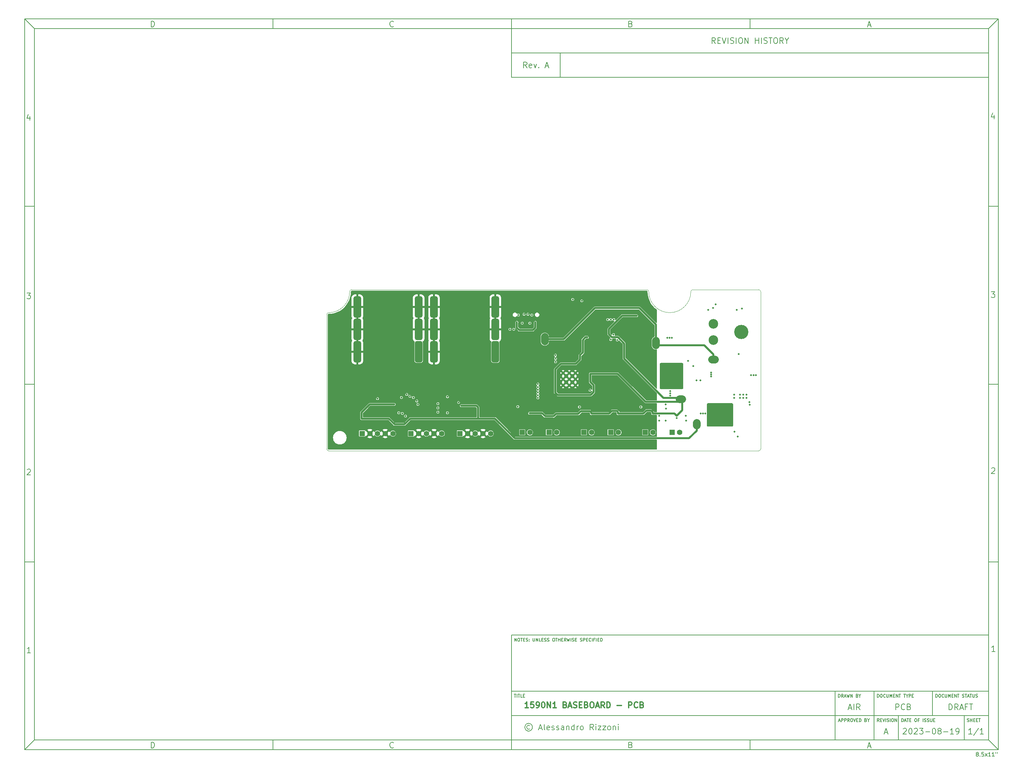
<source format=gbr>
%TF.GenerationSoftware,KiCad,Pcbnew,8.0.3*%
%TF.CreationDate,2024-07-04T15:42:03-04:00*%
%TF.ProjectId,baseboard,62617365-626f-4617-9264-2e6b69636164,A*%
%TF.SameCoordinates,Original*%
%TF.FileFunction,Copper,L3,Inr*%
%TF.FilePolarity,Positive*%
%FSLAX46Y46*%
G04 Gerber Fmt 4.6, Leading zero omitted, Abs format (unit mm)*
G04 Created by KiCad (PCBNEW 8.0.3) date 2024-07-04 15:42:03*
%MOMM*%
%LPD*%
G01*
G04 APERTURE LIST*
G04 Aperture macros list*
%AMRoundRect*
0 Rectangle with rounded corners*
0 $1 Rounding radius*
0 $2 $3 $4 $5 $6 $7 $8 $9 X,Y pos of 4 corners*
0 Add a 4 corners polygon primitive as box body*
4,1,4,$2,$3,$4,$5,$6,$7,$8,$9,$2,$3,0*
0 Add four circle primitives for the rounded corners*
1,1,$1+$1,$2,$3*
1,1,$1+$1,$4,$5*
1,1,$1+$1,$6,$7*
1,1,$1+$1,$8,$9*
0 Add four rect primitives between the rounded corners*
20,1,$1+$1,$2,$3,$4,$5,0*
20,1,$1+$1,$4,$5,$6,$7,0*
20,1,$1+$1,$6,$7,$8,$9,0*
20,1,$1+$1,$8,$9,$2,$3,0*%
G04 Aperture macros list end*
%ADD10C,0.100000*%
%ADD11C,0.150000*%
%ADD12C,0.300000*%
%TA.AperFunction,ComponentPad*%
%ADD13R,1.400000X1.400000*%
%TD*%
%TA.AperFunction,ComponentPad*%
%ADD14C,1.400000*%
%TD*%
%TA.AperFunction,ComponentPad*%
%ADD15C,0.500000*%
%TD*%
%TA.AperFunction,HeatsinkPad*%
%ADD16C,0.500000*%
%TD*%
%TA.AperFunction,WasherPad*%
%ADD17C,3.700000*%
%TD*%
%TA.AperFunction,ComponentPad*%
%ADD18C,2.500000*%
%TD*%
%TA.AperFunction,ComponentPad*%
%ADD19RoundRect,0.500000X-0.500000X-2.300000X0.500000X-2.300000X0.500000X2.300000X-0.500000X2.300000X0*%
%TD*%
%TA.AperFunction,ViaPad*%
%ADD20C,0.500000*%
%TD*%
%TA.AperFunction,Conductor*%
%ADD21C,0.500000*%
%TD*%
%TA.AperFunction,Conductor*%
%ADD22C,0.200000*%
%TD*%
%TA.AperFunction,Conductor*%
%ADD23C,2.000000*%
%TD*%
%TA.AperFunction,Profile*%
%ADD24C,0.050000*%
%TD*%
G04 APERTURE END LIST*
D10*
D11*
X259813572Y-199154128D02*
X258956429Y-199154128D01*
X259385000Y-199154128D02*
X259385000Y-197654128D01*
X259385000Y-197654128D02*
X259242143Y-197868414D01*
X259242143Y-197868414D02*
X259099286Y-198011271D01*
X259099286Y-198011271D02*
X258956429Y-198082700D01*
X261527857Y-197582700D02*
X260242143Y-199511271D01*
X262813572Y-199154128D02*
X261956429Y-199154128D01*
X262385000Y-199154128D02*
X262385000Y-197654128D01*
X262385000Y-197654128D02*
X262242143Y-197868414D01*
X262242143Y-197868414D02*
X262099286Y-198011271D01*
X262099286Y-198011271D02*
X261956429Y-198082700D01*
D10*
D11*
X140409874Y-188759295D02*
X140867017Y-188759295D01*
X140638445Y-189559295D02*
X140638445Y-188759295D01*
X141133684Y-189559295D02*
X141133684Y-188759295D01*
X141400350Y-188759295D02*
X141857493Y-188759295D01*
X141628921Y-189559295D02*
X141628921Y-188759295D01*
X142505112Y-189559295D02*
X142124160Y-189559295D01*
X142124160Y-189559295D02*
X142124160Y-188759295D01*
X142771779Y-189140247D02*
X143038445Y-189140247D01*
X143152731Y-189559295D02*
X142771779Y-189559295D01*
X142771779Y-189559295D02*
X142771779Y-188759295D01*
X142771779Y-188759295D02*
X143152731Y-188759295D01*
D10*
D11*
X235596303Y-195909295D02*
X235329636Y-195528342D01*
X235139160Y-195909295D02*
X235139160Y-195109295D01*
X235139160Y-195109295D02*
X235443922Y-195109295D01*
X235443922Y-195109295D02*
X235520112Y-195147390D01*
X235520112Y-195147390D02*
X235558207Y-195185485D01*
X235558207Y-195185485D02*
X235596303Y-195261676D01*
X235596303Y-195261676D02*
X235596303Y-195375961D01*
X235596303Y-195375961D02*
X235558207Y-195452152D01*
X235558207Y-195452152D02*
X235520112Y-195490247D01*
X235520112Y-195490247D02*
X235443922Y-195528342D01*
X235443922Y-195528342D02*
X235139160Y-195528342D01*
X235939160Y-195490247D02*
X236205826Y-195490247D01*
X236320112Y-195909295D02*
X235939160Y-195909295D01*
X235939160Y-195909295D02*
X235939160Y-195109295D01*
X235939160Y-195109295D02*
X236320112Y-195109295D01*
X236548684Y-195109295D02*
X236815351Y-195909295D01*
X236815351Y-195909295D02*
X237082017Y-195109295D01*
X237348684Y-195909295D02*
X237348684Y-195109295D01*
X237691540Y-195871200D02*
X237805826Y-195909295D01*
X237805826Y-195909295D02*
X237996302Y-195909295D01*
X237996302Y-195909295D02*
X238072493Y-195871200D01*
X238072493Y-195871200D02*
X238110588Y-195833104D01*
X238110588Y-195833104D02*
X238148683Y-195756914D01*
X238148683Y-195756914D02*
X238148683Y-195680723D01*
X238148683Y-195680723D02*
X238110588Y-195604533D01*
X238110588Y-195604533D02*
X238072493Y-195566438D01*
X238072493Y-195566438D02*
X237996302Y-195528342D01*
X237996302Y-195528342D02*
X237843921Y-195490247D01*
X237843921Y-195490247D02*
X237767731Y-195452152D01*
X237767731Y-195452152D02*
X237729636Y-195414057D01*
X237729636Y-195414057D02*
X237691540Y-195337866D01*
X237691540Y-195337866D02*
X237691540Y-195261676D01*
X237691540Y-195261676D02*
X237729636Y-195185485D01*
X237729636Y-195185485D02*
X237767731Y-195147390D01*
X237767731Y-195147390D02*
X237843921Y-195109295D01*
X237843921Y-195109295D02*
X238034398Y-195109295D01*
X238034398Y-195109295D02*
X238148683Y-195147390D01*
X238491541Y-195909295D02*
X238491541Y-195109295D01*
X239024874Y-195109295D02*
X239177255Y-195109295D01*
X239177255Y-195109295D02*
X239253445Y-195147390D01*
X239253445Y-195147390D02*
X239329636Y-195223580D01*
X239329636Y-195223580D02*
X239367731Y-195375961D01*
X239367731Y-195375961D02*
X239367731Y-195642628D01*
X239367731Y-195642628D02*
X239329636Y-195795009D01*
X239329636Y-195795009D02*
X239253445Y-195871200D01*
X239253445Y-195871200D02*
X239177255Y-195909295D01*
X239177255Y-195909295D02*
X239024874Y-195909295D01*
X239024874Y-195909295D02*
X238948683Y-195871200D01*
X238948683Y-195871200D02*
X238872493Y-195795009D01*
X238872493Y-195795009D02*
X238834397Y-195642628D01*
X238834397Y-195642628D02*
X238834397Y-195375961D01*
X238834397Y-195375961D02*
X238872493Y-195223580D01*
X238872493Y-195223580D02*
X238948683Y-195147390D01*
X238948683Y-195147390D02*
X239024874Y-195109295D01*
X239710588Y-195909295D02*
X239710588Y-195109295D01*
X239710588Y-195109295D02*
X240167731Y-195909295D01*
X240167731Y-195909295D02*
X240167731Y-195109295D01*
D10*
D11*
X241489160Y-195909295D02*
X241489160Y-195109295D01*
X241489160Y-195109295D02*
X241679636Y-195109295D01*
X241679636Y-195109295D02*
X241793922Y-195147390D01*
X241793922Y-195147390D02*
X241870112Y-195223580D01*
X241870112Y-195223580D02*
X241908207Y-195299771D01*
X241908207Y-195299771D02*
X241946303Y-195452152D01*
X241946303Y-195452152D02*
X241946303Y-195566438D01*
X241946303Y-195566438D02*
X241908207Y-195718819D01*
X241908207Y-195718819D02*
X241870112Y-195795009D01*
X241870112Y-195795009D02*
X241793922Y-195871200D01*
X241793922Y-195871200D02*
X241679636Y-195909295D01*
X241679636Y-195909295D02*
X241489160Y-195909295D01*
X242251064Y-195680723D02*
X242632017Y-195680723D01*
X242174874Y-195909295D02*
X242441541Y-195109295D01*
X242441541Y-195109295D02*
X242708207Y-195909295D01*
X242860588Y-195109295D02*
X243317731Y-195109295D01*
X243089159Y-195909295D02*
X243089159Y-195109295D01*
X243584398Y-195490247D02*
X243851064Y-195490247D01*
X243965350Y-195909295D02*
X243584398Y-195909295D01*
X243584398Y-195909295D02*
X243584398Y-195109295D01*
X243584398Y-195109295D02*
X243965350Y-195109295D01*
X245070113Y-195109295D02*
X245222494Y-195109295D01*
X245222494Y-195109295D02*
X245298684Y-195147390D01*
X245298684Y-195147390D02*
X245374875Y-195223580D01*
X245374875Y-195223580D02*
X245412970Y-195375961D01*
X245412970Y-195375961D02*
X245412970Y-195642628D01*
X245412970Y-195642628D02*
X245374875Y-195795009D01*
X245374875Y-195795009D02*
X245298684Y-195871200D01*
X245298684Y-195871200D02*
X245222494Y-195909295D01*
X245222494Y-195909295D02*
X245070113Y-195909295D01*
X245070113Y-195909295D02*
X244993922Y-195871200D01*
X244993922Y-195871200D02*
X244917732Y-195795009D01*
X244917732Y-195795009D02*
X244879636Y-195642628D01*
X244879636Y-195642628D02*
X244879636Y-195375961D01*
X244879636Y-195375961D02*
X244917732Y-195223580D01*
X244917732Y-195223580D02*
X244993922Y-195147390D01*
X244993922Y-195147390D02*
X245070113Y-195109295D01*
X246022493Y-195490247D02*
X245755827Y-195490247D01*
X245755827Y-195909295D02*
X245755827Y-195109295D01*
X245755827Y-195109295D02*
X246136779Y-195109295D01*
X247051065Y-195909295D02*
X247051065Y-195109295D01*
X247393921Y-195871200D02*
X247508207Y-195909295D01*
X247508207Y-195909295D02*
X247698683Y-195909295D01*
X247698683Y-195909295D02*
X247774874Y-195871200D01*
X247774874Y-195871200D02*
X247812969Y-195833104D01*
X247812969Y-195833104D02*
X247851064Y-195756914D01*
X247851064Y-195756914D02*
X247851064Y-195680723D01*
X247851064Y-195680723D02*
X247812969Y-195604533D01*
X247812969Y-195604533D02*
X247774874Y-195566438D01*
X247774874Y-195566438D02*
X247698683Y-195528342D01*
X247698683Y-195528342D02*
X247546302Y-195490247D01*
X247546302Y-195490247D02*
X247470112Y-195452152D01*
X247470112Y-195452152D02*
X247432017Y-195414057D01*
X247432017Y-195414057D02*
X247393921Y-195337866D01*
X247393921Y-195337866D02*
X247393921Y-195261676D01*
X247393921Y-195261676D02*
X247432017Y-195185485D01*
X247432017Y-195185485D02*
X247470112Y-195147390D01*
X247470112Y-195147390D02*
X247546302Y-195109295D01*
X247546302Y-195109295D02*
X247736779Y-195109295D01*
X247736779Y-195109295D02*
X247851064Y-195147390D01*
X248155826Y-195871200D02*
X248270112Y-195909295D01*
X248270112Y-195909295D02*
X248460588Y-195909295D01*
X248460588Y-195909295D02*
X248536779Y-195871200D01*
X248536779Y-195871200D02*
X248574874Y-195833104D01*
X248574874Y-195833104D02*
X248612969Y-195756914D01*
X248612969Y-195756914D02*
X248612969Y-195680723D01*
X248612969Y-195680723D02*
X248574874Y-195604533D01*
X248574874Y-195604533D02*
X248536779Y-195566438D01*
X248536779Y-195566438D02*
X248460588Y-195528342D01*
X248460588Y-195528342D02*
X248308207Y-195490247D01*
X248308207Y-195490247D02*
X248232017Y-195452152D01*
X248232017Y-195452152D02*
X248193922Y-195414057D01*
X248193922Y-195414057D02*
X248155826Y-195337866D01*
X248155826Y-195337866D02*
X248155826Y-195261676D01*
X248155826Y-195261676D02*
X248193922Y-195185485D01*
X248193922Y-195185485D02*
X248232017Y-195147390D01*
X248232017Y-195147390D02*
X248308207Y-195109295D01*
X248308207Y-195109295D02*
X248498684Y-195109295D01*
X248498684Y-195109295D02*
X248612969Y-195147390D01*
X248955827Y-195109295D02*
X248955827Y-195756914D01*
X248955827Y-195756914D02*
X248993922Y-195833104D01*
X248993922Y-195833104D02*
X249032017Y-195871200D01*
X249032017Y-195871200D02*
X249108208Y-195909295D01*
X249108208Y-195909295D02*
X249260589Y-195909295D01*
X249260589Y-195909295D02*
X249336779Y-195871200D01*
X249336779Y-195871200D02*
X249374874Y-195833104D01*
X249374874Y-195833104D02*
X249412970Y-195756914D01*
X249412970Y-195756914D02*
X249412970Y-195109295D01*
X249793922Y-195490247D02*
X250060588Y-195490247D01*
X250174874Y-195909295D02*
X249793922Y-195909295D01*
X249793922Y-195909295D02*
X249793922Y-195109295D01*
X249793922Y-195109295D02*
X250174874Y-195109295D01*
D10*
D11*
X258596064Y-195871200D02*
X258710350Y-195909295D01*
X258710350Y-195909295D02*
X258900826Y-195909295D01*
X258900826Y-195909295D02*
X258977017Y-195871200D01*
X258977017Y-195871200D02*
X259015112Y-195833104D01*
X259015112Y-195833104D02*
X259053207Y-195756914D01*
X259053207Y-195756914D02*
X259053207Y-195680723D01*
X259053207Y-195680723D02*
X259015112Y-195604533D01*
X259015112Y-195604533D02*
X258977017Y-195566438D01*
X258977017Y-195566438D02*
X258900826Y-195528342D01*
X258900826Y-195528342D02*
X258748445Y-195490247D01*
X258748445Y-195490247D02*
X258672255Y-195452152D01*
X258672255Y-195452152D02*
X258634160Y-195414057D01*
X258634160Y-195414057D02*
X258596064Y-195337866D01*
X258596064Y-195337866D02*
X258596064Y-195261676D01*
X258596064Y-195261676D02*
X258634160Y-195185485D01*
X258634160Y-195185485D02*
X258672255Y-195147390D01*
X258672255Y-195147390D02*
X258748445Y-195109295D01*
X258748445Y-195109295D02*
X258938922Y-195109295D01*
X258938922Y-195109295D02*
X259053207Y-195147390D01*
X259396065Y-195909295D02*
X259396065Y-195109295D01*
X259396065Y-195490247D02*
X259853208Y-195490247D01*
X259853208Y-195909295D02*
X259853208Y-195109295D01*
X260234160Y-195490247D02*
X260500826Y-195490247D01*
X260615112Y-195909295D02*
X260234160Y-195909295D01*
X260234160Y-195909295D02*
X260234160Y-195109295D01*
X260234160Y-195109295D02*
X260615112Y-195109295D01*
X260957970Y-195490247D02*
X261224636Y-195490247D01*
X261338922Y-195909295D02*
X260957970Y-195909295D01*
X260957970Y-195909295D02*
X260957970Y-195109295D01*
X260957970Y-195109295D02*
X261338922Y-195109295D01*
X261567494Y-195109295D02*
X262024637Y-195109295D01*
X261796065Y-195909295D02*
X261796065Y-195109295D01*
D10*
D11*
X239942142Y-192804128D02*
X239942142Y-191304128D01*
X239942142Y-191304128D02*
X240513571Y-191304128D01*
X240513571Y-191304128D02*
X240656428Y-191375557D01*
X240656428Y-191375557D02*
X240727857Y-191446985D01*
X240727857Y-191446985D02*
X240799285Y-191589842D01*
X240799285Y-191589842D02*
X240799285Y-191804128D01*
X240799285Y-191804128D02*
X240727857Y-191946985D01*
X240727857Y-191946985D02*
X240656428Y-192018414D01*
X240656428Y-192018414D02*
X240513571Y-192089842D01*
X240513571Y-192089842D02*
X239942142Y-192089842D01*
X242299285Y-192661271D02*
X242227857Y-192732700D01*
X242227857Y-192732700D02*
X242013571Y-192804128D01*
X242013571Y-192804128D02*
X241870714Y-192804128D01*
X241870714Y-192804128D02*
X241656428Y-192732700D01*
X241656428Y-192732700D02*
X241513571Y-192589842D01*
X241513571Y-192589842D02*
X241442142Y-192446985D01*
X241442142Y-192446985D02*
X241370714Y-192161271D01*
X241370714Y-192161271D02*
X241370714Y-191946985D01*
X241370714Y-191946985D02*
X241442142Y-191661271D01*
X241442142Y-191661271D02*
X241513571Y-191518414D01*
X241513571Y-191518414D02*
X241656428Y-191375557D01*
X241656428Y-191375557D02*
X241870714Y-191304128D01*
X241870714Y-191304128D02*
X242013571Y-191304128D01*
X242013571Y-191304128D02*
X242227857Y-191375557D01*
X242227857Y-191375557D02*
X242299285Y-191446985D01*
X243442142Y-192018414D02*
X243656428Y-192089842D01*
X243656428Y-192089842D02*
X243727857Y-192161271D01*
X243727857Y-192161271D02*
X243799285Y-192304128D01*
X243799285Y-192304128D02*
X243799285Y-192518414D01*
X243799285Y-192518414D02*
X243727857Y-192661271D01*
X243727857Y-192661271D02*
X243656428Y-192732700D01*
X243656428Y-192732700D02*
X243513571Y-192804128D01*
X243513571Y-192804128D02*
X242942142Y-192804128D01*
X242942142Y-192804128D02*
X242942142Y-191304128D01*
X242942142Y-191304128D02*
X243442142Y-191304128D01*
X243442142Y-191304128D02*
X243585000Y-191375557D01*
X243585000Y-191375557D02*
X243656428Y-191446985D01*
X243656428Y-191446985D02*
X243727857Y-191589842D01*
X243727857Y-191589842D02*
X243727857Y-191732700D01*
X243727857Y-191732700D02*
X243656428Y-191875557D01*
X243656428Y-191875557D02*
X243585000Y-191946985D01*
X243585000Y-191946985D02*
X243442142Y-192018414D01*
X243442142Y-192018414D02*
X242942142Y-192018414D01*
D10*
D11*
X225068064Y-195680723D02*
X225449017Y-195680723D01*
X224991874Y-195909295D02*
X225258541Y-195109295D01*
X225258541Y-195109295D02*
X225525207Y-195909295D01*
X225791874Y-195909295D02*
X225791874Y-195109295D01*
X225791874Y-195109295D02*
X226096636Y-195109295D01*
X226096636Y-195109295D02*
X226172826Y-195147390D01*
X226172826Y-195147390D02*
X226210921Y-195185485D01*
X226210921Y-195185485D02*
X226249017Y-195261676D01*
X226249017Y-195261676D02*
X226249017Y-195375961D01*
X226249017Y-195375961D02*
X226210921Y-195452152D01*
X226210921Y-195452152D02*
X226172826Y-195490247D01*
X226172826Y-195490247D02*
X226096636Y-195528342D01*
X226096636Y-195528342D02*
X225791874Y-195528342D01*
X226591874Y-195909295D02*
X226591874Y-195109295D01*
X226591874Y-195109295D02*
X226896636Y-195109295D01*
X226896636Y-195109295D02*
X226972826Y-195147390D01*
X226972826Y-195147390D02*
X227010921Y-195185485D01*
X227010921Y-195185485D02*
X227049017Y-195261676D01*
X227049017Y-195261676D02*
X227049017Y-195375961D01*
X227049017Y-195375961D02*
X227010921Y-195452152D01*
X227010921Y-195452152D02*
X226972826Y-195490247D01*
X226972826Y-195490247D02*
X226896636Y-195528342D01*
X226896636Y-195528342D02*
X226591874Y-195528342D01*
X227849017Y-195909295D02*
X227582350Y-195528342D01*
X227391874Y-195909295D02*
X227391874Y-195109295D01*
X227391874Y-195109295D02*
X227696636Y-195109295D01*
X227696636Y-195109295D02*
X227772826Y-195147390D01*
X227772826Y-195147390D02*
X227810921Y-195185485D01*
X227810921Y-195185485D02*
X227849017Y-195261676D01*
X227849017Y-195261676D02*
X227849017Y-195375961D01*
X227849017Y-195375961D02*
X227810921Y-195452152D01*
X227810921Y-195452152D02*
X227772826Y-195490247D01*
X227772826Y-195490247D02*
X227696636Y-195528342D01*
X227696636Y-195528342D02*
X227391874Y-195528342D01*
X228344255Y-195109295D02*
X228496636Y-195109295D01*
X228496636Y-195109295D02*
X228572826Y-195147390D01*
X228572826Y-195147390D02*
X228649017Y-195223580D01*
X228649017Y-195223580D02*
X228687112Y-195375961D01*
X228687112Y-195375961D02*
X228687112Y-195642628D01*
X228687112Y-195642628D02*
X228649017Y-195795009D01*
X228649017Y-195795009D02*
X228572826Y-195871200D01*
X228572826Y-195871200D02*
X228496636Y-195909295D01*
X228496636Y-195909295D02*
X228344255Y-195909295D01*
X228344255Y-195909295D02*
X228268064Y-195871200D01*
X228268064Y-195871200D02*
X228191874Y-195795009D01*
X228191874Y-195795009D02*
X228153778Y-195642628D01*
X228153778Y-195642628D02*
X228153778Y-195375961D01*
X228153778Y-195375961D02*
X228191874Y-195223580D01*
X228191874Y-195223580D02*
X228268064Y-195147390D01*
X228268064Y-195147390D02*
X228344255Y-195109295D01*
X228915683Y-195109295D02*
X229182350Y-195909295D01*
X229182350Y-195909295D02*
X229449016Y-195109295D01*
X229715683Y-195490247D02*
X229982349Y-195490247D01*
X230096635Y-195909295D02*
X229715683Y-195909295D01*
X229715683Y-195909295D02*
X229715683Y-195109295D01*
X229715683Y-195109295D02*
X230096635Y-195109295D01*
X230439493Y-195909295D02*
X230439493Y-195109295D01*
X230439493Y-195109295D02*
X230629969Y-195109295D01*
X230629969Y-195109295D02*
X230744255Y-195147390D01*
X230744255Y-195147390D02*
X230820445Y-195223580D01*
X230820445Y-195223580D02*
X230858540Y-195299771D01*
X230858540Y-195299771D02*
X230896636Y-195452152D01*
X230896636Y-195452152D02*
X230896636Y-195566438D01*
X230896636Y-195566438D02*
X230858540Y-195718819D01*
X230858540Y-195718819D02*
X230820445Y-195795009D01*
X230820445Y-195795009D02*
X230744255Y-195871200D01*
X230744255Y-195871200D02*
X230629969Y-195909295D01*
X230629969Y-195909295D02*
X230439493Y-195909295D01*
X232115683Y-195490247D02*
X232229969Y-195528342D01*
X232229969Y-195528342D02*
X232268064Y-195566438D01*
X232268064Y-195566438D02*
X232306160Y-195642628D01*
X232306160Y-195642628D02*
X232306160Y-195756914D01*
X232306160Y-195756914D02*
X232268064Y-195833104D01*
X232268064Y-195833104D02*
X232229969Y-195871200D01*
X232229969Y-195871200D02*
X232153779Y-195909295D01*
X232153779Y-195909295D02*
X231849017Y-195909295D01*
X231849017Y-195909295D02*
X231849017Y-195109295D01*
X231849017Y-195109295D02*
X232115683Y-195109295D01*
X232115683Y-195109295D02*
X232191874Y-195147390D01*
X232191874Y-195147390D02*
X232229969Y-195185485D01*
X232229969Y-195185485D02*
X232268064Y-195261676D01*
X232268064Y-195261676D02*
X232268064Y-195337866D01*
X232268064Y-195337866D02*
X232229969Y-195414057D01*
X232229969Y-195414057D02*
X232191874Y-195452152D01*
X232191874Y-195452152D02*
X232115683Y-195490247D01*
X232115683Y-195490247D02*
X231849017Y-195490247D01*
X232801398Y-195528342D02*
X232801398Y-195909295D01*
X232534731Y-195109295D02*
X232801398Y-195528342D01*
X232801398Y-195528342D02*
X233068064Y-195109295D01*
D10*
D11*
X144445112Y-196918271D02*
X144302255Y-196846842D01*
X144302255Y-196846842D02*
X144016541Y-196846842D01*
X144016541Y-196846842D02*
X143873684Y-196918271D01*
X143873684Y-196918271D02*
X143730826Y-197061128D01*
X143730826Y-197061128D02*
X143659398Y-197203985D01*
X143659398Y-197203985D02*
X143659398Y-197489700D01*
X143659398Y-197489700D02*
X143730826Y-197632557D01*
X143730826Y-197632557D02*
X143873684Y-197775414D01*
X143873684Y-197775414D02*
X144016541Y-197846842D01*
X144016541Y-197846842D02*
X144302255Y-197846842D01*
X144302255Y-197846842D02*
X144445112Y-197775414D01*
X144159398Y-196346842D02*
X143802255Y-196418271D01*
X143802255Y-196418271D02*
X143445112Y-196632557D01*
X143445112Y-196632557D02*
X143230826Y-196989700D01*
X143230826Y-196989700D02*
X143159398Y-197346842D01*
X143159398Y-197346842D02*
X143230826Y-197703985D01*
X143230826Y-197703985D02*
X143445112Y-198061128D01*
X143445112Y-198061128D02*
X143802255Y-198275414D01*
X143802255Y-198275414D02*
X144159398Y-198346842D01*
X144159398Y-198346842D02*
X144516541Y-198275414D01*
X144516541Y-198275414D02*
X144873684Y-198061128D01*
X144873684Y-198061128D02*
X145087969Y-197703985D01*
X145087969Y-197703985D02*
X145159398Y-197346842D01*
X145159398Y-197346842D02*
X145087969Y-196989700D01*
X145087969Y-196989700D02*
X144873684Y-196632557D01*
X144873684Y-196632557D02*
X144516541Y-196418271D01*
X144516541Y-196418271D02*
X144159398Y-196346842D01*
X146873684Y-197632557D02*
X147587970Y-197632557D01*
X146730827Y-198061128D02*
X147230827Y-196561128D01*
X147230827Y-196561128D02*
X147730827Y-198061128D01*
X148445112Y-198061128D02*
X148302255Y-197989700D01*
X148302255Y-197989700D02*
X148230826Y-197846842D01*
X148230826Y-197846842D02*
X148230826Y-196561128D01*
X149587969Y-197989700D02*
X149445112Y-198061128D01*
X149445112Y-198061128D02*
X149159398Y-198061128D01*
X149159398Y-198061128D02*
X149016540Y-197989700D01*
X149016540Y-197989700D02*
X148945112Y-197846842D01*
X148945112Y-197846842D02*
X148945112Y-197275414D01*
X148945112Y-197275414D02*
X149016540Y-197132557D01*
X149016540Y-197132557D02*
X149159398Y-197061128D01*
X149159398Y-197061128D02*
X149445112Y-197061128D01*
X149445112Y-197061128D02*
X149587969Y-197132557D01*
X149587969Y-197132557D02*
X149659398Y-197275414D01*
X149659398Y-197275414D02*
X149659398Y-197418271D01*
X149659398Y-197418271D02*
X148945112Y-197561128D01*
X150230826Y-197989700D02*
X150373683Y-198061128D01*
X150373683Y-198061128D02*
X150659397Y-198061128D01*
X150659397Y-198061128D02*
X150802254Y-197989700D01*
X150802254Y-197989700D02*
X150873683Y-197846842D01*
X150873683Y-197846842D02*
X150873683Y-197775414D01*
X150873683Y-197775414D02*
X150802254Y-197632557D01*
X150802254Y-197632557D02*
X150659397Y-197561128D01*
X150659397Y-197561128D02*
X150445112Y-197561128D01*
X150445112Y-197561128D02*
X150302254Y-197489700D01*
X150302254Y-197489700D02*
X150230826Y-197346842D01*
X150230826Y-197346842D02*
X150230826Y-197275414D01*
X150230826Y-197275414D02*
X150302254Y-197132557D01*
X150302254Y-197132557D02*
X150445112Y-197061128D01*
X150445112Y-197061128D02*
X150659397Y-197061128D01*
X150659397Y-197061128D02*
X150802254Y-197132557D01*
X151445112Y-197989700D02*
X151587969Y-198061128D01*
X151587969Y-198061128D02*
X151873683Y-198061128D01*
X151873683Y-198061128D02*
X152016540Y-197989700D01*
X152016540Y-197989700D02*
X152087969Y-197846842D01*
X152087969Y-197846842D02*
X152087969Y-197775414D01*
X152087969Y-197775414D02*
X152016540Y-197632557D01*
X152016540Y-197632557D02*
X151873683Y-197561128D01*
X151873683Y-197561128D02*
X151659398Y-197561128D01*
X151659398Y-197561128D02*
X151516540Y-197489700D01*
X151516540Y-197489700D02*
X151445112Y-197346842D01*
X151445112Y-197346842D02*
X151445112Y-197275414D01*
X151445112Y-197275414D02*
X151516540Y-197132557D01*
X151516540Y-197132557D02*
X151659398Y-197061128D01*
X151659398Y-197061128D02*
X151873683Y-197061128D01*
X151873683Y-197061128D02*
X152016540Y-197132557D01*
X153373684Y-198061128D02*
X153373684Y-197275414D01*
X153373684Y-197275414D02*
X153302255Y-197132557D01*
X153302255Y-197132557D02*
X153159398Y-197061128D01*
X153159398Y-197061128D02*
X152873684Y-197061128D01*
X152873684Y-197061128D02*
X152730826Y-197132557D01*
X153373684Y-197989700D02*
X153230826Y-198061128D01*
X153230826Y-198061128D02*
X152873684Y-198061128D01*
X152873684Y-198061128D02*
X152730826Y-197989700D01*
X152730826Y-197989700D02*
X152659398Y-197846842D01*
X152659398Y-197846842D02*
X152659398Y-197703985D01*
X152659398Y-197703985D02*
X152730826Y-197561128D01*
X152730826Y-197561128D02*
X152873684Y-197489700D01*
X152873684Y-197489700D02*
X153230826Y-197489700D01*
X153230826Y-197489700D02*
X153373684Y-197418271D01*
X154087969Y-197061128D02*
X154087969Y-198061128D01*
X154087969Y-197203985D02*
X154159398Y-197132557D01*
X154159398Y-197132557D02*
X154302255Y-197061128D01*
X154302255Y-197061128D02*
X154516541Y-197061128D01*
X154516541Y-197061128D02*
X154659398Y-197132557D01*
X154659398Y-197132557D02*
X154730827Y-197275414D01*
X154730827Y-197275414D02*
X154730827Y-198061128D01*
X156087970Y-198061128D02*
X156087970Y-196561128D01*
X156087970Y-197989700D02*
X155945112Y-198061128D01*
X155945112Y-198061128D02*
X155659398Y-198061128D01*
X155659398Y-198061128D02*
X155516541Y-197989700D01*
X155516541Y-197989700D02*
X155445112Y-197918271D01*
X155445112Y-197918271D02*
X155373684Y-197775414D01*
X155373684Y-197775414D02*
X155373684Y-197346842D01*
X155373684Y-197346842D02*
X155445112Y-197203985D01*
X155445112Y-197203985D02*
X155516541Y-197132557D01*
X155516541Y-197132557D02*
X155659398Y-197061128D01*
X155659398Y-197061128D02*
X155945112Y-197061128D01*
X155945112Y-197061128D02*
X156087970Y-197132557D01*
X156802255Y-198061128D02*
X156802255Y-197061128D01*
X156802255Y-197346842D02*
X156873684Y-197203985D01*
X156873684Y-197203985D02*
X156945113Y-197132557D01*
X156945113Y-197132557D02*
X157087970Y-197061128D01*
X157087970Y-197061128D02*
X157230827Y-197061128D01*
X157945112Y-198061128D02*
X157802255Y-197989700D01*
X157802255Y-197989700D02*
X157730826Y-197918271D01*
X157730826Y-197918271D02*
X157659398Y-197775414D01*
X157659398Y-197775414D02*
X157659398Y-197346842D01*
X157659398Y-197346842D02*
X157730826Y-197203985D01*
X157730826Y-197203985D02*
X157802255Y-197132557D01*
X157802255Y-197132557D02*
X157945112Y-197061128D01*
X157945112Y-197061128D02*
X158159398Y-197061128D01*
X158159398Y-197061128D02*
X158302255Y-197132557D01*
X158302255Y-197132557D02*
X158373684Y-197203985D01*
X158373684Y-197203985D02*
X158445112Y-197346842D01*
X158445112Y-197346842D02*
X158445112Y-197775414D01*
X158445112Y-197775414D02*
X158373684Y-197918271D01*
X158373684Y-197918271D02*
X158302255Y-197989700D01*
X158302255Y-197989700D02*
X158159398Y-198061128D01*
X158159398Y-198061128D02*
X157945112Y-198061128D01*
X161087969Y-198061128D02*
X160587969Y-197346842D01*
X160230826Y-198061128D02*
X160230826Y-196561128D01*
X160230826Y-196561128D02*
X160802255Y-196561128D01*
X160802255Y-196561128D02*
X160945112Y-196632557D01*
X160945112Y-196632557D02*
X161016541Y-196703985D01*
X161016541Y-196703985D02*
X161087969Y-196846842D01*
X161087969Y-196846842D02*
X161087969Y-197061128D01*
X161087969Y-197061128D02*
X161016541Y-197203985D01*
X161016541Y-197203985D02*
X160945112Y-197275414D01*
X160945112Y-197275414D02*
X160802255Y-197346842D01*
X160802255Y-197346842D02*
X160230826Y-197346842D01*
X161730826Y-198061128D02*
X161730826Y-197061128D01*
X161730826Y-196561128D02*
X161659398Y-196632557D01*
X161659398Y-196632557D02*
X161730826Y-196703985D01*
X161730826Y-196703985D02*
X161802255Y-196632557D01*
X161802255Y-196632557D02*
X161730826Y-196561128D01*
X161730826Y-196561128D02*
X161730826Y-196703985D01*
X162302255Y-197061128D02*
X163087970Y-197061128D01*
X163087970Y-197061128D02*
X162302255Y-198061128D01*
X162302255Y-198061128D02*
X163087970Y-198061128D01*
X163516541Y-197061128D02*
X164302256Y-197061128D01*
X164302256Y-197061128D02*
X163516541Y-198061128D01*
X163516541Y-198061128D02*
X164302256Y-198061128D01*
X165087970Y-198061128D02*
X164945113Y-197989700D01*
X164945113Y-197989700D02*
X164873684Y-197918271D01*
X164873684Y-197918271D02*
X164802256Y-197775414D01*
X164802256Y-197775414D02*
X164802256Y-197346842D01*
X164802256Y-197346842D02*
X164873684Y-197203985D01*
X164873684Y-197203985D02*
X164945113Y-197132557D01*
X164945113Y-197132557D02*
X165087970Y-197061128D01*
X165087970Y-197061128D02*
X165302256Y-197061128D01*
X165302256Y-197061128D02*
X165445113Y-197132557D01*
X165445113Y-197132557D02*
X165516542Y-197203985D01*
X165516542Y-197203985D02*
X165587970Y-197346842D01*
X165587970Y-197346842D02*
X165587970Y-197775414D01*
X165587970Y-197775414D02*
X165516542Y-197918271D01*
X165516542Y-197918271D02*
X165445113Y-197989700D01*
X165445113Y-197989700D02*
X165302256Y-198061128D01*
X165302256Y-198061128D02*
X165087970Y-198061128D01*
X166230827Y-197061128D02*
X166230827Y-198061128D01*
X166230827Y-197203985D02*
X166302256Y-197132557D01*
X166302256Y-197132557D02*
X166445113Y-197061128D01*
X166445113Y-197061128D02*
X166659399Y-197061128D01*
X166659399Y-197061128D02*
X166802256Y-197132557D01*
X166802256Y-197132557D02*
X166873685Y-197275414D01*
X166873685Y-197275414D02*
X166873685Y-198061128D01*
X167587970Y-198061128D02*
X167587970Y-197061128D01*
X167587970Y-196561128D02*
X167516542Y-196632557D01*
X167516542Y-196632557D02*
X167587970Y-196703985D01*
X167587970Y-196703985D02*
X167659399Y-196632557D01*
X167659399Y-196632557D02*
X167587970Y-196561128D01*
X167587970Y-196561128D02*
X167587970Y-196703985D01*
D10*
D11*
X227670714Y-192375557D02*
X228385000Y-192375557D01*
X227527857Y-192804128D02*
X228027857Y-191304128D01*
X228027857Y-191304128D02*
X228527857Y-192804128D01*
X229027856Y-192804128D02*
X229027856Y-191304128D01*
X230599285Y-192804128D02*
X230099285Y-192089842D01*
X229742142Y-192804128D02*
X229742142Y-191304128D01*
X229742142Y-191304128D02*
X230313571Y-191304128D01*
X230313571Y-191304128D02*
X230456428Y-191375557D01*
X230456428Y-191375557D02*
X230527857Y-191446985D01*
X230527857Y-191446985D02*
X230599285Y-191589842D01*
X230599285Y-191589842D02*
X230599285Y-191804128D01*
X230599285Y-191804128D02*
X230527857Y-191946985D01*
X230527857Y-191946985D02*
X230456428Y-192018414D01*
X230456428Y-192018414D02*
X230313571Y-192089842D01*
X230313571Y-192089842D02*
X229742142Y-192089842D01*
D10*
D11*
X250379160Y-189559295D02*
X250379160Y-188759295D01*
X250379160Y-188759295D02*
X250569636Y-188759295D01*
X250569636Y-188759295D02*
X250683922Y-188797390D01*
X250683922Y-188797390D02*
X250760112Y-188873580D01*
X250760112Y-188873580D02*
X250798207Y-188949771D01*
X250798207Y-188949771D02*
X250836303Y-189102152D01*
X250836303Y-189102152D02*
X250836303Y-189216438D01*
X250836303Y-189216438D02*
X250798207Y-189368819D01*
X250798207Y-189368819D02*
X250760112Y-189445009D01*
X250760112Y-189445009D02*
X250683922Y-189521200D01*
X250683922Y-189521200D02*
X250569636Y-189559295D01*
X250569636Y-189559295D02*
X250379160Y-189559295D01*
X251331541Y-188759295D02*
X251483922Y-188759295D01*
X251483922Y-188759295D02*
X251560112Y-188797390D01*
X251560112Y-188797390D02*
X251636303Y-188873580D01*
X251636303Y-188873580D02*
X251674398Y-189025961D01*
X251674398Y-189025961D02*
X251674398Y-189292628D01*
X251674398Y-189292628D02*
X251636303Y-189445009D01*
X251636303Y-189445009D02*
X251560112Y-189521200D01*
X251560112Y-189521200D02*
X251483922Y-189559295D01*
X251483922Y-189559295D02*
X251331541Y-189559295D01*
X251331541Y-189559295D02*
X251255350Y-189521200D01*
X251255350Y-189521200D02*
X251179160Y-189445009D01*
X251179160Y-189445009D02*
X251141064Y-189292628D01*
X251141064Y-189292628D02*
X251141064Y-189025961D01*
X251141064Y-189025961D02*
X251179160Y-188873580D01*
X251179160Y-188873580D02*
X251255350Y-188797390D01*
X251255350Y-188797390D02*
X251331541Y-188759295D01*
X252474398Y-189483104D02*
X252436302Y-189521200D01*
X252436302Y-189521200D02*
X252322017Y-189559295D01*
X252322017Y-189559295D02*
X252245826Y-189559295D01*
X252245826Y-189559295D02*
X252131540Y-189521200D01*
X252131540Y-189521200D02*
X252055350Y-189445009D01*
X252055350Y-189445009D02*
X252017255Y-189368819D01*
X252017255Y-189368819D02*
X251979159Y-189216438D01*
X251979159Y-189216438D02*
X251979159Y-189102152D01*
X251979159Y-189102152D02*
X252017255Y-188949771D01*
X252017255Y-188949771D02*
X252055350Y-188873580D01*
X252055350Y-188873580D02*
X252131540Y-188797390D01*
X252131540Y-188797390D02*
X252245826Y-188759295D01*
X252245826Y-188759295D02*
X252322017Y-188759295D01*
X252322017Y-188759295D02*
X252436302Y-188797390D01*
X252436302Y-188797390D02*
X252474398Y-188835485D01*
X252817255Y-188759295D02*
X252817255Y-189406914D01*
X252817255Y-189406914D02*
X252855350Y-189483104D01*
X252855350Y-189483104D02*
X252893445Y-189521200D01*
X252893445Y-189521200D02*
X252969636Y-189559295D01*
X252969636Y-189559295D02*
X253122017Y-189559295D01*
X253122017Y-189559295D02*
X253198207Y-189521200D01*
X253198207Y-189521200D02*
X253236302Y-189483104D01*
X253236302Y-189483104D02*
X253274398Y-189406914D01*
X253274398Y-189406914D02*
X253274398Y-188759295D01*
X253655350Y-189559295D02*
X253655350Y-188759295D01*
X253655350Y-188759295D02*
X253922016Y-189330723D01*
X253922016Y-189330723D02*
X254188683Y-188759295D01*
X254188683Y-188759295D02*
X254188683Y-189559295D01*
X254569636Y-189140247D02*
X254836302Y-189140247D01*
X254950588Y-189559295D02*
X254569636Y-189559295D01*
X254569636Y-189559295D02*
X254569636Y-188759295D01*
X254569636Y-188759295D02*
X254950588Y-188759295D01*
X255293446Y-189559295D02*
X255293446Y-188759295D01*
X255293446Y-188759295D02*
X255750589Y-189559295D01*
X255750589Y-189559295D02*
X255750589Y-188759295D01*
X256017255Y-188759295D02*
X256474398Y-188759295D01*
X256245826Y-189559295D02*
X256245826Y-188759295D01*
X257312493Y-189521200D02*
X257426779Y-189559295D01*
X257426779Y-189559295D02*
X257617255Y-189559295D01*
X257617255Y-189559295D02*
X257693446Y-189521200D01*
X257693446Y-189521200D02*
X257731541Y-189483104D01*
X257731541Y-189483104D02*
X257769636Y-189406914D01*
X257769636Y-189406914D02*
X257769636Y-189330723D01*
X257769636Y-189330723D02*
X257731541Y-189254533D01*
X257731541Y-189254533D02*
X257693446Y-189216438D01*
X257693446Y-189216438D02*
X257617255Y-189178342D01*
X257617255Y-189178342D02*
X257464874Y-189140247D01*
X257464874Y-189140247D02*
X257388684Y-189102152D01*
X257388684Y-189102152D02*
X257350589Y-189064057D01*
X257350589Y-189064057D02*
X257312493Y-188987866D01*
X257312493Y-188987866D02*
X257312493Y-188911676D01*
X257312493Y-188911676D02*
X257350589Y-188835485D01*
X257350589Y-188835485D02*
X257388684Y-188797390D01*
X257388684Y-188797390D02*
X257464874Y-188759295D01*
X257464874Y-188759295D02*
X257655351Y-188759295D01*
X257655351Y-188759295D02*
X257769636Y-188797390D01*
X257998208Y-188759295D02*
X258455351Y-188759295D01*
X258226779Y-189559295D02*
X258226779Y-188759295D01*
X258683922Y-189330723D02*
X259064875Y-189330723D01*
X258607732Y-189559295D02*
X258874399Y-188759295D01*
X258874399Y-188759295D02*
X259141065Y-189559295D01*
X259293446Y-188759295D02*
X259750589Y-188759295D01*
X259522017Y-189559295D02*
X259522017Y-188759295D01*
X260017256Y-188759295D02*
X260017256Y-189406914D01*
X260017256Y-189406914D02*
X260055351Y-189483104D01*
X260055351Y-189483104D02*
X260093446Y-189521200D01*
X260093446Y-189521200D02*
X260169637Y-189559295D01*
X260169637Y-189559295D02*
X260322018Y-189559295D01*
X260322018Y-189559295D02*
X260398208Y-189521200D01*
X260398208Y-189521200D02*
X260436303Y-189483104D01*
X260436303Y-189483104D02*
X260474399Y-189406914D01*
X260474399Y-189406914D02*
X260474399Y-188759295D01*
X260817255Y-189521200D02*
X260931541Y-189559295D01*
X260931541Y-189559295D02*
X261122017Y-189559295D01*
X261122017Y-189559295D02*
X261198208Y-189521200D01*
X261198208Y-189521200D02*
X261236303Y-189483104D01*
X261236303Y-189483104D02*
X261274398Y-189406914D01*
X261274398Y-189406914D02*
X261274398Y-189330723D01*
X261274398Y-189330723D02*
X261236303Y-189254533D01*
X261236303Y-189254533D02*
X261198208Y-189216438D01*
X261198208Y-189216438D02*
X261122017Y-189178342D01*
X261122017Y-189178342D02*
X260969636Y-189140247D01*
X260969636Y-189140247D02*
X260893446Y-189102152D01*
X260893446Y-189102152D02*
X260855351Y-189064057D01*
X260855351Y-189064057D02*
X260817255Y-188987866D01*
X260817255Y-188987866D02*
X260817255Y-188911676D01*
X260817255Y-188911676D02*
X260855351Y-188835485D01*
X260855351Y-188835485D02*
X260893446Y-188797390D01*
X260893446Y-188797390D02*
X260969636Y-188759295D01*
X260969636Y-188759295D02*
X261160113Y-188759295D01*
X261160113Y-188759295D02*
X261274398Y-188797390D01*
D10*
D11*
X224979160Y-189559295D02*
X224979160Y-188759295D01*
X224979160Y-188759295D02*
X225169636Y-188759295D01*
X225169636Y-188759295D02*
X225283922Y-188797390D01*
X225283922Y-188797390D02*
X225360112Y-188873580D01*
X225360112Y-188873580D02*
X225398207Y-188949771D01*
X225398207Y-188949771D02*
X225436303Y-189102152D01*
X225436303Y-189102152D02*
X225436303Y-189216438D01*
X225436303Y-189216438D02*
X225398207Y-189368819D01*
X225398207Y-189368819D02*
X225360112Y-189445009D01*
X225360112Y-189445009D02*
X225283922Y-189521200D01*
X225283922Y-189521200D02*
X225169636Y-189559295D01*
X225169636Y-189559295D02*
X224979160Y-189559295D01*
X226236303Y-189559295D02*
X225969636Y-189178342D01*
X225779160Y-189559295D02*
X225779160Y-188759295D01*
X225779160Y-188759295D02*
X226083922Y-188759295D01*
X226083922Y-188759295D02*
X226160112Y-188797390D01*
X226160112Y-188797390D02*
X226198207Y-188835485D01*
X226198207Y-188835485D02*
X226236303Y-188911676D01*
X226236303Y-188911676D02*
X226236303Y-189025961D01*
X226236303Y-189025961D02*
X226198207Y-189102152D01*
X226198207Y-189102152D02*
X226160112Y-189140247D01*
X226160112Y-189140247D02*
X226083922Y-189178342D01*
X226083922Y-189178342D02*
X225779160Y-189178342D01*
X226541064Y-189330723D02*
X226922017Y-189330723D01*
X226464874Y-189559295D02*
X226731541Y-188759295D01*
X226731541Y-188759295D02*
X226998207Y-189559295D01*
X227188683Y-188759295D02*
X227379159Y-189559295D01*
X227379159Y-189559295D02*
X227531540Y-188987866D01*
X227531540Y-188987866D02*
X227683921Y-189559295D01*
X227683921Y-189559295D02*
X227874398Y-188759295D01*
X228179160Y-189559295D02*
X228179160Y-188759295D01*
X228179160Y-188759295D02*
X228636303Y-189559295D01*
X228636303Y-189559295D02*
X228636303Y-188759295D01*
X229893445Y-189140247D02*
X230007731Y-189178342D01*
X230007731Y-189178342D02*
X230045826Y-189216438D01*
X230045826Y-189216438D02*
X230083922Y-189292628D01*
X230083922Y-189292628D02*
X230083922Y-189406914D01*
X230083922Y-189406914D02*
X230045826Y-189483104D01*
X230045826Y-189483104D02*
X230007731Y-189521200D01*
X230007731Y-189521200D02*
X229931541Y-189559295D01*
X229931541Y-189559295D02*
X229626779Y-189559295D01*
X229626779Y-189559295D02*
X229626779Y-188759295D01*
X229626779Y-188759295D02*
X229893445Y-188759295D01*
X229893445Y-188759295D02*
X229969636Y-188797390D01*
X229969636Y-188797390D02*
X230007731Y-188835485D01*
X230007731Y-188835485D02*
X230045826Y-188911676D01*
X230045826Y-188911676D02*
X230045826Y-188987866D01*
X230045826Y-188987866D02*
X230007731Y-189064057D01*
X230007731Y-189064057D02*
X229969636Y-189102152D01*
X229969636Y-189102152D02*
X229893445Y-189140247D01*
X229893445Y-189140247D02*
X229626779Y-189140247D01*
X230579160Y-189178342D02*
X230579160Y-189559295D01*
X230312493Y-188759295D02*
X230579160Y-189178342D01*
X230579160Y-189178342D02*
X230845826Y-188759295D01*
D10*
D11*
X235139160Y-189559295D02*
X235139160Y-188759295D01*
X235139160Y-188759295D02*
X235329636Y-188759295D01*
X235329636Y-188759295D02*
X235443922Y-188797390D01*
X235443922Y-188797390D02*
X235520112Y-188873580D01*
X235520112Y-188873580D02*
X235558207Y-188949771D01*
X235558207Y-188949771D02*
X235596303Y-189102152D01*
X235596303Y-189102152D02*
X235596303Y-189216438D01*
X235596303Y-189216438D02*
X235558207Y-189368819D01*
X235558207Y-189368819D02*
X235520112Y-189445009D01*
X235520112Y-189445009D02*
X235443922Y-189521200D01*
X235443922Y-189521200D02*
X235329636Y-189559295D01*
X235329636Y-189559295D02*
X235139160Y-189559295D01*
X236091541Y-188759295D02*
X236243922Y-188759295D01*
X236243922Y-188759295D02*
X236320112Y-188797390D01*
X236320112Y-188797390D02*
X236396303Y-188873580D01*
X236396303Y-188873580D02*
X236434398Y-189025961D01*
X236434398Y-189025961D02*
X236434398Y-189292628D01*
X236434398Y-189292628D02*
X236396303Y-189445009D01*
X236396303Y-189445009D02*
X236320112Y-189521200D01*
X236320112Y-189521200D02*
X236243922Y-189559295D01*
X236243922Y-189559295D02*
X236091541Y-189559295D01*
X236091541Y-189559295D02*
X236015350Y-189521200D01*
X236015350Y-189521200D02*
X235939160Y-189445009D01*
X235939160Y-189445009D02*
X235901064Y-189292628D01*
X235901064Y-189292628D02*
X235901064Y-189025961D01*
X235901064Y-189025961D02*
X235939160Y-188873580D01*
X235939160Y-188873580D02*
X236015350Y-188797390D01*
X236015350Y-188797390D02*
X236091541Y-188759295D01*
X237234398Y-189483104D02*
X237196302Y-189521200D01*
X237196302Y-189521200D02*
X237082017Y-189559295D01*
X237082017Y-189559295D02*
X237005826Y-189559295D01*
X237005826Y-189559295D02*
X236891540Y-189521200D01*
X236891540Y-189521200D02*
X236815350Y-189445009D01*
X236815350Y-189445009D02*
X236777255Y-189368819D01*
X236777255Y-189368819D02*
X236739159Y-189216438D01*
X236739159Y-189216438D02*
X236739159Y-189102152D01*
X236739159Y-189102152D02*
X236777255Y-188949771D01*
X236777255Y-188949771D02*
X236815350Y-188873580D01*
X236815350Y-188873580D02*
X236891540Y-188797390D01*
X236891540Y-188797390D02*
X237005826Y-188759295D01*
X237005826Y-188759295D02*
X237082017Y-188759295D01*
X237082017Y-188759295D02*
X237196302Y-188797390D01*
X237196302Y-188797390D02*
X237234398Y-188835485D01*
X237577255Y-188759295D02*
X237577255Y-189406914D01*
X237577255Y-189406914D02*
X237615350Y-189483104D01*
X237615350Y-189483104D02*
X237653445Y-189521200D01*
X237653445Y-189521200D02*
X237729636Y-189559295D01*
X237729636Y-189559295D02*
X237882017Y-189559295D01*
X237882017Y-189559295D02*
X237958207Y-189521200D01*
X237958207Y-189521200D02*
X237996302Y-189483104D01*
X237996302Y-189483104D02*
X238034398Y-189406914D01*
X238034398Y-189406914D02*
X238034398Y-188759295D01*
X238415350Y-189559295D02*
X238415350Y-188759295D01*
X238415350Y-188759295D02*
X238682016Y-189330723D01*
X238682016Y-189330723D02*
X238948683Y-188759295D01*
X238948683Y-188759295D02*
X238948683Y-189559295D01*
X239329636Y-189140247D02*
X239596302Y-189140247D01*
X239710588Y-189559295D02*
X239329636Y-189559295D01*
X239329636Y-189559295D02*
X239329636Y-188759295D01*
X239329636Y-188759295D02*
X239710588Y-188759295D01*
X240053446Y-189559295D02*
X240053446Y-188759295D01*
X240053446Y-188759295D02*
X240510589Y-189559295D01*
X240510589Y-189559295D02*
X240510589Y-188759295D01*
X240777255Y-188759295D02*
X241234398Y-188759295D01*
X241005826Y-189559295D02*
X241005826Y-188759295D01*
X241996303Y-188759295D02*
X242453446Y-188759295D01*
X242224874Y-189559295D02*
X242224874Y-188759295D01*
X242872494Y-189178342D02*
X242872494Y-189559295D01*
X242605827Y-188759295D02*
X242872494Y-189178342D01*
X242872494Y-189178342D02*
X243139160Y-188759295D01*
X243405827Y-189559295D02*
X243405827Y-188759295D01*
X243405827Y-188759295D02*
X243710589Y-188759295D01*
X243710589Y-188759295D02*
X243786779Y-188797390D01*
X243786779Y-188797390D02*
X243824874Y-188835485D01*
X243824874Y-188835485D02*
X243862970Y-188911676D01*
X243862970Y-188911676D02*
X243862970Y-189025961D01*
X243862970Y-189025961D02*
X243824874Y-189102152D01*
X243824874Y-189102152D02*
X243786779Y-189140247D01*
X243786779Y-189140247D02*
X243710589Y-189178342D01*
X243710589Y-189178342D02*
X243405827Y-189178342D01*
X244205827Y-189140247D02*
X244472493Y-189140247D01*
X244586779Y-189559295D02*
X244205827Y-189559295D01*
X244205827Y-189559295D02*
X244205827Y-188759295D01*
X244205827Y-188759295D02*
X244586779Y-188759295D01*
D10*
D11*
X253821000Y-192804128D02*
X253821000Y-191304128D01*
X253821000Y-191304128D02*
X254178143Y-191304128D01*
X254178143Y-191304128D02*
X254392429Y-191375557D01*
X254392429Y-191375557D02*
X254535286Y-191518414D01*
X254535286Y-191518414D02*
X254606715Y-191661271D01*
X254606715Y-191661271D02*
X254678143Y-191946985D01*
X254678143Y-191946985D02*
X254678143Y-192161271D01*
X254678143Y-192161271D02*
X254606715Y-192446985D01*
X254606715Y-192446985D02*
X254535286Y-192589842D01*
X254535286Y-192589842D02*
X254392429Y-192732700D01*
X254392429Y-192732700D02*
X254178143Y-192804128D01*
X254178143Y-192804128D02*
X253821000Y-192804128D01*
X256178143Y-192804128D02*
X255678143Y-192089842D01*
X255321000Y-192804128D02*
X255321000Y-191304128D01*
X255321000Y-191304128D02*
X255892429Y-191304128D01*
X255892429Y-191304128D02*
X256035286Y-191375557D01*
X256035286Y-191375557D02*
X256106715Y-191446985D01*
X256106715Y-191446985D02*
X256178143Y-191589842D01*
X256178143Y-191589842D02*
X256178143Y-191804128D01*
X256178143Y-191804128D02*
X256106715Y-191946985D01*
X256106715Y-191946985D02*
X256035286Y-192018414D01*
X256035286Y-192018414D02*
X255892429Y-192089842D01*
X255892429Y-192089842D02*
X255321000Y-192089842D01*
X256749572Y-192375557D02*
X257463858Y-192375557D01*
X256606715Y-192804128D02*
X257106715Y-191304128D01*
X257106715Y-191304128D02*
X257606715Y-192804128D01*
X258606714Y-192018414D02*
X258106714Y-192018414D01*
X258106714Y-192804128D02*
X258106714Y-191304128D01*
X258106714Y-191304128D02*
X258821000Y-191304128D01*
X259178143Y-191304128D02*
X260035286Y-191304128D01*
X259606714Y-192804128D02*
X259606714Y-191304128D01*
D10*
D11*
X241915287Y-197796985D02*
X241986715Y-197725557D01*
X241986715Y-197725557D02*
X242129573Y-197654128D01*
X242129573Y-197654128D02*
X242486715Y-197654128D01*
X242486715Y-197654128D02*
X242629573Y-197725557D01*
X242629573Y-197725557D02*
X242701001Y-197796985D01*
X242701001Y-197796985D02*
X242772430Y-197939842D01*
X242772430Y-197939842D02*
X242772430Y-198082700D01*
X242772430Y-198082700D02*
X242701001Y-198296985D01*
X242701001Y-198296985D02*
X241843858Y-199154128D01*
X241843858Y-199154128D02*
X242772430Y-199154128D01*
X243701001Y-197654128D02*
X243843858Y-197654128D01*
X243843858Y-197654128D02*
X243986715Y-197725557D01*
X243986715Y-197725557D02*
X244058144Y-197796985D01*
X244058144Y-197796985D02*
X244129572Y-197939842D01*
X244129572Y-197939842D02*
X244201001Y-198225557D01*
X244201001Y-198225557D02*
X244201001Y-198582700D01*
X244201001Y-198582700D02*
X244129572Y-198868414D01*
X244129572Y-198868414D02*
X244058144Y-199011271D01*
X244058144Y-199011271D02*
X243986715Y-199082700D01*
X243986715Y-199082700D02*
X243843858Y-199154128D01*
X243843858Y-199154128D02*
X243701001Y-199154128D01*
X243701001Y-199154128D02*
X243558144Y-199082700D01*
X243558144Y-199082700D02*
X243486715Y-199011271D01*
X243486715Y-199011271D02*
X243415286Y-198868414D01*
X243415286Y-198868414D02*
X243343858Y-198582700D01*
X243343858Y-198582700D02*
X243343858Y-198225557D01*
X243343858Y-198225557D02*
X243415286Y-197939842D01*
X243415286Y-197939842D02*
X243486715Y-197796985D01*
X243486715Y-197796985D02*
X243558144Y-197725557D01*
X243558144Y-197725557D02*
X243701001Y-197654128D01*
X244772429Y-197796985D02*
X244843857Y-197725557D01*
X244843857Y-197725557D02*
X244986715Y-197654128D01*
X244986715Y-197654128D02*
X245343857Y-197654128D01*
X245343857Y-197654128D02*
X245486715Y-197725557D01*
X245486715Y-197725557D02*
X245558143Y-197796985D01*
X245558143Y-197796985D02*
X245629572Y-197939842D01*
X245629572Y-197939842D02*
X245629572Y-198082700D01*
X245629572Y-198082700D02*
X245558143Y-198296985D01*
X245558143Y-198296985D02*
X244701000Y-199154128D01*
X244701000Y-199154128D02*
X245629572Y-199154128D01*
X246129571Y-197654128D02*
X247058143Y-197654128D01*
X247058143Y-197654128D02*
X246558143Y-198225557D01*
X246558143Y-198225557D02*
X246772428Y-198225557D01*
X246772428Y-198225557D02*
X246915286Y-198296985D01*
X246915286Y-198296985D02*
X246986714Y-198368414D01*
X246986714Y-198368414D02*
X247058143Y-198511271D01*
X247058143Y-198511271D02*
X247058143Y-198868414D01*
X247058143Y-198868414D02*
X246986714Y-199011271D01*
X246986714Y-199011271D02*
X246915286Y-199082700D01*
X246915286Y-199082700D02*
X246772428Y-199154128D01*
X246772428Y-199154128D02*
X246343857Y-199154128D01*
X246343857Y-199154128D02*
X246201000Y-199082700D01*
X246201000Y-199082700D02*
X246129571Y-199011271D01*
X247700999Y-198582700D02*
X248843857Y-198582700D01*
X249843857Y-197654128D02*
X249986714Y-197654128D01*
X249986714Y-197654128D02*
X250129571Y-197725557D01*
X250129571Y-197725557D02*
X250201000Y-197796985D01*
X250201000Y-197796985D02*
X250272428Y-197939842D01*
X250272428Y-197939842D02*
X250343857Y-198225557D01*
X250343857Y-198225557D02*
X250343857Y-198582700D01*
X250343857Y-198582700D02*
X250272428Y-198868414D01*
X250272428Y-198868414D02*
X250201000Y-199011271D01*
X250201000Y-199011271D02*
X250129571Y-199082700D01*
X250129571Y-199082700D02*
X249986714Y-199154128D01*
X249986714Y-199154128D02*
X249843857Y-199154128D01*
X249843857Y-199154128D02*
X249701000Y-199082700D01*
X249701000Y-199082700D02*
X249629571Y-199011271D01*
X249629571Y-199011271D02*
X249558142Y-198868414D01*
X249558142Y-198868414D02*
X249486714Y-198582700D01*
X249486714Y-198582700D02*
X249486714Y-198225557D01*
X249486714Y-198225557D02*
X249558142Y-197939842D01*
X249558142Y-197939842D02*
X249629571Y-197796985D01*
X249629571Y-197796985D02*
X249701000Y-197725557D01*
X249701000Y-197725557D02*
X249843857Y-197654128D01*
X251200999Y-198296985D02*
X251058142Y-198225557D01*
X251058142Y-198225557D02*
X250986713Y-198154128D01*
X250986713Y-198154128D02*
X250915285Y-198011271D01*
X250915285Y-198011271D02*
X250915285Y-197939842D01*
X250915285Y-197939842D02*
X250986713Y-197796985D01*
X250986713Y-197796985D02*
X251058142Y-197725557D01*
X251058142Y-197725557D02*
X251200999Y-197654128D01*
X251200999Y-197654128D02*
X251486713Y-197654128D01*
X251486713Y-197654128D02*
X251629571Y-197725557D01*
X251629571Y-197725557D02*
X251700999Y-197796985D01*
X251700999Y-197796985D02*
X251772428Y-197939842D01*
X251772428Y-197939842D02*
X251772428Y-198011271D01*
X251772428Y-198011271D02*
X251700999Y-198154128D01*
X251700999Y-198154128D02*
X251629571Y-198225557D01*
X251629571Y-198225557D02*
X251486713Y-198296985D01*
X251486713Y-198296985D02*
X251200999Y-198296985D01*
X251200999Y-198296985D02*
X251058142Y-198368414D01*
X251058142Y-198368414D02*
X250986713Y-198439842D01*
X250986713Y-198439842D02*
X250915285Y-198582700D01*
X250915285Y-198582700D02*
X250915285Y-198868414D01*
X250915285Y-198868414D02*
X250986713Y-199011271D01*
X250986713Y-199011271D02*
X251058142Y-199082700D01*
X251058142Y-199082700D02*
X251200999Y-199154128D01*
X251200999Y-199154128D02*
X251486713Y-199154128D01*
X251486713Y-199154128D02*
X251629571Y-199082700D01*
X251629571Y-199082700D02*
X251700999Y-199011271D01*
X251700999Y-199011271D02*
X251772428Y-198868414D01*
X251772428Y-198868414D02*
X251772428Y-198582700D01*
X251772428Y-198582700D02*
X251700999Y-198439842D01*
X251700999Y-198439842D02*
X251629571Y-198368414D01*
X251629571Y-198368414D02*
X251486713Y-198296985D01*
X252415284Y-198582700D02*
X253558142Y-198582700D01*
X255058142Y-199154128D02*
X254200999Y-199154128D01*
X254629570Y-199154128D02*
X254629570Y-197654128D01*
X254629570Y-197654128D02*
X254486713Y-197868414D01*
X254486713Y-197868414D02*
X254343856Y-198011271D01*
X254343856Y-198011271D02*
X254200999Y-198082700D01*
X255772427Y-199154128D02*
X256058141Y-199154128D01*
X256058141Y-199154128D02*
X256200998Y-199082700D01*
X256200998Y-199082700D02*
X256272427Y-199011271D01*
X256272427Y-199011271D02*
X256415284Y-198796985D01*
X256415284Y-198796985D02*
X256486713Y-198511271D01*
X256486713Y-198511271D02*
X256486713Y-197939842D01*
X256486713Y-197939842D02*
X256415284Y-197796985D01*
X256415284Y-197796985D02*
X256343856Y-197725557D01*
X256343856Y-197725557D02*
X256200998Y-197654128D01*
X256200998Y-197654128D02*
X255915284Y-197654128D01*
X255915284Y-197654128D02*
X255772427Y-197725557D01*
X255772427Y-197725557D02*
X255700998Y-197796985D01*
X255700998Y-197796985D02*
X255629570Y-197939842D01*
X255629570Y-197939842D02*
X255629570Y-198296985D01*
X255629570Y-198296985D02*
X255700998Y-198439842D01*
X255700998Y-198439842D02*
X255772427Y-198511271D01*
X255772427Y-198511271D02*
X255915284Y-198582700D01*
X255915284Y-198582700D02*
X256200998Y-198582700D01*
X256200998Y-198582700D02*
X256343856Y-198511271D01*
X256343856Y-198511271D02*
X256415284Y-198439842D01*
X256415284Y-198439842D02*
X256486713Y-198296985D01*
D10*
D11*
X237032857Y-198725557D02*
X237747143Y-198725557D01*
X236890000Y-199154128D02*
X237390000Y-197654128D01*
X237390000Y-197654128D02*
X237890000Y-199154128D01*
D10*
D12*
X144115225Y-192288328D02*
X143258082Y-192288328D01*
X143686653Y-192288328D02*
X143686653Y-190788328D01*
X143686653Y-190788328D02*
X143543796Y-191002614D01*
X143543796Y-191002614D02*
X143400939Y-191145471D01*
X143400939Y-191145471D02*
X143258082Y-191216900D01*
X145472367Y-190788328D02*
X144758081Y-190788328D01*
X144758081Y-190788328D02*
X144686653Y-191502614D01*
X144686653Y-191502614D02*
X144758081Y-191431185D01*
X144758081Y-191431185D02*
X144900939Y-191359757D01*
X144900939Y-191359757D02*
X145258081Y-191359757D01*
X145258081Y-191359757D02*
X145400939Y-191431185D01*
X145400939Y-191431185D02*
X145472367Y-191502614D01*
X145472367Y-191502614D02*
X145543796Y-191645471D01*
X145543796Y-191645471D02*
X145543796Y-192002614D01*
X145543796Y-192002614D02*
X145472367Y-192145471D01*
X145472367Y-192145471D02*
X145400939Y-192216900D01*
X145400939Y-192216900D02*
X145258081Y-192288328D01*
X145258081Y-192288328D02*
X144900939Y-192288328D01*
X144900939Y-192288328D02*
X144758081Y-192216900D01*
X144758081Y-192216900D02*
X144686653Y-192145471D01*
X146258081Y-192288328D02*
X146543795Y-192288328D01*
X146543795Y-192288328D02*
X146686652Y-192216900D01*
X146686652Y-192216900D02*
X146758081Y-192145471D01*
X146758081Y-192145471D02*
X146900938Y-191931185D01*
X146900938Y-191931185D02*
X146972367Y-191645471D01*
X146972367Y-191645471D02*
X146972367Y-191074042D01*
X146972367Y-191074042D02*
X146900938Y-190931185D01*
X146900938Y-190931185D02*
X146829510Y-190859757D01*
X146829510Y-190859757D02*
X146686652Y-190788328D01*
X146686652Y-190788328D02*
X146400938Y-190788328D01*
X146400938Y-190788328D02*
X146258081Y-190859757D01*
X146258081Y-190859757D02*
X146186652Y-190931185D01*
X146186652Y-190931185D02*
X146115224Y-191074042D01*
X146115224Y-191074042D02*
X146115224Y-191431185D01*
X146115224Y-191431185D02*
X146186652Y-191574042D01*
X146186652Y-191574042D02*
X146258081Y-191645471D01*
X146258081Y-191645471D02*
X146400938Y-191716900D01*
X146400938Y-191716900D02*
X146686652Y-191716900D01*
X146686652Y-191716900D02*
X146829510Y-191645471D01*
X146829510Y-191645471D02*
X146900938Y-191574042D01*
X146900938Y-191574042D02*
X146972367Y-191431185D01*
X147900938Y-190788328D02*
X148043795Y-190788328D01*
X148043795Y-190788328D02*
X148186652Y-190859757D01*
X148186652Y-190859757D02*
X148258081Y-190931185D01*
X148258081Y-190931185D02*
X148329509Y-191074042D01*
X148329509Y-191074042D02*
X148400938Y-191359757D01*
X148400938Y-191359757D02*
X148400938Y-191716900D01*
X148400938Y-191716900D02*
X148329509Y-192002614D01*
X148329509Y-192002614D02*
X148258081Y-192145471D01*
X148258081Y-192145471D02*
X148186652Y-192216900D01*
X148186652Y-192216900D02*
X148043795Y-192288328D01*
X148043795Y-192288328D02*
X147900938Y-192288328D01*
X147900938Y-192288328D02*
X147758081Y-192216900D01*
X147758081Y-192216900D02*
X147686652Y-192145471D01*
X147686652Y-192145471D02*
X147615223Y-192002614D01*
X147615223Y-192002614D02*
X147543795Y-191716900D01*
X147543795Y-191716900D02*
X147543795Y-191359757D01*
X147543795Y-191359757D02*
X147615223Y-191074042D01*
X147615223Y-191074042D02*
X147686652Y-190931185D01*
X147686652Y-190931185D02*
X147758081Y-190859757D01*
X147758081Y-190859757D02*
X147900938Y-190788328D01*
X149043794Y-192288328D02*
X149043794Y-190788328D01*
X149043794Y-190788328D02*
X149900937Y-192288328D01*
X149900937Y-192288328D02*
X149900937Y-190788328D01*
X151400938Y-192288328D02*
X150543795Y-192288328D01*
X150972366Y-192288328D02*
X150972366Y-190788328D01*
X150972366Y-190788328D02*
X150829509Y-191002614D01*
X150829509Y-191002614D02*
X150686652Y-191145471D01*
X150686652Y-191145471D02*
X150543795Y-191216900D01*
X153686651Y-191502614D02*
X153900937Y-191574042D01*
X153900937Y-191574042D02*
X153972366Y-191645471D01*
X153972366Y-191645471D02*
X154043794Y-191788328D01*
X154043794Y-191788328D02*
X154043794Y-192002614D01*
X154043794Y-192002614D02*
X153972366Y-192145471D01*
X153972366Y-192145471D02*
X153900937Y-192216900D01*
X153900937Y-192216900D02*
X153758080Y-192288328D01*
X153758080Y-192288328D02*
X153186651Y-192288328D01*
X153186651Y-192288328D02*
X153186651Y-190788328D01*
X153186651Y-190788328D02*
X153686651Y-190788328D01*
X153686651Y-190788328D02*
X153829509Y-190859757D01*
X153829509Y-190859757D02*
X153900937Y-190931185D01*
X153900937Y-190931185D02*
X153972366Y-191074042D01*
X153972366Y-191074042D02*
X153972366Y-191216900D01*
X153972366Y-191216900D02*
X153900937Y-191359757D01*
X153900937Y-191359757D02*
X153829509Y-191431185D01*
X153829509Y-191431185D02*
X153686651Y-191502614D01*
X153686651Y-191502614D02*
X153186651Y-191502614D01*
X154615223Y-191859757D02*
X155329509Y-191859757D01*
X154472366Y-192288328D02*
X154972366Y-190788328D01*
X154972366Y-190788328D02*
X155472366Y-192288328D01*
X155900937Y-192216900D02*
X156115223Y-192288328D01*
X156115223Y-192288328D02*
X156472365Y-192288328D01*
X156472365Y-192288328D02*
X156615223Y-192216900D01*
X156615223Y-192216900D02*
X156686651Y-192145471D01*
X156686651Y-192145471D02*
X156758080Y-192002614D01*
X156758080Y-192002614D02*
X156758080Y-191859757D01*
X156758080Y-191859757D02*
X156686651Y-191716900D01*
X156686651Y-191716900D02*
X156615223Y-191645471D01*
X156615223Y-191645471D02*
X156472365Y-191574042D01*
X156472365Y-191574042D02*
X156186651Y-191502614D01*
X156186651Y-191502614D02*
X156043794Y-191431185D01*
X156043794Y-191431185D02*
X155972365Y-191359757D01*
X155972365Y-191359757D02*
X155900937Y-191216900D01*
X155900937Y-191216900D02*
X155900937Y-191074042D01*
X155900937Y-191074042D02*
X155972365Y-190931185D01*
X155972365Y-190931185D02*
X156043794Y-190859757D01*
X156043794Y-190859757D02*
X156186651Y-190788328D01*
X156186651Y-190788328D02*
X156543794Y-190788328D01*
X156543794Y-190788328D02*
X156758080Y-190859757D01*
X157400936Y-191502614D02*
X157900936Y-191502614D01*
X158115222Y-192288328D02*
X157400936Y-192288328D01*
X157400936Y-192288328D02*
X157400936Y-190788328D01*
X157400936Y-190788328D02*
X158115222Y-190788328D01*
X159258079Y-191502614D02*
X159472365Y-191574042D01*
X159472365Y-191574042D02*
X159543794Y-191645471D01*
X159543794Y-191645471D02*
X159615222Y-191788328D01*
X159615222Y-191788328D02*
X159615222Y-192002614D01*
X159615222Y-192002614D02*
X159543794Y-192145471D01*
X159543794Y-192145471D02*
X159472365Y-192216900D01*
X159472365Y-192216900D02*
X159329508Y-192288328D01*
X159329508Y-192288328D02*
X158758079Y-192288328D01*
X158758079Y-192288328D02*
X158758079Y-190788328D01*
X158758079Y-190788328D02*
X159258079Y-190788328D01*
X159258079Y-190788328D02*
X159400937Y-190859757D01*
X159400937Y-190859757D02*
X159472365Y-190931185D01*
X159472365Y-190931185D02*
X159543794Y-191074042D01*
X159543794Y-191074042D02*
X159543794Y-191216900D01*
X159543794Y-191216900D02*
X159472365Y-191359757D01*
X159472365Y-191359757D02*
X159400937Y-191431185D01*
X159400937Y-191431185D02*
X159258079Y-191502614D01*
X159258079Y-191502614D02*
X158758079Y-191502614D01*
X160543794Y-190788328D02*
X160829508Y-190788328D01*
X160829508Y-190788328D02*
X160972365Y-190859757D01*
X160972365Y-190859757D02*
X161115222Y-191002614D01*
X161115222Y-191002614D02*
X161186651Y-191288328D01*
X161186651Y-191288328D02*
X161186651Y-191788328D01*
X161186651Y-191788328D02*
X161115222Y-192074042D01*
X161115222Y-192074042D02*
X160972365Y-192216900D01*
X160972365Y-192216900D02*
X160829508Y-192288328D01*
X160829508Y-192288328D02*
X160543794Y-192288328D01*
X160543794Y-192288328D02*
X160400937Y-192216900D01*
X160400937Y-192216900D02*
X160258079Y-192074042D01*
X160258079Y-192074042D02*
X160186651Y-191788328D01*
X160186651Y-191788328D02*
X160186651Y-191288328D01*
X160186651Y-191288328D02*
X160258079Y-191002614D01*
X160258079Y-191002614D02*
X160400937Y-190859757D01*
X160400937Y-190859757D02*
X160543794Y-190788328D01*
X161758080Y-191859757D02*
X162472366Y-191859757D01*
X161615223Y-192288328D02*
X162115223Y-190788328D01*
X162115223Y-190788328D02*
X162615223Y-192288328D01*
X163972365Y-192288328D02*
X163472365Y-191574042D01*
X163115222Y-192288328D02*
X163115222Y-190788328D01*
X163115222Y-190788328D02*
X163686651Y-190788328D01*
X163686651Y-190788328D02*
X163829508Y-190859757D01*
X163829508Y-190859757D02*
X163900937Y-190931185D01*
X163900937Y-190931185D02*
X163972365Y-191074042D01*
X163972365Y-191074042D02*
X163972365Y-191288328D01*
X163972365Y-191288328D02*
X163900937Y-191431185D01*
X163900937Y-191431185D02*
X163829508Y-191502614D01*
X163829508Y-191502614D02*
X163686651Y-191574042D01*
X163686651Y-191574042D02*
X163115222Y-191574042D01*
X164615222Y-192288328D02*
X164615222Y-190788328D01*
X164615222Y-190788328D02*
X164972365Y-190788328D01*
X164972365Y-190788328D02*
X165186651Y-190859757D01*
X165186651Y-190859757D02*
X165329508Y-191002614D01*
X165329508Y-191002614D02*
X165400937Y-191145471D01*
X165400937Y-191145471D02*
X165472365Y-191431185D01*
X165472365Y-191431185D02*
X165472365Y-191645471D01*
X165472365Y-191645471D02*
X165400937Y-191931185D01*
X165400937Y-191931185D02*
X165329508Y-192074042D01*
X165329508Y-192074042D02*
X165186651Y-192216900D01*
X165186651Y-192216900D02*
X164972365Y-192288328D01*
X164972365Y-192288328D02*
X164615222Y-192288328D01*
X167258079Y-191716900D02*
X168400937Y-191716900D01*
X170258079Y-192288328D02*
X170258079Y-190788328D01*
X170258079Y-190788328D02*
X170829508Y-190788328D01*
X170829508Y-190788328D02*
X170972365Y-190859757D01*
X170972365Y-190859757D02*
X171043794Y-190931185D01*
X171043794Y-190931185D02*
X171115222Y-191074042D01*
X171115222Y-191074042D02*
X171115222Y-191288328D01*
X171115222Y-191288328D02*
X171043794Y-191431185D01*
X171043794Y-191431185D02*
X170972365Y-191502614D01*
X170972365Y-191502614D02*
X170829508Y-191574042D01*
X170829508Y-191574042D02*
X170258079Y-191574042D01*
X172615222Y-192145471D02*
X172543794Y-192216900D01*
X172543794Y-192216900D02*
X172329508Y-192288328D01*
X172329508Y-192288328D02*
X172186651Y-192288328D01*
X172186651Y-192288328D02*
X171972365Y-192216900D01*
X171972365Y-192216900D02*
X171829508Y-192074042D01*
X171829508Y-192074042D02*
X171758079Y-191931185D01*
X171758079Y-191931185D02*
X171686651Y-191645471D01*
X171686651Y-191645471D02*
X171686651Y-191431185D01*
X171686651Y-191431185D02*
X171758079Y-191145471D01*
X171758079Y-191145471D02*
X171829508Y-191002614D01*
X171829508Y-191002614D02*
X171972365Y-190859757D01*
X171972365Y-190859757D02*
X172186651Y-190788328D01*
X172186651Y-190788328D02*
X172329508Y-190788328D01*
X172329508Y-190788328D02*
X172543794Y-190859757D01*
X172543794Y-190859757D02*
X172615222Y-190931185D01*
X173758079Y-191502614D02*
X173972365Y-191574042D01*
X173972365Y-191574042D02*
X174043794Y-191645471D01*
X174043794Y-191645471D02*
X174115222Y-191788328D01*
X174115222Y-191788328D02*
X174115222Y-192002614D01*
X174115222Y-192002614D02*
X174043794Y-192145471D01*
X174043794Y-192145471D02*
X173972365Y-192216900D01*
X173972365Y-192216900D02*
X173829508Y-192288328D01*
X173829508Y-192288328D02*
X173258079Y-192288328D01*
X173258079Y-192288328D02*
X173258079Y-190788328D01*
X173258079Y-190788328D02*
X173758079Y-190788328D01*
X173758079Y-190788328D02*
X173900937Y-190859757D01*
X173900937Y-190859757D02*
X173972365Y-190931185D01*
X173972365Y-190931185D02*
X174043794Y-191074042D01*
X174043794Y-191074042D02*
X174043794Y-191216900D01*
X174043794Y-191216900D02*
X173972365Y-191359757D01*
X173972365Y-191359757D02*
X173900937Y-191431185D01*
X173900937Y-191431185D02*
X173758079Y-191502614D01*
X173758079Y-191502614D02*
X173258079Y-191502614D01*
D10*
D11*
X140524160Y-174954295D02*
X140524160Y-174154295D01*
X140524160Y-174154295D02*
X140981303Y-174954295D01*
X140981303Y-174954295D02*
X140981303Y-174154295D01*
X141514636Y-174154295D02*
X141667017Y-174154295D01*
X141667017Y-174154295D02*
X141743207Y-174192390D01*
X141743207Y-174192390D02*
X141819398Y-174268580D01*
X141819398Y-174268580D02*
X141857493Y-174420961D01*
X141857493Y-174420961D02*
X141857493Y-174687628D01*
X141857493Y-174687628D02*
X141819398Y-174840009D01*
X141819398Y-174840009D02*
X141743207Y-174916200D01*
X141743207Y-174916200D02*
X141667017Y-174954295D01*
X141667017Y-174954295D02*
X141514636Y-174954295D01*
X141514636Y-174954295D02*
X141438445Y-174916200D01*
X141438445Y-174916200D02*
X141362255Y-174840009D01*
X141362255Y-174840009D02*
X141324159Y-174687628D01*
X141324159Y-174687628D02*
X141324159Y-174420961D01*
X141324159Y-174420961D02*
X141362255Y-174268580D01*
X141362255Y-174268580D02*
X141438445Y-174192390D01*
X141438445Y-174192390D02*
X141514636Y-174154295D01*
X142086064Y-174154295D02*
X142543207Y-174154295D01*
X142314635Y-174954295D02*
X142314635Y-174154295D01*
X142809874Y-174535247D02*
X143076540Y-174535247D01*
X143190826Y-174954295D02*
X142809874Y-174954295D01*
X142809874Y-174954295D02*
X142809874Y-174154295D01*
X142809874Y-174154295D02*
X143190826Y-174154295D01*
X143495588Y-174916200D02*
X143609874Y-174954295D01*
X143609874Y-174954295D02*
X143800350Y-174954295D01*
X143800350Y-174954295D02*
X143876541Y-174916200D01*
X143876541Y-174916200D02*
X143914636Y-174878104D01*
X143914636Y-174878104D02*
X143952731Y-174801914D01*
X143952731Y-174801914D02*
X143952731Y-174725723D01*
X143952731Y-174725723D02*
X143914636Y-174649533D01*
X143914636Y-174649533D02*
X143876541Y-174611438D01*
X143876541Y-174611438D02*
X143800350Y-174573342D01*
X143800350Y-174573342D02*
X143647969Y-174535247D01*
X143647969Y-174535247D02*
X143571779Y-174497152D01*
X143571779Y-174497152D02*
X143533684Y-174459057D01*
X143533684Y-174459057D02*
X143495588Y-174382866D01*
X143495588Y-174382866D02*
X143495588Y-174306676D01*
X143495588Y-174306676D02*
X143533684Y-174230485D01*
X143533684Y-174230485D02*
X143571779Y-174192390D01*
X143571779Y-174192390D02*
X143647969Y-174154295D01*
X143647969Y-174154295D02*
X143838446Y-174154295D01*
X143838446Y-174154295D02*
X143952731Y-174192390D01*
X144295589Y-174878104D02*
X144333684Y-174916200D01*
X144333684Y-174916200D02*
X144295589Y-174954295D01*
X144295589Y-174954295D02*
X144257493Y-174916200D01*
X144257493Y-174916200D02*
X144295589Y-174878104D01*
X144295589Y-174878104D02*
X144295589Y-174954295D01*
X144295589Y-174459057D02*
X144333684Y-174497152D01*
X144333684Y-174497152D02*
X144295589Y-174535247D01*
X144295589Y-174535247D02*
X144257493Y-174497152D01*
X144257493Y-174497152D02*
X144295589Y-174459057D01*
X144295589Y-174459057D02*
X144295589Y-174535247D01*
X145286065Y-174154295D02*
X145286065Y-174801914D01*
X145286065Y-174801914D02*
X145324160Y-174878104D01*
X145324160Y-174878104D02*
X145362255Y-174916200D01*
X145362255Y-174916200D02*
X145438446Y-174954295D01*
X145438446Y-174954295D02*
X145590827Y-174954295D01*
X145590827Y-174954295D02*
X145667017Y-174916200D01*
X145667017Y-174916200D02*
X145705112Y-174878104D01*
X145705112Y-174878104D02*
X145743208Y-174801914D01*
X145743208Y-174801914D02*
X145743208Y-174154295D01*
X146124160Y-174954295D02*
X146124160Y-174154295D01*
X146124160Y-174154295D02*
X146581303Y-174954295D01*
X146581303Y-174954295D02*
X146581303Y-174154295D01*
X147343207Y-174954295D02*
X146962255Y-174954295D01*
X146962255Y-174954295D02*
X146962255Y-174154295D01*
X147609874Y-174535247D02*
X147876540Y-174535247D01*
X147990826Y-174954295D02*
X147609874Y-174954295D01*
X147609874Y-174954295D02*
X147609874Y-174154295D01*
X147609874Y-174154295D02*
X147990826Y-174154295D01*
X148295588Y-174916200D02*
X148409874Y-174954295D01*
X148409874Y-174954295D02*
X148600350Y-174954295D01*
X148600350Y-174954295D02*
X148676541Y-174916200D01*
X148676541Y-174916200D02*
X148714636Y-174878104D01*
X148714636Y-174878104D02*
X148752731Y-174801914D01*
X148752731Y-174801914D02*
X148752731Y-174725723D01*
X148752731Y-174725723D02*
X148714636Y-174649533D01*
X148714636Y-174649533D02*
X148676541Y-174611438D01*
X148676541Y-174611438D02*
X148600350Y-174573342D01*
X148600350Y-174573342D02*
X148447969Y-174535247D01*
X148447969Y-174535247D02*
X148371779Y-174497152D01*
X148371779Y-174497152D02*
X148333684Y-174459057D01*
X148333684Y-174459057D02*
X148295588Y-174382866D01*
X148295588Y-174382866D02*
X148295588Y-174306676D01*
X148295588Y-174306676D02*
X148333684Y-174230485D01*
X148333684Y-174230485D02*
X148371779Y-174192390D01*
X148371779Y-174192390D02*
X148447969Y-174154295D01*
X148447969Y-174154295D02*
X148638446Y-174154295D01*
X148638446Y-174154295D02*
X148752731Y-174192390D01*
X149057493Y-174916200D02*
X149171779Y-174954295D01*
X149171779Y-174954295D02*
X149362255Y-174954295D01*
X149362255Y-174954295D02*
X149438446Y-174916200D01*
X149438446Y-174916200D02*
X149476541Y-174878104D01*
X149476541Y-174878104D02*
X149514636Y-174801914D01*
X149514636Y-174801914D02*
X149514636Y-174725723D01*
X149514636Y-174725723D02*
X149476541Y-174649533D01*
X149476541Y-174649533D02*
X149438446Y-174611438D01*
X149438446Y-174611438D02*
X149362255Y-174573342D01*
X149362255Y-174573342D02*
X149209874Y-174535247D01*
X149209874Y-174535247D02*
X149133684Y-174497152D01*
X149133684Y-174497152D02*
X149095589Y-174459057D01*
X149095589Y-174459057D02*
X149057493Y-174382866D01*
X149057493Y-174382866D02*
X149057493Y-174306676D01*
X149057493Y-174306676D02*
X149095589Y-174230485D01*
X149095589Y-174230485D02*
X149133684Y-174192390D01*
X149133684Y-174192390D02*
X149209874Y-174154295D01*
X149209874Y-174154295D02*
X149400351Y-174154295D01*
X149400351Y-174154295D02*
X149514636Y-174192390D01*
X150619399Y-174154295D02*
X150771780Y-174154295D01*
X150771780Y-174154295D02*
X150847970Y-174192390D01*
X150847970Y-174192390D02*
X150924161Y-174268580D01*
X150924161Y-174268580D02*
X150962256Y-174420961D01*
X150962256Y-174420961D02*
X150962256Y-174687628D01*
X150962256Y-174687628D02*
X150924161Y-174840009D01*
X150924161Y-174840009D02*
X150847970Y-174916200D01*
X150847970Y-174916200D02*
X150771780Y-174954295D01*
X150771780Y-174954295D02*
X150619399Y-174954295D01*
X150619399Y-174954295D02*
X150543208Y-174916200D01*
X150543208Y-174916200D02*
X150467018Y-174840009D01*
X150467018Y-174840009D02*
X150428922Y-174687628D01*
X150428922Y-174687628D02*
X150428922Y-174420961D01*
X150428922Y-174420961D02*
X150467018Y-174268580D01*
X150467018Y-174268580D02*
X150543208Y-174192390D01*
X150543208Y-174192390D02*
X150619399Y-174154295D01*
X151190827Y-174154295D02*
X151647970Y-174154295D01*
X151419398Y-174954295D02*
X151419398Y-174154295D01*
X151914637Y-174954295D02*
X151914637Y-174154295D01*
X151914637Y-174535247D02*
X152371780Y-174535247D01*
X152371780Y-174954295D02*
X152371780Y-174154295D01*
X152752732Y-174535247D02*
X153019398Y-174535247D01*
X153133684Y-174954295D02*
X152752732Y-174954295D01*
X152752732Y-174954295D02*
X152752732Y-174154295D01*
X152752732Y-174154295D02*
X153133684Y-174154295D01*
X153933685Y-174954295D02*
X153667018Y-174573342D01*
X153476542Y-174954295D02*
X153476542Y-174154295D01*
X153476542Y-174154295D02*
X153781304Y-174154295D01*
X153781304Y-174154295D02*
X153857494Y-174192390D01*
X153857494Y-174192390D02*
X153895589Y-174230485D01*
X153895589Y-174230485D02*
X153933685Y-174306676D01*
X153933685Y-174306676D02*
X153933685Y-174420961D01*
X153933685Y-174420961D02*
X153895589Y-174497152D01*
X153895589Y-174497152D02*
X153857494Y-174535247D01*
X153857494Y-174535247D02*
X153781304Y-174573342D01*
X153781304Y-174573342D02*
X153476542Y-174573342D01*
X154200351Y-174154295D02*
X154390827Y-174954295D01*
X154390827Y-174954295D02*
X154543208Y-174382866D01*
X154543208Y-174382866D02*
X154695589Y-174954295D01*
X154695589Y-174954295D02*
X154886066Y-174154295D01*
X155190828Y-174954295D02*
X155190828Y-174154295D01*
X155533684Y-174916200D02*
X155647970Y-174954295D01*
X155647970Y-174954295D02*
X155838446Y-174954295D01*
X155838446Y-174954295D02*
X155914637Y-174916200D01*
X155914637Y-174916200D02*
X155952732Y-174878104D01*
X155952732Y-174878104D02*
X155990827Y-174801914D01*
X155990827Y-174801914D02*
X155990827Y-174725723D01*
X155990827Y-174725723D02*
X155952732Y-174649533D01*
X155952732Y-174649533D02*
X155914637Y-174611438D01*
X155914637Y-174611438D02*
X155838446Y-174573342D01*
X155838446Y-174573342D02*
X155686065Y-174535247D01*
X155686065Y-174535247D02*
X155609875Y-174497152D01*
X155609875Y-174497152D02*
X155571780Y-174459057D01*
X155571780Y-174459057D02*
X155533684Y-174382866D01*
X155533684Y-174382866D02*
X155533684Y-174306676D01*
X155533684Y-174306676D02*
X155571780Y-174230485D01*
X155571780Y-174230485D02*
X155609875Y-174192390D01*
X155609875Y-174192390D02*
X155686065Y-174154295D01*
X155686065Y-174154295D02*
X155876542Y-174154295D01*
X155876542Y-174154295D02*
X155990827Y-174192390D01*
X156333685Y-174535247D02*
X156600351Y-174535247D01*
X156714637Y-174954295D02*
X156333685Y-174954295D01*
X156333685Y-174954295D02*
X156333685Y-174154295D01*
X156333685Y-174154295D02*
X156714637Y-174154295D01*
X157628923Y-174916200D02*
X157743209Y-174954295D01*
X157743209Y-174954295D02*
X157933685Y-174954295D01*
X157933685Y-174954295D02*
X158009876Y-174916200D01*
X158009876Y-174916200D02*
X158047971Y-174878104D01*
X158047971Y-174878104D02*
X158086066Y-174801914D01*
X158086066Y-174801914D02*
X158086066Y-174725723D01*
X158086066Y-174725723D02*
X158047971Y-174649533D01*
X158047971Y-174649533D02*
X158009876Y-174611438D01*
X158009876Y-174611438D02*
X157933685Y-174573342D01*
X157933685Y-174573342D02*
X157781304Y-174535247D01*
X157781304Y-174535247D02*
X157705114Y-174497152D01*
X157705114Y-174497152D02*
X157667019Y-174459057D01*
X157667019Y-174459057D02*
X157628923Y-174382866D01*
X157628923Y-174382866D02*
X157628923Y-174306676D01*
X157628923Y-174306676D02*
X157667019Y-174230485D01*
X157667019Y-174230485D02*
X157705114Y-174192390D01*
X157705114Y-174192390D02*
X157781304Y-174154295D01*
X157781304Y-174154295D02*
X157971781Y-174154295D01*
X157971781Y-174154295D02*
X158086066Y-174192390D01*
X158428924Y-174954295D02*
X158428924Y-174154295D01*
X158428924Y-174154295D02*
X158733686Y-174154295D01*
X158733686Y-174154295D02*
X158809876Y-174192390D01*
X158809876Y-174192390D02*
X158847971Y-174230485D01*
X158847971Y-174230485D02*
X158886067Y-174306676D01*
X158886067Y-174306676D02*
X158886067Y-174420961D01*
X158886067Y-174420961D02*
X158847971Y-174497152D01*
X158847971Y-174497152D02*
X158809876Y-174535247D01*
X158809876Y-174535247D02*
X158733686Y-174573342D01*
X158733686Y-174573342D02*
X158428924Y-174573342D01*
X159228924Y-174535247D02*
X159495590Y-174535247D01*
X159609876Y-174954295D02*
X159228924Y-174954295D01*
X159228924Y-174954295D02*
X159228924Y-174154295D01*
X159228924Y-174154295D02*
X159609876Y-174154295D01*
X160409877Y-174878104D02*
X160371781Y-174916200D01*
X160371781Y-174916200D02*
X160257496Y-174954295D01*
X160257496Y-174954295D02*
X160181305Y-174954295D01*
X160181305Y-174954295D02*
X160067019Y-174916200D01*
X160067019Y-174916200D02*
X159990829Y-174840009D01*
X159990829Y-174840009D02*
X159952734Y-174763819D01*
X159952734Y-174763819D02*
X159914638Y-174611438D01*
X159914638Y-174611438D02*
X159914638Y-174497152D01*
X159914638Y-174497152D02*
X159952734Y-174344771D01*
X159952734Y-174344771D02*
X159990829Y-174268580D01*
X159990829Y-174268580D02*
X160067019Y-174192390D01*
X160067019Y-174192390D02*
X160181305Y-174154295D01*
X160181305Y-174154295D02*
X160257496Y-174154295D01*
X160257496Y-174154295D02*
X160371781Y-174192390D01*
X160371781Y-174192390D02*
X160409877Y-174230485D01*
X160752734Y-174954295D02*
X160752734Y-174154295D01*
X161400352Y-174535247D02*
X161133686Y-174535247D01*
X161133686Y-174954295D02*
X161133686Y-174154295D01*
X161133686Y-174154295D02*
X161514638Y-174154295D01*
X161819400Y-174954295D02*
X161819400Y-174154295D01*
X162200352Y-174535247D02*
X162467018Y-174535247D01*
X162581304Y-174954295D02*
X162200352Y-174954295D01*
X162200352Y-174954295D02*
X162200352Y-174154295D01*
X162200352Y-174154295D02*
X162581304Y-174154295D01*
X162924162Y-174954295D02*
X162924162Y-174154295D01*
X162924162Y-174154295D02*
X163114638Y-174154295D01*
X163114638Y-174154295D02*
X163228924Y-174192390D01*
X163228924Y-174192390D02*
X163305114Y-174268580D01*
X163305114Y-174268580D02*
X163343209Y-174344771D01*
X163343209Y-174344771D02*
X163381305Y-174497152D01*
X163381305Y-174497152D02*
X163381305Y-174611438D01*
X163381305Y-174611438D02*
X163343209Y-174763819D01*
X163343209Y-174763819D02*
X163305114Y-174840009D01*
X163305114Y-174840009D02*
X163228924Y-174916200D01*
X163228924Y-174916200D02*
X163114638Y-174954295D01*
X163114638Y-174954295D02*
X162924162Y-174954295D01*
D10*
D11*
X12700000Y-12700000D02*
X266700000Y-12700000D01*
X266700000Y-203200000D01*
X12700000Y-203200000D01*
X12700000Y-12700000D01*
D10*
D11*
X15240000Y-15240000D02*
X264160000Y-15240000D01*
X264160000Y-200660000D01*
X15240000Y-200660000D01*
X15240000Y-15240000D01*
D10*
D11*
X15240000Y-200660000D02*
X12700000Y-203200000D01*
D10*
D11*
X264160000Y-200660000D02*
X266700000Y-203200000D01*
D10*
D11*
X264160000Y-15240000D02*
X266700000Y-12700000D01*
D10*
D11*
X15240000Y-15240000D02*
X12700000Y-12700000D01*
D10*
D11*
X139700000Y-15240000D02*
X139700000Y-12700000D01*
D10*
D11*
X139700000Y-203200000D02*
X139700000Y-200660000D01*
D10*
D11*
X12700000Y-107950000D02*
X15240000Y-107950000D01*
D10*
D11*
X266700000Y-107950000D02*
X264160000Y-107950000D01*
D10*
D11*
X77470000Y-12700000D02*
X77470000Y-15240000D01*
D10*
D11*
X201930000Y-12700000D02*
X201930000Y-15240000D01*
D10*
D11*
X77470000Y-200660000D02*
X77470000Y-203200000D01*
D10*
D11*
X201930000Y-200660000D02*
X201930000Y-203200000D01*
D10*
D11*
X12700000Y-61595000D02*
X15240000Y-61595000D01*
D10*
D11*
X15240000Y-154305000D02*
X12700000Y-154305000D01*
D10*
D11*
X264160000Y-154305000D02*
X266700000Y-154305000D01*
D10*
D11*
X264160000Y-61595000D02*
X266700000Y-61595000D01*
D10*
D11*
X139700000Y-187960000D02*
X139700000Y-173355000D01*
D10*
D11*
X264160000Y-173355000D02*
X139700000Y-173355000D01*
D10*
D11*
X139700000Y-194310000D02*
X264160000Y-194310000D01*
D10*
D11*
X139700000Y-187960000D02*
X264160000Y-187960000D01*
D10*
D11*
X257810000Y-194310000D02*
X257810000Y-200660000D01*
D10*
D11*
X240665000Y-194310000D02*
X240665000Y-200660000D01*
D10*
D11*
X234315000Y-194310000D02*
X234315000Y-200660000D01*
D10*
D11*
X249555000Y-187960000D02*
X249555000Y-194310000D01*
D10*
D11*
X234315000Y-187960000D02*
X234315000Y-194310000D01*
D10*
D11*
X224155000Y-187960000D02*
X224155000Y-194310000D01*
D10*
D11*
X224155000Y-194310000D02*
X224155000Y-200660000D01*
D10*
D11*
X232687857Y-14354557D02*
X233402143Y-14354557D01*
X232545000Y-14783128D02*
X233045000Y-13283128D01*
X233045000Y-13283128D02*
X233545000Y-14783128D01*
D10*
D11*
X170795142Y-13997414D02*
X171009428Y-14068842D01*
X171009428Y-14068842D02*
X171080857Y-14140271D01*
X171080857Y-14140271D02*
X171152285Y-14283128D01*
X171152285Y-14283128D02*
X171152285Y-14497414D01*
X171152285Y-14497414D02*
X171080857Y-14640271D01*
X171080857Y-14640271D02*
X171009428Y-14711700D01*
X171009428Y-14711700D02*
X170866571Y-14783128D01*
X170866571Y-14783128D02*
X170295142Y-14783128D01*
X170295142Y-14783128D02*
X170295142Y-13283128D01*
X170295142Y-13283128D02*
X170795142Y-13283128D01*
X170795142Y-13283128D02*
X170938000Y-13354557D01*
X170938000Y-13354557D02*
X171009428Y-13425985D01*
X171009428Y-13425985D02*
X171080857Y-13568842D01*
X171080857Y-13568842D02*
X171080857Y-13711700D01*
X171080857Y-13711700D02*
X171009428Y-13854557D01*
X171009428Y-13854557D02*
X170938000Y-13925985D01*
X170938000Y-13925985D02*
X170795142Y-13997414D01*
X170795142Y-13997414D02*
X170295142Y-13997414D01*
D10*
D11*
X108922285Y-14640271D02*
X108850857Y-14711700D01*
X108850857Y-14711700D02*
X108636571Y-14783128D01*
X108636571Y-14783128D02*
X108493714Y-14783128D01*
X108493714Y-14783128D02*
X108279428Y-14711700D01*
X108279428Y-14711700D02*
X108136571Y-14568842D01*
X108136571Y-14568842D02*
X108065142Y-14425985D01*
X108065142Y-14425985D02*
X107993714Y-14140271D01*
X107993714Y-14140271D02*
X107993714Y-13925985D01*
X107993714Y-13925985D02*
X108065142Y-13640271D01*
X108065142Y-13640271D02*
X108136571Y-13497414D01*
X108136571Y-13497414D02*
X108279428Y-13354557D01*
X108279428Y-13354557D02*
X108493714Y-13283128D01*
X108493714Y-13283128D02*
X108636571Y-13283128D01*
X108636571Y-13283128D02*
X108850857Y-13354557D01*
X108850857Y-13354557D02*
X108922285Y-13425985D01*
D10*
D11*
X45708142Y-14783128D02*
X45708142Y-13283128D01*
X45708142Y-13283128D02*
X46065285Y-13283128D01*
X46065285Y-13283128D02*
X46279571Y-13354557D01*
X46279571Y-13354557D02*
X46422428Y-13497414D01*
X46422428Y-13497414D02*
X46493857Y-13640271D01*
X46493857Y-13640271D02*
X46565285Y-13925985D01*
X46565285Y-13925985D02*
X46565285Y-14140271D01*
X46565285Y-14140271D02*
X46493857Y-14425985D01*
X46493857Y-14425985D02*
X46422428Y-14568842D01*
X46422428Y-14568842D02*
X46279571Y-14711700D01*
X46279571Y-14711700D02*
X46065285Y-14783128D01*
X46065285Y-14783128D02*
X45708142Y-14783128D01*
D10*
D11*
X13389429Y-130238985D02*
X13460857Y-130167557D01*
X13460857Y-130167557D02*
X13603715Y-130096128D01*
X13603715Y-130096128D02*
X13960857Y-130096128D01*
X13960857Y-130096128D02*
X14103715Y-130167557D01*
X14103715Y-130167557D02*
X14175143Y-130238985D01*
X14175143Y-130238985D02*
X14246572Y-130381842D01*
X14246572Y-130381842D02*
X14246572Y-130524700D01*
X14246572Y-130524700D02*
X14175143Y-130738985D01*
X14175143Y-130738985D02*
X13318000Y-131596128D01*
X13318000Y-131596128D02*
X14246572Y-131596128D01*
D10*
D11*
X13316000Y-84172128D02*
X14244572Y-84172128D01*
X14244572Y-84172128D02*
X13744572Y-84743557D01*
X13744572Y-84743557D02*
X13958857Y-84743557D01*
X13958857Y-84743557D02*
X14101715Y-84814985D01*
X14101715Y-84814985D02*
X14173143Y-84886414D01*
X14173143Y-84886414D02*
X14244572Y-85029271D01*
X14244572Y-85029271D02*
X14244572Y-85386414D01*
X14244572Y-85386414D02*
X14173143Y-85529271D01*
X14173143Y-85529271D02*
X14101715Y-85600700D01*
X14101715Y-85600700D02*
X13958857Y-85672128D01*
X13958857Y-85672128D02*
X13530286Y-85672128D01*
X13530286Y-85672128D02*
X13387429Y-85600700D01*
X13387429Y-85600700D02*
X13316000Y-85529271D01*
D10*
D11*
X45708142Y-202743128D02*
X45708142Y-201243128D01*
X45708142Y-201243128D02*
X46065285Y-201243128D01*
X46065285Y-201243128D02*
X46279571Y-201314557D01*
X46279571Y-201314557D02*
X46422428Y-201457414D01*
X46422428Y-201457414D02*
X46493857Y-201600271D01*
X46493857Y-201600271D02*
X46565285Y-201885985D01*
X46565285Y-201885985D02*
X46565285Y-202100271D01*
X46565285Y-202100271D02*
X46493857Y-202385985D01*
X46493857Y-202385985D02*
X46422428Y-202528842D01*
X46422428Y-202528842D02*
X46279571Y-202671700D01*
X46279571Y-202671700D02*
X46065285Y-202743128D01*
X46065285Y-202743128D02*
X45708142Y-202743128D01*
D10*
D11*
X232687857Y-202314557D02*
X233402143Y-202314557D01*
X232545000Y-202743128D02*
X233045000Y-201243128D01*
X233045000Y-201243128D02*
X233545000Y-202743128D01*
D10*
D11*
X170795142Y-201932414D02*
X171009428Y-202003842D01*
X171009428Y-202003842D02*
X171080857Y-202075271D01*
X171080857Y-202075271D02*
X171152285Y-202218128D01*
X171152285Y-202218128D02*
X171152285Y-202432414D01*
X171152285Y-202432414D02*
X171080857Y-202575271D01*
X171080857Y-202575271D02*
X171009428Y-202646700D01*
X171009428Y-202646700D02*
X170866571Y-202718128D01*
X170866571Y-202718128D02*
X170295142Y-202718128D01*
X170295142Y-202718128D02*
X170295142Y-201218128D01*
X170295142Y-201218128D02*
X170795142Y-201218128D01*
X170795142Y-201218128D02*
X170938000Y-201289557D01*
X170938000Y-201289557D02*
X171009428Y-201360985D01*
X171009428Y-201360985D02*
X171080857Y-201503842D01*
X171080857Y-201503842D02*
X171080857Y-201646700D01*
X171080857Y-201646700D02*
X171009428Y-201789557D01*
X171009428Y-201789557D02*
X170938000Y-201860985D01*
X170938000Y-201860985D02*
X170795142Y-201932414D01*
X170795142Y-201932414D02*
X170295142Y-201932414D01*
D10*
D11*
X108922285Y-202600271D02*
X108850857Y-202671700D01*
X108850857Y-202671700D02*
X108636571Y-202743128D01*
X108636571Y-202743128D02*
X108493714Y-202743128D01*
X108493714Y-202743128D02*
X108279428Y-202671700D01*
X108279428Y-202671700D02*
X108136571Y-202528842D01*
X108136571Y-202528842D02*
X108065142Y-202385985D01*
X108065142Y-202385985D02*
X107993714Y-202100271D01*
X107993714Y-202100271D02*
X107993714Y-201885985D01*
X107993714Y-201885985D02*
X108065142Y-201600271D01*
X108065142Y-201600271D02*
X108136571Y-201457414D01*
X108136571Y-201457414D02*
X108279428Y-201314557D01*
X108279428Y-201314557D02*
X108493714Y-201243128D01*
X108493714Y-201243128D02*
X108636571Y-201243128D01*
X108636571Y-201243128D02*
X108850857Y-201314557D01*
X108850857Y-201314557D02*
X108922285Y-201385985D01*
D10*
D11*
X14026715Y-38138128D02*
X14026715Y-39138128D01*
X13669572Y-37566700D02*
X13312429Y-38638128D01*
X13312429Y-38638128D02*
X14241000Y-38638128D01*
D10*
D11*
X14271572Y-177953128D02*
X13414429Y-177953128D01*
X13843000Y-177953128D02*
X13843000Y-176453128D01*
X13843000Y-176453128D02*
X13700143Y-176667414D01*
X13700143Y-176667414D02*
X13557286Y-176810271D01*
X13557286Y-176810271D02*
X13414429Y-176881700D01*
D10*
D11*
X15240000Y-154305000D02*
X12700000Y-154305000D01*
D10*
D11*
X12700000Y-107950000D02*
X15240000Y-107950000D01*
D10*
D11*
X12700000Y-61595000D02*
X15240000Y-61595000D01*
D10*
D11*
X264878000Y-83820128D02*
X265806572Y-83820128D01*
X265806572Y-83820128D02*
X265306572Y-84391557D01*
X265306572Y-84391557D02*
X265520857Y-84391557D01*
X265520857Y-84391557D02*
X265663715Y-84462985D01*
X265663715Y-84462985D02*
X265735143Y-84534414D01*
X265735143Y-84534414D02*
X265806572Y-84677271D01*
X265806572Y-84677271D02*
X265806572Y-85034414D01*
X265806572Y-85034414D02*
X265735143Y-85177271D01*
X265735143Y-85177271D02*
X265663715Y-85248700D01*
X265663715Y-85248700D02*
X265520857Y-85320128D01*
X265520857Y-85320128D02*
X265092286Y-85320128D01*
X265092286Y-85320128D02*
X264949429Y-85248700D01*
X264949429Y-85248700D02*
X264878000Y-85177271D01*
D10*
D11*
X265833572Y-177601128D02*
X264976429Y-177601128D01*
X265405000Y-177601128D02*
X265405000Y-176101128D01*
X265405000Y-176101128D02*
X265262143Y-176315414D01*
X265262143Y-176315414D02*
X265119286Y-176458271D01*
X265119286Y-176458271D02*
X264976429Y-176529700D01*
D10*
D11*
X265588715Y-37786128D02*
X265588715Y-38786128D01*
X265231572Y-37214700D02*
X264874429Y-38286128D01*
X264874429Y-38286128D02*
X265803000Y-38286128D01*
D10*
D11*
X264951429Y-129886985D02*
X265022857Y-129815557D01*
X265022857Y-129815557D02*
X265165715Y-129744128D01*
X265165715Y-129744128D02*
X265522857Y-129744128D01*
X265522857Y-129744128D02*
X265665715Y-129815557D01*
X265665715Y-129815557D02*
X265737143Y-129886985D01*
X265737143Y-129886985D02*
X265808572Y-130029842D01*
X265808572Y-130029842D02*
X265808572Y-130172700D01*
X265808572Y-130172700D02*
X265737143Y-130386985D01*
X265737143Y-130386985D02*
X264880000Y-131244128D01*
X264880000Y-131244128D02*
X265808572Y-131244128D01*
D10*
D11*
X139700000Y-27940000D02*
X139700000Y-14986000D01*
D10*
D11*
X264160000Y-21590000D02*
X139700000Y-21590000D01*
D10*
D11*
X192894285Y-19101128D02*
X192394285Y-18386842D01*
X192037142Y-19101128D02*
X192037142Y-17601128D01*
X192037142Y-17601128D02*
X192608571Y-17601128D01*
X192608571Y-17601128D02*
X192751428Y-17672557D01*
X192751428Y-17672557D02*
X192822857Y-17743985D01*
X192822857Y-17743985D02*
X192894285Y-17886842D01*
X192894285Y-17886842D02*
X192894285Y-18101128D01*
X192894285Y-18101128D02*
X192822857Y-18243985D01*
X192822857Y-18243985D02*
X192751428Y-18315414D01*
X192751428Y-18315414D02*
X192608571Y-18386842D01*
X192608571Y-18386842D02*
X192037142Y-18386842D01*
X193537142Y-18315414D02*
X194037142Y-18315414D01*
X194251428Y-19101128D02*
X193537142Y-19101128D01*
X193537142Y-19101128D02*
X193537142Y-17601128D01*
X193537142Y-17601128D02*
X194251428Y-17601128D01*
X194680000Y-17601128D02*
X195180000Y-19101128D01*
X195180000Y-19101128D02*
X195680000Y-17601128D01*
X196179999Y-19101128D02*
X196179999Y-17601128D01*
X196822857Y-19029700D02*
X197037143Y-19101128D01*
X197037143Y-19101128D02*
X197394285Y-19101128D01*
X197394285Y-19101128D02*
X197537143Y-19029700D01*
X197537143Y-19029700D02*
X197608571Y-18958271D01*
X197608571Y-18958271D02*
X197680000Y-18815414D01*
X197680000Y-18815414D02*
X197680000Y-18672557D01*
X197680000Y-18672557D02*
X197608571Y-18529700D01*
X197608571Y-18529700D02*
X197537143Y-18458271D01*
X197537143Y-18458271D02*
X197394285Y-18386842D01*
X197394285Y-18386842D02*
X197108571Y-18315414D01*
X197108571Y-18315414D02*
X196965714Y-18243985D01*
X196965714Y-18243985D02*
X196894285Y-18172557D01*
X196894285Y-18172557D02*
X196822857Y-18029700D01*
X196822857Y-18029700D02*
X196822857Y-17886842D01*
X196822857Y-17886842D02*
X196894285Y-17743985D01*
X196894285Y-17743985D02*
X196965714Y-17672557D01*
X196965714Y-17672557D02*
X197108571Y-17601128D01*
X197108571Y-17601128D02*
X197465714Y-17601128D01*
X197465714Y-17601128D02*
X197680000Y-17672557D01*
X198322856Y-19101128D02*
X198322856Y-17601128D01*
X199322857Y-17601128D02*
X199608571Y-17601128D01*
X199608571Y-17601128D02*
X199751428Y-17672557D01*
X199751428Y-17672557D02*
X199894285Y-17815414D01*
X199894285Y-17815414D02*
X199965714Y-18101128D01*
X199965714Y-18101128D02*
X199965714Y-18601128D01*
X199965714Y-18601128D02*
X199894285Y-18886842D01*
X199894285Y-18886842D02*
X199751428Y-19029700D01*
X199751428Y-19029700D02*
X199608571Y-19101128D01*
X199608571Y-19101128D02*
X199322857Y-19101128D01*
X199322857Y-19101128D02*
X199180000Y-19029700D01*
X199180000Y-19029700D02*
X199037142Y-18886842D01*
X199037142Y-18886842D02*
X198965714Y-18601128D01*
X198965714Y-18601128D02*
X198965714Y-18101128D01*
X198965714Y-18101128D02*
X199037142Y-17815414D01*
X199037142Y-17815414D02*
X199180000Y-17672557D01*
X199180000Y-17672557D02*
X199322857Y-17601128D01*
X200608571Y-19101128D02*
X200608571Y-17601128D01*
X200608571Y-17601128D02*
X201465714Y-19101128D01*
X201465714Y-19101128D02*
X201465714Y-17601128D01*
X203322857Y-19101128D02*
X203322857Y-17601128D01*
X203322857Y-18315414D02*
X204180000Y-18315414D01*
X204180000Y-19101128D02*
X204180000Y-17601128D01*
X204894286Y-19101128D02*
X204894286Y-17601128D01*
X205537144Y-19029700D02*
X205751430Y-19101128D01*
X205751430Y-19101128D02*
X206108572Y-19101128D01*
X206108572Y-19101128D02*
X206251430Y-19029700D01*
X206251430Y-19029700D02*
X206322858Y-18958271D01*
X206322858Y-18958271D02*
X206394287Y-18815414D01*
X206394287Y-18815414D02*
X206394287Y-18672557D01*
X206394287Y-18672557D02*
X206322858Y-18529700D01*
X206322858Y-18529700D02*
X206251430Y-18458271D01*
X206251430Y-18458271D02*
X206108572Y-18386842D01*
X206108572Y-18386842D02*
X205822858Y-18315414D01*
X205822858Y-18315414D02*
X205680001Y-18243985D01*
X205680001Y-18243985D02*
X205608572Y-18172557D01*
X205608572Y-18172557D02*
X205537144Y-18029700D01*
X205537144Y-18029700D02*
X205537144Y-17886842D01*
X205537144Y-17886842D02*
X205608572Y-17743985D01*
X205608572Y-17743985D02*
X205680001Y-17672557D01*
X205680001Y-17672557D02*
X205822858Y-17601128D01*
X205822858Y-17601128D02*
X206180001Y-17601128D01*
X206180001Y-17601128D02*
X206394287Y-17672557D01*
X206822858Y-17601128D02*
X207680001Y-17601128D01*
X207251429Y-19101128D02*
X207251429Y-17601128D01*
X208465715Y-17601128D02*
X208751429Y-17601128D01*
X208751429Y-17601128D02*
X208894286Y-17672557D01*
X208894286Y-17672557D02*
X209037143Y-17815414D01*
X209037143Y-17815414D02*
X209108572Y-18101128D01*
X209108572Y-18101128D02*
X209108572Y-18601128D01*
X209108572Y-18601128D02*
X209037143Y-18886842D01*
X209037143Y-18886842D02*
X208894286Y-19029700D01*
X208894286Y-19029700D02*
X208751429Y-19101128D01*
X208751429Y-19101128D02*
X208465715Y-19101128D01*
X208465715Y-19101128D02*
X208322858Y-19029700D01*
X208322858Y-19029700D02*
X208180000Y-18886842D01*
X208180000Y-18886842D02*
X208108572Y-18601128D01*
X208108572Y-18601128D02*
X208108572Y-18101128D01*
X208108572Y-18101128D02*
X208180000Y-17815414D01*
X208180000Y-17815414D02*
X208322858Y-17672557D01*
X208322858Y-17672557D02*
X208465715Y-17601128D01*
X210608572Y-19101128D02*
X210108572Y-18386842D01*
X209751429Y-19101128D02*
X209751429Y-17601128D01*
X209751429Y-17601128D02*
X210322858Y-17601128D01*
X210322858Y-17601128D02*
X210465715Y-17672557D01*
X210465715Y-17672557D02*
X210537144Y-17743985D01*
X210537144Y-17743985D02*
X210608572Y-17886842D01*
X210608572Y-17886842D02*
X210608572Y-18101128D01*
X210608572Y-18101128D02*
X210537144Y-18243985D01*
X210537144Y-18243985D02*
X210465715Y-18315414D01*
X210465715Y-18315414D02*
X210322858Y-18386842D01*
X210322858Y-18386842D02*
X209751429Y-18386842D01*
X211537144Y-18386842D02*
X211537144Y-19101128D01*
X211037144Y-17601128D02*
X211537144Y-18386842D01*
X211537144Y-18386842D02*
X212037144Y-17601128D01*
D10*
D11*
X264160000Y-27940000D02*
X139700000Y-27940000D01*
D10*
D11*
X152400000Y-21590000D02*
X152400000Y-27940000D01*
D10*
D11*
X139700000Y-200660000D02*
X139700000Y-187960000D01*
D10*
D11*
X143728571Y-25451128D02*
X143228571Y-24736842D01*
X142871428Y-25451128D02*
X142871428Y-23951128D01*
X142871428Y-23951128D02*
X143442857Y-23951128D01*
X143442857Y-23951128D02*
X143585714Y-24022557D01*
X143585714Y-24022557D02*
X143657143Y-24093985D01*
X143657143Y-24093985D02*
X143728571Y-24236842D01*
X143728571Y-24236842D02*
X143728571Y-24451128D01*
X143728571Y-24451128D02*
X143657143Y-24593985D01*
X143657143Y-24593985D02*
X143585714Y-24665414D01*
X143585714Y-24665414D02*
X143442857Y-24736842D01*
X143442857Y-24736842D02*
X142871428Y-24736842D01*
X144942857Y-25379700D02*
X144800000Y-25451128D01*
X144800000Y-25451128D02*
X144514286Y-25451128D01*
X144514286Y-25451128D02*
X144371428Y-25379700D01*
X144371428Y-25379700D02*
X144300000Y-25236842D01*
X144300000Y-25236842D02*
X144300000Y-24665414D01*
X144300000Y-24665414D02*
X144371428Y-24522557D01*
X144371428Y-24522557D02*
X144514286Y-24451128D01*
X144514286Y-24451128D02*
X144800000Y-24451128D01*
X144800000Y-24451128D02*
X144942857Y-24522557D01*
X144942857Y-24522557D02*
X145014286Y-24665414D01*
X145014286Y-24665414D02*
X145014286Y-24808271D01*
X145014286Y-24808271D02*
X144300000Y-24951128D01*
X145514285Y-24451128D02*
X145871428Y-25451128D01*
X145871428Y-25451128D02*
X146228571Y-24451128D01*
X146799999Y-25308271D02*
X146871428Y-25379700D01*
X146871428Y-25379700D02*
X146799999Y-25451128D01*
X146799999Y-25451128D02*
X146728571Y-25379700D01*
X146728571Y-25379700D02*
X146799999Y-25308271D01*
X146799999Y-25308271D02*
X146799999Y-25451128D01*
X148585714Y-25022557D02*
X149300000Y-25022557D01*
X148442857Y-25451128D02*
X148942857Y-23951128D01*
X148942857Y-23951128D02*
X149442857Y-25451128D01*
D10*
D11*
X261125125Y-204353390D02*
X261029887Y-204305771D01*
X261029887Y-204305771D02*
X260982268Y-204258152D01*
X260982268Y-204258152D02*
X260934649Y-204162914D01*
X260934649Y-204162914D02*
X260934649Y-204115295D01*
X260934649Y-204115295D02*
X260982268Y-204020057D01*
X260982268Y-204020057D02*
X261029887Y-203972438D01*
X261029887Y-203972438D02*
X261125125Y-203924819D01*
X261125125Y-203924819D02*
X261315601Y-203924819D01*
X261315601Y-203924819D02*
X261410839Y-203972438D01*
X261410839Y-203972438D02*
X261458458Y-204020057D01*
X261458458Y-204020057D02*
X261506077Y-204115295D01*
X261506077Y-204115295D02*
X261506077Y-204162914D01*
X261506077Y-204162914D02*
X261458458Y-204258152D01*
X261458458Y-204258152D02*
X261410839Y-204305771D01*
X261410839Y-204305771D02*
X261315601Y-204353390D01*
X261315601Y-204353390D02*
X261125125Y-204353390D01*
X261125125Y-204353390D02*
X261029887Y-204401009D01*
X261029887Y-204401009D02*
X260982268Y-204448628D01*
X260982268Y-204448628D02*
X260934649Y-204543866D01*
X260934649Y-204543866D02*
X260934649Y-204734342D01*
X260934649Y-204734342D02*
X260982268Y-204829580D01*
X260982268Y-204829580D02*
X261029887Y-204877200D01*
X261029887Y-204877200D02*
X261125125Y-204924819D01*
X261125125Y-204924819D02*
X261315601Y-204924819D01*
X261315601Y-204924819D02*
X261410839Y-204877200D01*
X261410839Y-204877200D02*
X261458458Y-204829580D01*
X261458458Y-204829580D02*
X261506077Y-204734342D01*
X261506077Y-204734342D02*
X261506077Y-204543866D01*
X261506077Y-204543866D02*
X261458458Y-204448628D01*
X261458458Y-204448628D02*
X261410839Y-204401009D01*
X261410839Y-204401009D02*
X261315601Y-204353390D01*
X261934649Y-204829580D02*
X261982268Y-204877200D01*
X261982268Y-204877200D02*
X261934649Y-204924819D01*
X261934649Y-204924819D02*
X261887030Y-204877200D01*
X261887030Y-204877200D02*
X261934649Y-204829580D01*
X261934649Y-204829580D02*
X261934649Y-204924819D01*
X262887029Y-203924819D02*
X262410839Y-203924819D01*
X262410839Y-203924819D02*
X262363220Y-204401009D01*
X262363220Y-204401009D02*
X262410839Y-204353390D01*
X262410839Y-204353390D02*
X262506077Y-204305771D01*
X262506077Y-204305771D02*
X262744172Y-204305771D01*
X262744172Y-204305771D02*
X262839410Y-204353390D01*
X262839410Y-204353390D02*
X262887029Y-204401009D01*
X262887029Y-204401009D02*
X262934648Y-204496247D01*
X262934648Y-204496247D02*
X262934648Y-204734342D01*
X262934648Y-204734342D02*
X262887029Y-204829580D01*
X262887029Y-204829580D02*
X262839410Y-204877200D01*
X262839410Y-204877200D02*
X262744172Y-204924819D01*
X262744172Y-204924819D02*
X262506077Y-204924819D01*
X262506077Y-204924819D02*
X262410839Y-204877200D01*
X262410839Y-204877200D02*
X262363220Y-204829580D01*
X263267982Y-204924819D02*
X263791791Y-204258152D01*
X263267982Y-204258152D02*
X263791791Y-204924819D01*
X264696553Y-204924819D02*
X264125125Y-204924819D01*
X264410839Y-204924819D02*
X264410839Y-203924819D01*
X264410839Y-203924819D02*
X264315601Y-204067676D01*
X264315601Y-204067676D02*
X264220363Y-204162914D01*
X264220363Y-204162914D02*
X264125125Y-204210533D01*
X265648934Y-204924819D02*
X265077506Y-204924819D01*
X265363220Y-204924819D02*
X265363220Y-203924819D01*
X265363220Y-203924819D02*
X265267982Y-204067676D01*
X265267982Y-204067676D02*
X265172744Y-204162914D01*
X265172744Y-204162914D02*
X265077506Y-204210533D01*
X266029887Y-203924819D02*
X266029887Y-204115295D01*
X266410839Y-203924819D02*
X266410839Y-204115295D01*
D13*
%TO.N,/Peripherals/V_FTSW_RAW_C*%
%TO.C,J509*%
X181593200Y-120500000D03*
D14*
%TO.N,+3V3*%
X183593200Y-120500000D03*
%TD*%
D13*
%TO.N,/Peripherals/V_LED_RAW_C*%
%TO.C,J503*%
X174593200Y-120500000D03*
D14*
%TO.N,+3V3*%
X176593200Y-120500000D03*
%TD*%
D15*
%TO.N,/POWER/+15V_RAW*%
%TO.C,D303*%
X201005700Y-111495001D03*
X201005700Y-110695001D03*
X200155700Y-111495001D03*
X200155700Y-110695001D03*
X199305700Y-111495001D03*
X199305700Y-110695001D03*
%TO.N,/POWER/PHASE_OUTPUT*%
X197780700Y-111495001D03*
X197780700Y-110695001D03*
%TD*%
D13*
%TO.N,/Peripherals/V_LED_RAW_A*%
%TO.C,J501*%
X142493200Y-120500000D03*
D14*
%TO.N,+3V3*%
X144493200Y-120500000D03*
%TD*%
D16*
%TO.N,+3V3*%
%TO.C,U304*%
X183793200Y-103189999D03*
X181493200Y-103189999D03*
X179193200Y-103189999D03*
X182643200Y-104489999D03*
X180293200Y-104489999D03*
X183793200Y-105789999D03*
X179193200Y-105789999D03*
X181493200Y-105799999D03*
X182643200Y-107089999D03*
X180343200Y-107089999D03*
X183793200Y-108389999D03*
X181493200Y-108389999D03*
X179193200Y-108389999D03*
%TD*%
D13*
%TO.N,/Peripherals/V_FTSW_RAW_B*%
%TO.C,J508*%
X165593200Y-120500000D03*
D14*
%TO.N,+3V3*%
X167593200Y-120500000D03*
%TD*%
D13*
%TO.N,+12V*%
%TO.C,J205*%
X126243200Y-120800000D03*
D14*
%TO.N,GND*%
X128250200Y-120800000D03*
%TO.N,EFFECT_C_IN*%
X130256200Y-120800000D03*
%TO.N,GND*%
X132263200Y-120800000D03*
%TO.N,EFFECT_C_OUT*%
X134269200Y-120800000D03*
%TD*%
D13*
%TO.N,/Peripherals/V_FTSW_RAW_A*%
%TO.C,J507*%
X149493200Y-120500000D03*
D14*
%TO.N,+3V3*%
X151493200Y-120500000D03*
%TD*%
D17*
%TO.N,*%
%TO.C,J302*%
X199643200Y-94300000D03*
D18*
%TO.N,/POWER/DC_IN+*%
X192343200Y-92200000D03*
%TO.N,/POWER/DC_IN-*%
X192343200Y-96400000D03*
%TD*%
D16*
%TO.N,GND*%
%TO.C,U402*%
X162593200Y-101725000D03*
X163793200Y-101725000D03*
X164993200Y-101725000D03*
X162593200Y-100525000D03*
X163793200Y-100525000D03*
X164993200Y-100525000D03*
X162593200Y-99325000D03*
X163793200Y-99325000D03*
X164993200Y-99325000D03*
%TD*%
D19*
%TO.N,GND*%
%TO.C,J202*%
X135493200Y-93650000D03*
X119493200Y-93650000D03*
X135493200Y-87800000D03*
X119493200Y-87800000D03*
%TO.N,/AUDIO/AUDIO_OUT*%
X135493200Y-99500000D03*
%TO.N,GND*%
X119493200Y-99500000D03*
%TD*%
%TO.N,GND*%
%TO.C,J201*%
X115493200Y-93650000D03*
X99493200Y-93650000D03*
X115493200Y-87800000D03*
X99493200Y-87800000D03*
%TO.N,/AUDIO/AUDIO_IN*%
X115493200Y-99500000D03*
%TO.N,GND*%
X99493200Y-99500000D03*
%TD*%
D16*
%TO.N,+12V*%
%TO.C,U302*%
X196728200Y-118275000D03*
X196728200Y-115975000D03*
X196728200Y-113675000D03*
X195428200Y-117125000D03*
X195428200Y-114775000D03*
X194128200Y-118275000D03*
X194128200Y-113675000D03*
X194118200Y-115975000D03*
X192828200Y-117125000D03*
X192828200Y-114825000D03*
X191528200Y-118275000D03*
X191528200Y-115975000D03*
X191528200Y-113675000D03*
%TD*%
%TO.N,GND*%
%TO.C,U401*%
X156393201Y-108225000D03*
X156393201Y-106625000D03*
X156393201Y-105025000D03*
X154793201Y-108225000D03*
X154793201Y-106625000D03*
X154793201Y-105025000D03*
X153193201Y-108225000D03*
X153193201Y-106625000D03*
X153193201Y-105025000D03*
%TD*%
D13*
%TO.N,+12V*%
%TO.C,J204*%
X113480700Y-120800000D03*
D14*
%TO.N,GND*%
X115487700Y-120800000D03*
%TO.N,EFFECT_B_IN*%
X117493700Y-120800000D03*
%TO.N,GND*%
X119500700Y-120800000D03*
%TO.N,EFFECT_B_OUT*%
X121506700Y-120800000D03*
%TD*%
D13*
%TO.N,+12V*%
%TO.C,J203*%
X100743200Y-120800000D03*
D14*
%TO.N,GND*%
X102750200Y-120800000D03*
%TO.N,EFFECT_A_IN*%
X104756200Y-120800000D03*
%TO.N,GND*%
X106763200Y-120800000D03*
%TO.N,EFFECT_A_OUT*%
X108769200Y-120800000D03*
%TD*%
D16*
%TO.N,GND*%
%TO.C,U301*%
X191780699Y-104894999D03*
X191780699Y-105394999D03*
X191780699Y-105894999D03*
%TD*%
D13*
%TO.N,/Peripherals/V_LED_RAW_B*%
%TO.C,J502*%
X158593200Y-120500000D03*
D14*
%TO.N,+3V3*%
X160593200Y-120500000D03*
%TD*%
D20*
%TO.N,GND*%
X138390000Y-91720000D03*
X124488200Y-86270000D03*
X104168200Y-93890000D03*
X111788200Y-86270000D03*
X94008200Y-111670000D03*
X119408200Y-104050000D03*
X179960000Y-117470000D03*
X138458200Y-112940000D03*
X101628200Y-104050000D03*
X179968200Y-114275000D03*
X140293200Y-96000000D03*
X152493200Y-90400000D03*
X139743200Y-111650000D03*
X135918200Y-123100000D03*
X151493200Y-90400000D03*
X116868200Y-104050000D03*
X96548200Y-88810000D03*
X175287800Y-105315599D03*
X106708200Y-93890000D03*
X140998200Y-105320000D03*
X146700000Y-91800000D03*
X94008200Y-98970000D03*
X106708200Y-98970000D03*
X174018200Y-101510000D03*
X143090000Y-102430000D03*
X99088200Y-114210000D03*
X138443200Y-106600000D03*
X132108200Y-86270000D03*
X121948200Y-98970000D03*
X159493200Y-95050000D03*
X94008200Y-106590000D03*
X163960000Y-117460000D03*
X127493200Y-111075000D03*
X173982400Y-110364800D03*
X162190000Y-116290000D03*
X121948200Y-91350000D03*
X104168200Y-86270000D03*
X157443200Y-96525000D03*
X201793200Y-112600000D03*
X104168200Y-104050000D03*
X124488200Y-88810000D03*
X140998200Y-100240000D03*
X153493200Y-90400000D03*
X138458200Y-98970000D03*
X132108200Y-98970000D03*
X104168200Y-101510000D03*
X94008200Y-109130000D03*
X127028200Y-96430000D03*
X109118200Y-112500000D03*
X150693200Y-101650000D03*
X128993200Y-111075000D03*
X198693200Y-121600000D03*
X167668200Y-112940000D03*
X118993200Y-113900000D03*
X99088200Y-111670000D03*
X121948200Y-104050000D03*
X107493200Y-111075000D03*
X96548200Y-111670000D03*
X124488200Y-104050000D03*
X109248200Y-101510000D03*
X111788200Y-101510000D03*
X96548200Y-93890000D03*
X166393200Y-93950000D03*
X175288200Y-102780000D03*
X137188200Y-115480000D03*
X132108200Y-96430000D03*
X164793200Y-106850000D03*
X180349998Y-95850000D03*
X148610000Y-91730000D03*
X96548200Y-109130000D03*
X172748200Y-100240000D03*
X160893200Y-106875000D03*
X139293200Y-96000000D03*
X132108200Y-104050000D03*
X171478200Y-119290000D03*
X110693200Y-115900000D03*
X170593200Y-100600000D03*
X121948200Y-86270000D03*
X143090000Y-104120000D03*
X147868200Y-114275000D03*
X121948200Y-96430000D03*
X135918200Y-112940000D03*
X143080000Y-105820000D03*
X111788200Y-91350000D03*
X96548200Y-101510000D03*
X137188200Y-105320000D03*
X105993200Y-111075000D03*
X179918200Y-113175000D03*
X140998200Y-98970000D03*
X115493200Y-111850000D03*
X132108200Y-91350000D03*
X197843200Y-120300000D03*
X138458200Y-105320000D03*
X138390000Y-85010000D03*
X106708200Y-96430000D03*
X142243200Y-111650000D03*
X114593200Y-110900000D03*
X144893200Y-92900000D03*
X182793200Y-116800000D03*
X106708200Y-106590000D03*
X169200000Y-116290000D03*
X122793200Y-116200000D03*
X121948200Y-88810000D03*
X110743200Y-110850000D03*
X185230000Y-117470000D03*
X172960000Y-117470000D03*
X181549998Y-95850000D03*
X94008200Y-93890000D03*
X166193200Y-90400000D03*
X156960000Y-117470000D03*
X129568200Y-98970000D03*
X163490000Y-90930000D03*
X202214197Y-105550000D03*
X175318200Y-114075000D03*
X94008200Y-101510000D03*
X162588200Y-119290000D03*
X134693200Y-111650000D03*
X143543200Y-111650000D03*
X118993200Y-112800000D03*
X96548200Y-98970000D03*
X174018200Y-100240000D03*
X176557800Y-110364800D03*
X116868200Y-106590000D03*
X180949998Y-95850000D03*
X143538200Y-86270000D03*
X99088200Y-109130000D03*
X172748200Y-101510000D03*
X181093200Y-110300000D03*
X140998200Y-102780000D03*
X173987800Y-107768600D03*
X162230000Y-117470000D03*
X104168200Y-91350000D03*
X111788200Y-93890000D03*
X124488200Y-96430000D03*
X145643200Y-96150000D03*
X111788200Y-98970000D03*
X127028200Y-101510000D03*
X96548200Y-96430000D03*
X150493200Y-110200000D03*
X124488200Y-91350000D03*
X111843200Y-110300000D03*
X94008200Y-114210000D03*
X188968200Y-106925000D03*
X164093200Y-105900000D03*
X111788200Y-96430000D03*
X138458200Y-114210000D03*
X120993200Y-111200000D03*
X192975000Y-87100000D03*
X96548200Y-114210000D03*
X140998200Y-101510000D03*
X138458200Y-115480000D03*
X173987800Y-109064000D03*
X164093200Y-91000000D03*
X158993200Y-95050000D03*
X138458200Y-100240000D03*
X164043200Y-114275000D03*
X96548200Y-116750000D03*
X137188200Y-104050000D03*
X140843200Y-113350000D03*
X129568200Y-96430000D03*
X127028200Y-104050000D03*
X135943200Y-106600000D03*
X109868200Y-111525000D03*
X96548200Y-104050000D03*
X96548200Y-91350000D03*
X111793200Y-116850000D03*
X175287800Y-104065600D03*
X143538200Y-85000000D03*
X140993200Y-106600000D03*
X137188200Y-114210000D03*
X178200000Y-116190000D03*
X175287800Y-110360200D03*
X122343200Y-111200000D03*
X166893200Y-115600000D03*
X138458200Y-116750000D03*
X115793200Y-112750000D03*
X94008200Y-91350000D03*
X137193200Y-111650000D03*
X137193200Y-106600000D03*
X99088200Y-106590000D03*
X124488200Y-101510000D03*
X146193200Y-112000000D03*
X104143200Y-111700000D03*
X175282400Y-110364800D03*
X124488200Y-93890000D03*
X164018200Y-113200000D03*
X170593200Y-99600000D03*
X140998200Y-104050000D03*
X192300000Y-88100000D03*
X127028200Y-93890000D03*
X139728200Y-101510000D03*
X142093200Y-92900000D03*
X170208200Y-119290000D03*
X159893200Y-115600000D03*
X199000000Y-100100000D03*
X189093200Y-115600000D03*
X161780000Y-85850000D03*
X125868200Y-115225000D03*
X173992400Y-107774000D03*
X176558200Y-100240000D03*
X101628200Y-106590000D03*
X129568200Y-104050000D03*
X178220000Y-117470000D03*
X129568200Y-93890000D03*
X173243200Y-114500000D03*
X159343200Y-114075000D03*
X113693200Y-110600000D03*
X135918200Y-114210000D03*
X119493200Y-115900000D03*
X109248200Y-93890000D03*
X187093200Y-103200000D03*
X157443200Y-97525000D03*
X138458200Y-104050000D03*
X170710000Y-97020000D03*
X176558200Y-102780000D03*
X157243200Y-114550000D03*
X94008200Y-104050000D03*
X146080000Y-116190000D03*
X99088200Y-104050000D03*
X175287800Y-109110200D03*
X144793200Y-111650000D03*
X161193200Y-94175000D03*
X189693200Y-115600000D03*
X145643200Y-96750000D03*
X147870000Y-117470000D03*
X138458200Y-102780000D03*
X106708200Y-101510000D03*
X106708200Y-104050000D03*
X140998200Y-85000000D03*
X138443200Y-111650000D03*
X146120000Y-117470000D03*
X145643200Y-95550000D03*
X147818200Y-113275000D03*
X155443200Y-101825000D03*
X157443200Y-98100000D03*
X109248200Y-106590000D03*
X101628200Y-111670000D03*
X142268200Y-86270000D03*
X96548200Y-106590000D03*
X139728200Y-104050000D03*
X142268200Y-85000000D03*
X147243200Y-107900000D03*
X140993200Y-111650000D03*
X137188200Y-121830000D03*
X185210000Y-116190000D03*
X142268200Y-100240000D03*
X162193200Y-94175000D03*
X175893200Y-115550000D03*
X148610000Y-85010000D03*
X132108200Y-101510000D03*
X139728200Y-102780000D03*
X119993200Y-114600000D03*
X139728200Y-100240000D03*
X169220000Y-117470000D03*
X121948200Y-93890000D03*
X138458200Y-123100000D03*
X169818200Y-90975000D03*
X190293200Y-115600000D03*
X109248200Y-104050000D03*
X181093200Y-110900000D03*
X153100000Y-116290000D03*
X175288200Y-101510000D03*
X176558200Y-105320000D03*
X167290000Y-86140000D03*
X160193200Y-94175000D03*
X111788200Y-106590000D03*
X176558200Y-104050000D03*
X139728200Y-98970000D03*
X127028200Y-98970000D03*
X153120000Y-117470000D03*
X170193200Y-101400000D03*
X203472203Y-105550000D03*
X153568200Y-110125000D03*
X109248200Y-98970000D03*
X155443200Y-100825000D03*
X139728200Y-105320000D03*
X185793200Y-101900000D03*
X104168200Y-106590000D03*
X202843200Y-105550000D03*
X139743200Y-106600000D03*
X140870000Y-117470000D03*
X199800000Y-88250000D03*
X132108200Y-93890000D03*
X135943200Y-111650000D03*
X104168200Y-98970000D03*
X140998200Y-86270000D03*
X94008200Y-96430000D03*
X111788200Y-104050000D03*
X137188200Y-123100000D03*
X129568200Y-101510000D03*
X138458200Y-101510000D03*
X150693200Y-116950000D03*
X121948200Y-101510000D03*
X151643200Y-100750000D03*
X104168200Y-88810000D03*
X121693200Y-112650000D03*
X114093200Y-114100000D03*
X126593200Y-112800000D03*
X137188200Y-112940000D03*
X143793200Y-115500000D03*
X94008200Y-116750000D03*
X176557800Y-106580200D03*
X124488200Y-98970000D03*
X109248200Y-96430000D03*
X101628200Y-109130000D03*
X181093200Y-109700000D03*
X165700000Y-93900000D03*
X176558200Y-101510000D03*
X140300000Y-91800000D03*
X143243200Y-113975000D03*
X174018200Y-98970000D03*
X175288200Y-100240000D03*
X104168200Y-96430000D03*
X171493200Y-104900000D03*
%TO.N,+12V*%
X191000000Y-88550000D03*
X100600000Y-116900000D03*
X188493200Y-118350000D03*
X109118200Y-113200000D03*
X126812500Y-116900000D03*
X113300000Y-116900000D03*
X126618200Y-113550000D03*
X126112500Y-116900000D03*
X188043200Y-118000000D03*
X188043200Y-118700000D03*
X101300000Y-116900000D03*
X114000000Y-116900000D03*
%TO.N,/POWER/DC_IN_RECT*%
X148393200Y-96200000D03*
X192793200Y-101500000D03*
X177349998Y-96600000D03*
X148393200Y-95600000D03*
X177349998Y-97200000D03*
X191993200Y-101500000D03*
X177349998Y-97800000D03*
X148393200Y-96800000D03*
X192393200Y-101900000D03*
%TO.N,+3V3*%
X198500000Y-88550000D03*
X183543201Y-111850000D03*
X160518200Y-115600000D03*
X167518200Y-115600000D03*
X159000000Y-95700000D03*
X182800000Y-116190000D03*
X183893200Y-111400000D03*
X157593200Y-100375000D03*
X161093200Y-108200000D03*
X169093200Y-101225000D03*
X176518200Y-115575000D03*
X144418200Y-115500000D03*
X160293200Y-105225000D03*
X165700000Y-95500000D03*
X159500000Y-95700000D03*
X150690000Y-116290000D03*
X151168200Y-110125000D03*
X184243199Y-111850000D03*
X172368200Y-90100000D03*
X164193200Y-105225000D03*
%TO.N,/POWER/+15V_RAW*%
X187993200Y-106925000D03*
X201830000Y-113290000D03*
%TO.N,USB_VBUS*%
X155670000Y-85820000D03*
X141100000Y-91800000D03*
X145900000Y-91800000D03*
%TO.N,/AUDIO/EFFECT_A_BYPASS*%
X112393200Y-110600000D03*
X110300000Y-115400000D03*
%TO.N,EFFECT_A_IN*%
X113200000Y-111100000D03*
X104762500Y-111700000D03*
%TO.N,/MICROCONTROLLER/USB_CC2*%
X139293200Y-93625000D03*
X141500000Y-89900000D03*
%TO.N,Net-(R402-Pad1)*%
X160200000Y-109500000D03*
X158050000Y-86200000D03*
%TO.N,/MICROCONTROLLER/USB_CC1*%
X145000000Y-89900000D03*
X140293200Y-93625000D03*
%TO.N,MUX2_B*%
X120496600Y-114103400D03*
X146593200Y-110800000D03*
%TO.N,/AUDIO/EFFECT_A_TO_B*%
X110993200Y-111400000D03*
X112050000Y-116250000D03*
%TO.N,MUX2_C*%
X120500000Y-115200000D03*
X146593200Y-110100000D03*
%TO.N,MUX2_A*%
X120493200Y-113000000D03*
X146593200Y-111500000D03*
%TO.N,EFFECT_B_BYPASS*%
X111250000Y-115550000D03*
X122993200Y-115400000D03*
%TO.N,/AUDIO/EFFECT_C_BYPASS*%
X123000000Y-111200000D03*
X125900000Y-112700000D03*
%TO.N,MUX1_C*%
X114103400Y-111396600D03*
X146593200Y-107900000D03*
%TO.N,MUX1_A*%
X146593200Y-109400000D03*
X115300000Y-113200000D03*
%TO.N,MUX1_B*%
X146593200Y-108700000D03*
X114993200Y-112300000D03*
%TO.N,STATUS_G*%
X164800000Y-91100000D03*
X151150000Y-100350000D03*
%TO.N,LED_A*%
X167300000Y-96400000D03*
X141343200Y-113775000D03*
%TO.N,LED_B*%
X166300000Y-95000000D03*
X157443200Y-113875000D03*
%TO.N,LED_C*%
X173443200Y-113875000D03*
X165593200Y-96300000D03*
%TO.N,USB_D-*%
X142500000Y-92000000D03*
X144000000Y-89700000D03*
%TO.N,USB_D+*%
X144500000Y-92000000D03*
X143000000Y-89700000D03*
%TO.N,STATUS_Y*%
X165600000Y-91100000D03*
X151200000Y-101200000D03*
%TO.N,STATUS_R*%
X166400000Y-91100000D03*
X151200000Y-102100000D03*
%TD*%
D21*
%TO.N,+12V*%
X126812500Y-116900000D02*
X126112500Y-116900000D01*
X135393200Y-116900000D02*
X140543200Y-122050000D01*
X107700000Y-116900000D02*
X101300000Y-116900000D01*
D22*
X130893200Y-116900000D02*
X130993200Y-116800000D01*
D21*
X188043200Y-120050000D02*
X188043200Y-118700000D01*
X100600000Y-115318200D02*
X100600000Y-116900000D01*
X130193200Y-116900000D02*
X126812500Y-116900000D01*
X109200000Y-118400000D02*
X107700000Y-116900000D01*
X130993200Y-116800000D02*
X130993200Y-113993200D01*
X102718200Y-113200000D02*
X100600000Y-115318200D01*
X113293200Y-116900000D02*
X111793200Y-118400000D01*
X140543200Y-122050000D02*
X186043200Y-122050000D01*
D22*
X130193200Y-116900000D02*
X130893200Y-116900000D01*
D21*
X126112500Y-116900000D02*
X113300000Y-116900000D01*
X130550000Y-113550000D02*
X126618200Y-113550000D01*
D23*
X188043200Y-118700000D02*
X188043200Y-118000000D01*
D21*
X100600000Y-116900000D02*
X101300000Y-116900000D01*
X113300000Y-116900000D02*
X113293200Y-116900000D01*
X111793200Y-118400000D02*
X109200000Y-118400000D01*
X130993200Y-113993200D02*
X130550000Y-113550000D01*
X186043200Y-122050000D02*
X188043200Y-120050000D01*
X109118200Y-113200000D02*
X102718200Y-113200000D01*
X130193200Y-116900000D02*
X135393200Y-116900000D01*
%TO.N,/POWER/DC_IN_RECT*%
X177349998Y-96600000D02*
X177349998Y-92356798D01*
D23*
X177349998Y-96600000D02*
X177349998Y-97800000D01*
D21*
X177349998Y-97800000D02*
X189993200Y-97800000D01*
X173093200Y-88100000D02*
X161443200Y-88100000D01*
D23*
X191993200Y-101500000D02*
X192793200Y-101500000D01*
D21*
X161443200Y-88100000D02*
X153343200Y-96200000D01*
X173093200Y-88100000D02*
X177349998Y-92356798D01*
X189993200Y-97800000D02*
X192393200Y-100200000D01*
X192393200Y-100200000D02*
X192393200Y-101900000D01*
D23*
X148393200Y-95600000D02*
X148393200Y-96800000D01*
D21*
X153343200Y-96200000D02*
X148393200Y-96200000D01*
%TO.N,+3V3*%
X176518200Y-115575000D02*
X176518200Y-115225000D01*
X183543201Y-112500000D02*
X174703200Y-112500000D01*
X184243199Y-114746801D02*
X182800000Y-116190000D01*
D23*
X183543201Y-111850000D02*
X184243199Y-111850000D01*
D21*
X167448529Y-95700000D02*
X165900000Y-95700000D01*
X176093200Y-114800000D02*
X174893200Y-114800000D01*
X169093200Y-97344671D02*
X167448529Y-95700000D01*
X160193200Y-115000000D02*
X157793200Y-115000000D01*
X167518200Y-115600000D02*
X167518200Y-115225000D01*
X183893200Y-111400000D02*
X183793200Y-111500000D01*
X160293200Y-105225000D02*
X160293200Y-107400000D01*
X158293200Y-99675000D02*
X157593200Y-100375000D01*
X161093200Y-110000000D02*
X160368200Y-110725000D01*
X150690000Y-116290000D02*
X148483200Y-116290000D01*
X157093200Y-115700000D02*
X153358529Y-115700000D01*
X147693200Y-115500000D02*
X144418200Y-115500000D01*
X167518200Y-115225000D02*
X167193200Y-114900000D01*
X176518200Y-115575000D02*
X182185000Y-115575000D01*
X151168200Y-104025000D02*
X152593200Y-102600000D01*
X157593200Y-101500000D02*
X157593200Y-100375000D01*
X165900000Y-95700000D02*
X165700000Y-95500000D01*
X176518200Y-115225000D02*
X176093200Y-114800000D01*
X153358529Y-115700000D02*
X153348529Y-115690000D01*
X164193200Y-105225000D02*
X160293200Y-105225000D01*
X159500000Y-95700000D02*
X159000000Y-95700000D01*
X182185000Y-115575000D02*
X182800000Y-116190000D01*
X174093200Y-115600000D02*
X167518200Y-115600000D01*
X174893200Y-114800000D02*
X174093200Y-115600000D01*
X156493200Y-102600000D02*
X157593200Y-101500000D01*
X165893200Y-114900000D02*
X165193200Y-115600000D01*
X148483200Y-116290000D02*
X147693200Y-115500000D01*
X172368200Y-90100000D02*
X168572336Y-90100000D01*
X174703200Y-112500000D02*
X167428200Y-105225000D01*
X167193200Y-114900000D02*
X165893200Y-114900000D01*
X168572336Y-90100000D02*
X165093200Y-93579136D01*
X183543201Y-111850000D02*
X183543201Y-112500000D01*
X160518200Y-115325000D02*
X160193200Y-115000000D01*
X158293200Y-96406800D02*
X158293200Y-99675000D01*
X160518200Y-115600000D02*
X160518200Y-115325000D01*
X152593200Y-102600000D02*
X156493200Y-102600000D01*
X165193200Y-115600000D02*
X160518200Y-115600000D01*
X167428200Y-105225000D02*
X164193200Y-105225000D01*
X153348529Y-115690000D02*
X151290000Y-115690000D01*
X179368200Y-111500000D02*
X169093200Y-101225000D01*
X165093200Y-94893200D02*
X165700000Y-95500000D01*
X157793200Y-115000000D02*
X157093200Y-115700000D01*
X151168200Y-110125000D02*
X151168200Y-104025000D01*
X151290000Y-115690000D02*
X150690000Y-116290000D01*
X159000000Y-95700000D02*
X158293200Y-96406800D01*
X160368200Y-110725000D02*
X151768200Y-110725000D01*
X184243199Y-111850000D02*
X184243199Y-114746801D01*
X161093200Y-108200000D02*
X161093200Y-110000000D01*
X165093200Y-93579136D02*
X165093200Y-94893200D01*
X169093200Y-101225000D02*
X169093200Y-97344671D01*
X160293200Y-107400000D02*
X161093200Y-108200000D01*
X183793200Y-111500000D02*
X179368200Y-111500000D01*
X151768200Y-110725000D02*
X151168200Y-110125000D01*
%TO.N,USB_VBUS*%
X145300000Y-93800000D02*
X145900000Y-93200000D01*
X141100000Y-93200000D02*
X141700000Y-93800000D01*
X141100000Y-91800000D02*
X141100000Y-93200000D01*
X141700000Y-93800000D02*
X145300000Y-93800000D01*
X145900000Y-93200000D02*
X145900000Y-91800000D01*
%TD*%
%TA.AperFunction,Conductor*%
%TO.N,GND*%
G36*
X99743200Y-97066988D02*
G01*
X99686193Y-97034075D01*
X99559026Y-97000000D01*
X99427374Y-97000000D01*
X99300207Y-97034075D01*
X99243200Y-97066988D01*
X99243200Y-96083012D01*
X99300207Y-96115925D01*
X99427374Y-96150000D01*
X99559026Y-96150000D01*
X99686193Y-96115925D01*
X99743200Y-96083012D01*
X99743200Y-97066988D01*
G37*
%TD.AperFunction*%
%TA.AperFunction,Conductor*%
G36*
X99743200Y-91216988D02*
G01*
X99686193Y-91184075D01*
X99559026Y-91150000D01*
X99427374Y-91150000D01*
X99300207Y-91184075D01*
X99243200Y-91216988D01*
X99243200Y-90233012D01*
X99300207Y-90265925D01*
X99427374Y-90300000D01*
X99559026Y-90300000D01*
X99686193Y-90265925D01*
X99743200Y-90233012D01*
X99743200Y-91216988D01*
G37*
%TD.AperFunction*%
%TA.AperFunction,Conductor*%
G36*
X119743200Y-97066988D02*
G01*
X119686193Y-97034075D01*
X119559026Y-97000000D01*
X119427374Y-97000000D01*
X119300207Y-97034075D01*
X119243200Y-97066988D01*
X119243200Y-96083012D01*
X119300207Y-96115925D01*
X119427374Y-96150000D01*
X119559026Y-96150000D01*
X119686193Y-96115925D01*
X119743200Y-96083012D01*
X119743200Y-97066988D01*
G37*
%TD.AperFunction*%
%TA.AperFunction,Conductor*%
G36*
X119743200Y-91216988D02*
G01*
X119686193Y-91184075D01*
X119559026Y-91150000D01*
X119427374Y-91150000D01*
X119300207Y-91184075D01*
X119243200Y-91216988D01*
X119243200Y-90233012D01*
X119300207Y-90265925D01*
X119427374Y-90300000D01*
X119559026Y-90300000D01*
X119686193Y-90265925D01*
X119743200Y-90233012D01*
X119743200Y-91216988D01*
G37*
%TD.AperFunction*%
%TA.AperFunction,Conductor*%
G36*
X115743200Y-91216988D02*
G01*
X115686193Y-91184075D01*
X115559026Y-91150000D01*
X115427374Y-91150000D01*
X115300207Y-91184075D01*
X115243200Y-91216988D01*
X115243200Y-90233012D01*
X115300207Y-90265925D01*
X115427374Y-90300000D01*
X115559026Y-90300000D01*
X115686193Y-90265925D01*
X115743200Y-90233012D01*
X115743200Y-91216988D01*
G37*
%TD.AperFunction*%
%TA.AperFunction,Conductor*%
G36*
X136593200Y-84698938D02*
G01*
X136546329Y-84660721D01*
X136366061Y-84566557D01*
X136170528Y-84510609D01*
X136170525Y-84510608D01*
X136051200Y-84500000D01*
X135743200Y-84500000D01*
X135743200Y-85366988D01*
X135686193Y-85334075D01*
X135559026Y-85300000D01*
X135427374Y-85300000D01*
X135300207Y-85334075D01*
X135243200Y-85366988D01*
X135243200Y-84500000D01*
X134935199Y-84500000D01*
X134815874Y-84510608D01*
X134815871Y-84510609D01*
X134620338Y-84566557D01*
X134440070Y-84660721D01*
X134282446Y-84789246D01*
X134153921Y-84946870D01*
X134059757Y-85127138D01*
X134003809Y-85322671D01*
X134003808Y-85322674D01*
X133993200Y-85441999D01*
X133993200Y-87550000D01*
X134993200Y-87550000D01*
X134993200Y-88050000D01*
X133993200Y-88050000D01*
X133993200Y-90158000D01*
X134003808Y-90277325D01*
X134003809Y-90277328D01*
X134059756Y-90472859D01*
X134153927Y-90653139D01*
X134156321Y-90656772D01*
X134176771Y-90723582D01*
X134157854Y-90790842D01*
X134156321Y-90793228D01*
X134153927Y-90796860D01*
X134059756Y-90977140D01*
X134003809Y-91172671D01*
X134003808Y-91172674D01*
X133993200Y-91291999D01*
X133993200Y-93400000D01*
X134993200Y-93400000D01*
X134993200Y-93900000D01*
X133993200Y-93900000D01*
X133993200Y-96008000D01*
X134003808Y-96127325D01*
X134003809Y-96127328D01*
X134059757Y-96322861D01*
X134153921Y-96503129D01*
X134282446Y-96660753D01*
X134431429Y-96782233D01*
X134470946Y-96839854D01*
X134473038Y-96909693D01*
X134467629Y-96925787D01*
X134417900Y-97045845D01*
X134417898Y-97045850D01*
X134402700Y-97161298D01*
X134402700Y-101838703D01*
X134417896Y-101954142D01*
X134417899Y-101954151D01*
X134477400Y-102097798D01*
X134572051Y-102221149D01*
X134695402Y-102315800D01*
X134839049Y-102375301D01*
X134954499Y-102390500D01*
X136031900Y-102390499D01*
X136031903Y-102390499D01*
X136147342Y-102375303D01*
X136147346Y-102375301D01*
X136147351Y-102375301D01*
X136290998Y-102315800D01*
X136414349Y-102221149D01*
X136509000Y-102097798D01*
X136568501Y-101954151D01*
X136583700Y-101838701D01*
X136583699Y-97161300D01*
X136583699Y-97161298D01*
X136583699Y-97161296D01*
X136568503Y-97045857D01*
X136568501Y-97045850D01*
X136568501Y-97045849D01*
X136518770Y-96925788D01*
X136511301Y-96856318D01*
X136542576Y-96793839D01*
X136554970Y-96782233D01*
X136593200Y-96751060D01*
X136593200Y-117618460D01*
X135602271Y-116627531D01*
X135524628Y-116582705D01*
X135524629Y-116582705D01*
X135495761Y-116574970D01*
X135438028Y-116559500D01*
X135438026Y-116559500D01*
X131457700Y-116559500D01*
X131390661Y-116539815D01*
X131344906Y-116487011D01*
X131333700Y-116435500D01*
X131333700Y-113948373D01*
X131333700Y-113948372D01*
X131310495Y-113861772D01*
X131265668Y-113784128D01*
X131202272Y-113720732D01*
X130759072Y-113277532D01*
X130759071Y-113277531D01*
X130681428Y-113232705D01*
X130681429Y-113232705D01*
X130652561Y-113224970D01*
X130594828Y-113209500D01*
X130594826Y-113209500D01*
X126744248Y-113209500D01*
X126724851Y-113207973D01*
X126664935Y-113198483D01*
X126618201Y-113191081D01*
X126618198Y-113191081D01*
X126507290Y-113208646D01*
X126407234Y-113259626D01*
X126327826Y-113339034D01*
X126276846Y-113439090D01*
X126259281Y-113549997D01*
X126259281Y-113550002D01*
X126276846Y-113660909D01*
X126327826Y-113760965D01*
X126407234Y-113840373D01*
X126507290Y-113891353D01*
X126618198Y-113908919D01*
X126618200Y-113908919D01*
X126618201Y-113908919D01*
X126664935Y-113901516D01*
X126724851Y-113892026D01*
X126744248Y-113890500D01*
X130357598Y-113890500D01*
X130424637Y-113910185D01*
X130445279Y-113926819D01*
X130616381Y-114097921D01*
X130649866Y-114159244D01*
X130652700Y-114185602D01*
X130652700Y-116435500D01*
X130633015Y-116502539D01*
X130580211Y-116548294D01*
X130528700Y-116559500D01*
X126938548Y-116559500D01*
X126919151Y-116557973D01*
X126858040Y-116548294D01*
X126812501Y-116541081D01*
X126812499Y-116541081D01*
X126766960Y-116548294D01*
X126705848Y-116557973D01*
X126686452Y-116559500D01*
X126238548Y-116559500D01*
X126219151Y-116557973D01*
X126158040Y-116548294D01*
X126112501Y-116541081D01*
X126112499Y-116541081D01*
X126066960Y-116548294D01*
X126005848Y-116557973D01*
X125986452Y-116559500D01*
X114126048Y-116559500D01*
X114106651Y-116557973D01*
X114045540Y-116548294D01*
X114000001Y-116541081D01*
X113999999Y-116541081D01*
X113954460Y-116548294D01*
X113893348Y-116557973D01*
X113873952Y-116559500D01*
X113426048Y-116559500D01*
X113406651Y-116557973D01*
X113345540Y-116548294D01*
X113300001Y-116541081D01*
X113299998Y-116541081D01*
X113189090Y-116558646D01*
X113089036Y-116609625D01*
X113009627Y-116689033D01*
X113005037Y-116698042D01*
X112982237Y-116729421D01*
X111688479Y-118023181D01*
X111627156Y-118056666D01*
X111600798Y-118059500D01*
X109392402Y-118059500D01*
X109325363Y-118039815D01*
X109304721Y-118023181D01*
X107909071Y-116627531D01*
X107831428Y-116582705D01*
X107831429Y-116582705D01*
X107802561Y-116574970D01*
X107744828Y-116559500D01*
X107744826Y-116559500D01*
X101426048Y-116559500D01*
X101406651Y-116557973D01*
X101345540Y-116548294D01*
X101300001Y-116541081D01*
X101299999Y-116541081D01*
X101254460Y-116548294D01*
X101193348Y-116557973D01*
X101173952Y-116559500D01*
X101064500Y-116559500D01*
X100997461Y-116539815D01*
X100951706Y-116487011D01*
X100940500Y-116435500D01*
X100940500Y-116249997D01*
X111691081Y-116249997D01*
X111691081Y-116250002D01*
X111708646Y-116360909D01*
X111759626Y-116460965D01*
X111839034Y-116540373D01*
X111939090Y-116591353D01*
X112049998Y-116608919D01*
X112050000Y-116608919D01*
X112050002Y-116608919D01*
X112160909Y-116591353D01*
X112160910Y-116591352D01*
X112160912Y-116591352D01*
X112260967Y-116540372D01*
X112340372Y-116460967D01*
X112391352Y-116360912D01*
X112391352Y-116360910D01*
X112391353Y-116360909D01*
X112408919Y-116250002D01*
X112408919Y-116249997D01*
X112391353Y-116139090D01*
X112340373Y-116039034D01*
X112260965Y-115959626D01*
X112160909Y-115908646D01*
X112050002Y-115891081D01*
X112049998Y-115891081D01*
X111939090Y-115908646D01*
X111839034Y-115959626D01*
X111759626Y-116039034D01*
X111708646Y-116139090D01*
X111691081Y-116249997D01*
X100940500Y-116249997D01*
X100940500Y-115510602D01*
X100960185Y-115443563D01*
X100976819Y-115422921D01*
X100999743Y-115399997D01*
X109941081Y-115399997D01*
X109941081Y-115400002D01*
X109958646Y-115510909D01*
X110009626Y-115610965D01*
X110089034Y-115690373D01*
X110189090Y-115741353D01*
X110299998Y-115758919D01*
X110300000Y-115758919D01*
X110300002Y-115758919D01*
X110410909Y-115741353D01*
X110410910Y-115741352D01*
X110410912Y-115741352D01*
X110510967Y-115690372D01*
X110590372Y-115610967D01*
X110621437Y-115549997D01*
X110891081Y-115549997D01*
X110891081Y-115550002D01*
X110908646Y-115660909D01*
X110959626Y-115760965D01*
X111039034Y-115840373D01*
X111139090Y-115891353D01*
X111249998Y-115908919D01*
X111250000Y-115908919D01*
X111250002Y-115908919D01*
X111360909Y-115891353D01*
X111360910Y-115891352D01*
X111360912Y-115891352D01*
X111460967Y-115840372D01*
X111540372Y-115760967D01*
X111591352Y-115660912D01*
X111591352Y-115660910D01*
X111591353Y-115660909D01*
X111608919Y-115550002D01*
X111608919Y-115549997D01*
X111591353Y-115439090D01*
X111540373Y-115339034D01*
X111460965Y-115259626D01*
X111360909Y-115208646D01*
X111306298Y-115199997D01*
X120141081Y-115199997D01*
X120141081Y-115200002D01*
X120158646Y-115310909D01*
X120209626Y-115410965D01*
X120289034Y-115490373D01*
X120389090Y-115541353D01*
X120499998Y-115558919D01*
X120500000Y-115558919D01*
X120500002Y-115558919D01*
X120610909Y-115541353D01*
X120610910Y-115541352D01*
X120610912Y-115541352D01*
X120710967Y-115490372D01*
X120790372Y-115410967D01*
X120795961Y-115399997D01*
X122634281Y-115399997D01*
X122634281Y-115400002D01*
X122651846Y-115510909D01*
X122702826Y-115610965D01*
X122782234Y-115690373D01*
X122882290Y-115741353D01*
X122993198Y-115758919D01*
X122993200Y-115758919D01*
X122993202Y-115758919D01*
X123104109Y-115741353D01*
X123104110Y-115741352D01*
X123104112Y-115741352D01*
X123204167Y-115690372D01*
X123283572Y-115610967D01*
X123334552Y-115510912D01*
X123334552Y-115510910D01*
X123334553Y-115510909D01*
X123352119Y-115400002D01*
X123352119Y-115399997D01*
X123334553Y-115289090D01*
X123283573Y-115189034D01*
X123204165Y-115109626D01*
X123104109Y-115058646D01*
X122993202Y-115041081D01*
X122993198Y-115041081D01*
X122882290Y-115058646D01*
X122782234Y-115109626D01*
X122702826Y-115189034D01*
X122651846Y-115289090D01*
X122634281Y-115399997D01*
X120795961Y-115399997D01*
X120841352Y-115310912D01*
X120841352Y-115310910D01*
X120841353Y-115310909D01*
X120858919Y-115200002D01*
X120858919Y-115199997D01*
X120841353Y-115089090D01*
X120790373Y-114989034D01*
X120710965Y-114909626D01*
X120610909Y-114858646D01*
X120500002Y-114841081D01*
X120499998Y-114841081D01*
X120389090Y-114858646D01*
X120289034Y-114909626D01*
X120209626Y-114989034D01*
X120158646Y-115089090D01*
X120141081Y-115199997D01*
X111306298Y-115199997D01*
X111250002Y-115191081D01*
X111249998Y-115191081D01*
X111139090Y-115208646D01*
X111039034Y-115259626D01*
X110959626Y-115339034D01*
X110908646Y-115439090D01*
X110891081Y-115549997D01*
X110621437Y-115549997D01*
X110641352Y-115510912D01*
X110641352Y-115510910D01*
X110641353Y-115510909D01*
X110658919Y-115400002D01*
X110658919Y-115399997D01*
X110641353Y-115289090D01*
X110590373Y-115189034D01*
X110510965Y-115109626D01*
X110410909Y-115058646D01*
X110300002Y-115041081D01*
X110299998Y-115041081D01*
X110189090Y-115058646D01*
X110089034Y-115109626D01*
X110009626Y-115189034D01*
X109958646Y-115289090D01*
X109941081Y-115399997D01*
X100999743Y-115399997D01*
X102296343Y-114103397D01*
X120137681Y-114103397D01*
X120137681Y-114103402D01*
X120155246Y-114214309D01*
X120206226Y-114314365D01*
X120285634Y-114393773D01*
X120385690Y-114444753D01*
X120496598Y-114462319D01*
X120496600Y-114462319D01*
X120496602Y-114462319D01*
X120607509Y-114444753D01*
X120607510Y-114444752D01*
X120607512Y-114444752D01*
X120707567Y-114393772D01*
X120786972Y-114314367D01*
X120837952Y-114214312D01*
X120837952Y-114214310D01*
X120837953Y-114214309D01*
X120855519Y-114103402D01*
X120855519Y-114103397D01*
X120837953Y-113992490D01*
X120786973Y-113892434D01*
X120707565Y-113813026D01*
X120607509Y-113762046D01*
X120496602Y-113744481D01*
X120496598Y-113744481D01*
X120385690Y-113762046D01*
X120285634Y-113813026D01*
X120206226Y-113892434D01*
X120155246Y-113992490D01*
X120137681Y-114103397D01*
X102296343Y-114103397D01*
X102822921Y-113576819D01*
X102884244Y-113543334D01*
X102910602Y-113540500D01*
X108992152Y-113540500D01*
X109011548Y-113542026D01*
X109061901Y-113550002D01*
X109118199Y-113558919D01*
X109118200Y-113558919D01*
X109118202Y-113558919D01*
X109229109Y-113541353D01*
X109229110Y-113541352D01*
X109229112Y-113541352D01*
X109329167Y-113490372D01*
X109408572Y-113410967D01*
X109459552Y-113310912D01*
X109459552Y-113310910D01*
X109459553Y-113310909D01*
X109477119Y-113200002D01*
X109477119Y-113199997D01*
X114941081Y-113199997D01*
X114941081Y-113200002D01*
X114958646Y-113310909D01*
X115009626Y-113410965D01*
X115089034Y-113490373D01*
X115189090Y-113541353D01*
X115299998Y-113558919D01*
X115300000Y-113558919D01*
X115300002Y-113558919D01*
X115410909Y-113541353D01*
X115410910Y-113541352D01*
X115410912Y-113541352D01*
X115510967Y-113490372D01*
X115590372Y-113410967D01*
X115641352Y-113310912D01*
X115641352Y-113310910D01*
X115641353Y-113310909D01*
X115658919Y-113200002D01*
X115658919Y-113199997D01*
X115641353Y-113089090D01*
X115595959Y-112999997D01*
X120134281Y-112999997D01*
X120134281Y-113000002D01*
X120151846Y-113110909D01*
X120202826Y-113210965D01*
X120282234Y-113290373D01*
X120382290Y-113341353D01*
X120493198Y-113358919D01*
X120493200Y-113358919D01*
X120493202Y-113358919D01*
X120604109Y-113341353D01*
X120604110Y-113341352D01*
X120604112Y-113341352D01*
X120704167Y-113290372D01*
X120783572Y-113210967D01*
X120834552Y-113110912D01*
X120834552Y-113110910D01*
X120834553Y-113110909D01*
X120852119Y-113000002D01*
X120852119Y-112999997D01*
X120834553Y-112889090D01*
X120783573Y-112789034D01*
X120704165Y-112709626D01*
X120685267Y-112699997D01*
X125541081Y-112699997D01*
X125541081Y-112700002D01*
X125558646Y-112810909D01*
X125609626Y-112910965D01*
X125689034Y-112990373D01*
X125789090Y-113041353D01*
X125899998Y-113058919D01*
X125900000Y-113058919D01*
X125900002Y-113058919D01*
X126010909Y-113041353D01*
X126010910Y-113041352D01*
X126010912Y-113041352D01*
X126110967Y-112990372D01*
X126190372Y-112910967D01*
X126241352Y-112810912D01*
X126241352Y-112810910D01*
X126241353Y-112810909D01*
X126258919Y-112700002D01*
X126258919Y-112699997D01*
X126241353Y-112589090D01*
X126190373Y-112489034D01*
X126110965Y-112409626D01*
X126010909Y-112358646D01*
X125900002Y-112341081D01*
X125899998Y-112341081D01*
X125789090Y-112358646D01*
X125689034Y-112409626D01*
X125609626Y-112489034D01*
X125558646Y-112589090D01*
X125541081Y-112699997D01*
X120685267Y-112699997D01*
X120604109Y-112658646D01*
X120493202Y-112641081D01*
X120493198Y-112641081D01*
X120382290Y-112658646D01*
X120282234Y-112709626D01*
X120202826Y-112789034D01*
X120151846Y-112889090D01*
X120134281Y-112999997D01*
X115595959Y-112999997D01*
X115590373Y-112989034D01*
X115510965Y-112909626D01*
X115410909Y-112858646D01*
X115300002Y-112841081D01*
X115299998Y-112841081D01*
X115220222Y-112853716D01*
X115181879Y-112848760D01*
X115148670Y-112879241D01*
X115089033Y-112909627D01*
X115009626Y-112989034D01*
X114958646Y-113089090D01*
X114941081Y-113199997D01*
X109477119Y-113199997D01*
X109459553Y-113089090D01*
X109408573Y-112989034D01*
X109329165Y-112909626D01*
X109229109Y-112858646D01*
X109118202Y-112841081D01*
X109118199Y-112841081D01*
X109071464Y-112848483D01*
X109011548Y-112857973D01*
X108992152Y-112859500D01*
X102763028Y-112859500D01*
X102673372Y-112859500D01*
X102615638Y-112874970D01*
X102586771Y-112882705D01*
X102509128Y-112927531D01*
X100327531Y-115109128D01*
X100282705Y-115186771D01*
X100282705Y-115186772D01*
X100263184Y-115259626D01*
X100259500Y-115273373D01*
X100259500Y-116773947D01*
X100257973Y-116793345D01*
X100241081Y-116899997D01*
X100241081Y-116900002D01*
X100258646Y-117010909D01*
X100309626Y-117110965D01*
X100389034Y-117190373D01*
X100489090Y-117241353D01*
X100599998Y-117258919D01*
X100600000Y-117258919D01*
X100600001Y-117258919D01*
X100646735Y-117251516D01*
X100706651Y-117242026D01*
X100726048Y-117240500D01*
X101173952Y-117240500D01*
X101193348Y-117242026D01*
X101253264Y-117251516D01*
X101299999Y-117258919D01*
X101300000Y-117258919D01*
X101300001Y-117258919D01*
X101346735Y-117251516D01*
X101406651Y-117242026D01*
X101426048Y-117240500D01*
X107507598Y-117240500D01*
X107574637Y-117260185D01*
X107595279Y-117276819D01*
X108927531Y-118609071D01*
X108927532Y-118609072D01*
X108990928Y-118672468D01*
X109068572Y-118717295D01*
X109155172Y-118740500D01*
X109155174Y-118740500D01*
X111838026Y-118740500D01*
X111838028Y-118740500D01*
X111924628Y-118717295D01*
X112002272Y-118672468D01*
X113397921Y-117276819D01*
X113459244Y-117243334D01*
X113485602Y-117240500D01*
X113873952Y-117240500D01*
X113893348Y-117242026D01*
X113953264Y-117251516D01*
X113999999Y-117258919D01*
X114000000Y-117258919D01*
X114000001Y-117258919D01*
X114046735Y-117251516D01*
X114106651Y-117242026D01*
X114126048Y-117240500D01*
X125986452Y-117240500D01*
X126005848Y-117242026D01*
X126065764Y-117251516D01*
X126112499Y-117258919D01*
X126112500Y-117258919D01*
X126112501Y-117258919D01*
X126159235Y-117251516D01*
X126219151Y-117242026D01*
X126238548Y-117240500D01*
X126686452Y-117240500D01*
X126705848Y-117242026D01*
X126765764Y-117251516D01*
X126812499Y-117258919D01*
X126812500Y-117258919D01*
X126812501Y-117258919D01*
X126859235Y-117251516D01*
X126919151Y-117242026D01*
X126938548Y-117240500D01*
X130148372Y-117240500D01*
X135200798Y-117240500D01*
X135267837Y-117260185D01*
X135288479Y-117276819D01*
X136593200Y-118581540D01*
X136593200Y-124999500D01*
X92002956Y-124999500D01*
X91983560Y-124997973D01*
X91967310Y-124995399D01*
X91950949Y-124992808D01*
X91914053Y-124980820D01*
X91893434Y-124970314D01*
X91862048Y-124947510D01*
X91845689Y-124931151D01*
X91822885Y-124899765D01*
X91812379Y-124879146D01*
X91800392Y-124842253D01*
X91795225Y-124809630D01*
X91793700Y-124790244D01*
X91793700Y-121760010D01*
X93163700Y-121760010D01*
X93163700Y-121989989D01*
X93163701Y-121990005D01*
X93193718Y-122218009D01*
X93193719Y-122218014D01*
X93193720Y-122218020D01*
X93253246Y-122440175D01*
X93253249Y-122440185D01*
X93341257Y-122652654D01*
X93341261Y-122652664D01*
X93456255Y-122851839D01*
X93596264Y-123034303D01*
X93596270Y-123034310D01*
X93758889Y-123196929D01*
X93758896Y-123196935D01*
X93941360Y-123336944D01*
X94140535Y-123451938D01*
X94140536Y-123451938D01*
X94140539Y-123451940D01*
X94353024Y-123539954D01*
X94575180Y-123599480D01*
X94803204Y-123629500D01*
X94803211Y-123629500D01*
X95033189Y-123629500D01*
X95033196Y-123629500D01*
X95261220Y-123599480D01*
X95483376Y-123539954D01*
X95695861Y-123451940D01*
X95895040Y-123336944D01*
X96077505Y-123196934D01*
X96240134Y-123034305D01*
X96380144Y-122851840D01*
X96495140Y-122652661D01*
X96583154Y-122440176D01*
X96642680Y-122218020D01*
X96672700Y-121989996D01*
X96672700Y-121760004D01*
X96642680Y-121531980D01*
X96583154Y-121309824D01*
X96495140Y-121097339D01*
X96380144Y-120898160D01*
X96240135Y-120715696D01*
X96240129Y-120715689D01*
X96077510Y-120553070D01*
X96077503Y-120553064D01*
X95895039Y-120413055D01*
X95695864Y-120298061D01*
X95695854Y-120298057D01*
X95483385Y-120210049D01*
X95483378Y-120210047D01*
X95483376Y-120210046D01*
X95261220Y-120150520D01*
X95261214Y-120150519D01*
X95261209Y-120150518D01*
X95033205Y-120120501D01*
X95033202Y-120120500D01*
X95033196Y-120120500D01*
X94803204Y-120120500D01*
X94803198Y-120120500D01*
X94803194Y-120120501D01*
X94575190Y-120150518D01*
X94575183Y-120150519D01*
X94575180Y-120150520D01*
X94518975Y-120165580D01*
X94353024Y-120210046D01*
X94353014Y-120210049D01*
X94140545Y-120298057D01*
X94140535Y-120298061D01*
X93941360Y-120413055D01*
X93758896Y-120553064D01*
X93758889Y-120553070D01*
X93596270Y-120715689D01*
X93596264Y-120715696D01*
X93456255Y-120898160D01*
X93341261Y-121097335D01*
X93341257Y-121097345D01*
X93253249Y-121309814D01*
X93253246Y-121309824D01*
X93214432Y-121454683D01*
X93193721Y-121531977D01*
X93193718Y-121531990D01*
X93163701Y-121759994D01*
X93163700Y-121760010D01*
X91793700Y-121760010D01*
X91793700Y-120091084D01*
X99952700Y-120091084D01*
X99952700Y-121508908D01*
X99957951Y-121535312D01*
X99957952Y-121535314D01*
X99977952Y-121565247D01*
X100007888Y-121585249D01*
X100016607Y-121586983D01*
X100034287Y-121590500D01*
X101452112Y-121590499D01*
X101478511Y-121585249D01*
X101508447Y-121565247D01*
X101528449Y-121535311D01*
X101531486Y-121520039D01*
X101563871Y-121458129D01*
X101624587Y-121423555D01*
X101694356Y-121427294D01*
X101732339Y-121454683D01*
X101741338Y-121455308D01*
X102350200Y-120846446D01*
X102350200Y-120852661D01*
X102377459Y-120954394D01*
X102430120Y-121045606D01*
X102504594Y-121120080D01*
X102595806Y-121172741D01*
X102697539Y-121200000D01*
X102703753Y-121200000D01*
X102096872Y-121806879D01*
X102096872Y-121806880D01*
X102213021Y-121878797D01*
X102213022Y-121878798D01*
X102420395Y-121959134D01*
X102639007Y-122000000D01*
X102861393Y-122000000D01*
X103080009Y-121959133D01*
X103287368Y-121878801D01*
X103287381Y-121878795D01*
X103403526Y-121806879D01*
X102796648Y-121200000D01*
X102802861Y-121200000D01*
X102904594Y-121172741D01*
X102995806Y-121120080D01*
X103070280Y-121045606D01*
X103122941Y-120954394D01*
X103150200Y-120852661D01*
X103150200Y-120846447D01*
X103759061Y-121455308D01*
X103774831Y-121434425D01*
X103774836Y-121434418D01*
X103873727Y-121235818D01*
X103921230Y-121184580D01*
X103988892Y-121167159D01*
X104055233Y-121189084D01*
X104089719Y-121225115D01*
X104134251Y-121295987D01*
X104260213Y-121421949D01*
X104411045Y-121516723D01*
X104549720Y-121565247D01*
X104579184Y-121575557D01*
X104579189Y-121575558D01*
X104756196Y-121595502D01*
X104756200Y-121595502D01*
X104756204Y-121595502D01*
X104933210Y-121575558D01*
X104933213Y-121575557D01*
X104933216Y-121575557D01*
X105101355Y-121516723D01*
X105252187Y-121421949D01*
X105378149Y-121295987D01*
X105423236Y-121224230D01*
X105475570Y-121177939D01*
X105544624Y-121167290D01*
X105608472Y-121195665D01*
X105639230Y-121234930D01*
X105738569Y-121434428D01*
X105754337Y-121455308D01*
X105754338Y-121455308D01*
X106363200Y-120846446D01*
X106363200Y-120852661D01*
X106390459Y-120954394D01*
X106443120Y-121045606D01*
X106517594Y-121120080D01*
X106608806Y-121172741D01*
X106710539Y-121200000D01*
X106716753Y-121200000D01*
X106109872Y-121806879D01*
X106109872Y-121806880D01*
X106226021Y-121878797D01*
X106226022Y-121878798D01*
X106433395Y-121959134D01*
X106652007Y-122000000D01*
X106874393Y-122000000D01*
X107093009Y-121959133D01*
X107300368Y-121878801D01*
X107300381Y-121878795D01*
X107416526Y-121806879D01*
X106809648Y-121200000D01*
X106815861Y-121200000D01*
X106917594Y-121172741D01*
X107008806Y-121120080D01*
X107083280Y-121045606D01*
X107135941Y-120954394D01*
X107163200Y-120852661D01*
X107163200Y-120846447D01*
X107772061Y-121455308D01*
X107787831Y-121434425D01*
X107787836Y-121434418D01*
X107886727Y-121235818D01*
X107934230Y-121184580D01*
X108001892Y-121167159D01*
X108068233Y-121189084D01*
X108102719Y-121225115D01*
X108147251Y-121295987D01*
X108273213Y-121421949D01*
X108424045Y-121516723D01*
X108562720Y-121565247D01*
X108592184Y-121575557D01*
X108592189Y-121575558D01*
X108769196Y-121595502D01*
X108769200Y-121595502D01*
X108769204Y-121595502D01*
X108946210Y-121575558D01*
X108946213Y-121575557D01*
X108946216Y-121575557D01*
X109114355Y-121516723D01*
X109265187Y-121421949D01*
X109391149Y-121295987D01*
X109485923Y-121145155D01*
X109544757Y-120977016D01*
X109564702Y-120800000D01*
X109555203Y-120715696D01*
X109544758Y-120622989D01*
X109544757Y-120622984D01*
X109520293Y-120553070D01*
X109485923Y-120454845D01*
X109391149Y-120304013D01*
X109265187Y-120178051D01*
X109221372Y-120150520D01*
X109126780Y-120091084D01*
X112690200Y-120091084D01*
X112690200Y-121508908D01*
X112695451Y-121535312D01*
X112695452Y-121535314D01*
X112715452Y-121565247D01*
X112745388Y-121585249D01*
X112754107Y-121586983D01*
X112771787Y-121590500D01*
X114189612Y-121590499D01*
X114216011Y-121585249D01*
X114245947Y-121565247D01*
X114265949Y-121535311D01*
X114268986Y-121520039D01*
X114301371Y-121458129D01*
X114362087Y-121423555D01*
X114431856Y-121427294D01*
X114469839Y-121454683D01*
X114478838Y-121455308D01*
X115087700Y-120846446D01*
X115087700Y-120852661D01*
X115114959Y-120954394D01*
X115167620Y-121045606D01*
X115242094Y-121120080D01*
X115333306Y-121172741D01*
X115435039Y-121200000D01*
X115441253Y-121200000D01*
X114834372Y-121806879D01*
X114834372Y-121806880D01*
X114950521Y-121878797D01*
X114950522Y-121878798D01*
X115157895Y-121959134D01*
X115376507Y-122000000D01*
X115598893Y-122000000D01*
X115817509Y-121959133D01*
X116024868Y-121878801D01*
X116024881Y-121878795D01*
X116141026Y-121806879D01*
X115534148Y-121200000D01*
X115540361Y-121200000D01*
X115642094Y-121172741D01*
X115733306Y-121120080D01*
X115807780Y-121045606D01*
X115860441Y-120954394D01*
X115887700Y-120852661D01*
X115887700Y-120846447D01*
X116496561Y-121455308D01*
X116512331Y-121434425D01*
X116512336Y-121434418D01*
X116611227Y-121235818D01*
X116658730Y-121184580D01*
X116726392Y-121167159D01*
X116792733Y-121189084D01*
X116827219Y-121225115D01*
X116871751Y-121295987D01*
X116997713Y-121421949D01*
X117148545Y-121516723D01*
X117287220Y-121565247D01*
X117316684Y-121575557D01*
X117316689Y-121575558D01*
X117493696Y-121595502D01*
X117493700Y-121595502D01*
X117493704Y-121595502D01*
X117670710Y-121575558D01*
X117670713Y-121575557D01*
X117670716Y-121575557D01*
X117838855Y-121516723D01*
X117989687Y-121421949D01*
X118115649Y-121295987D01*
X118160736Y-121224230D01*
X118213070Y-121177939D01*
X118282124Y-121167290D01*
X118345972Y-121195665D01*
X118376730Y-121234930D01*
X118476069Y-121434428D01*
X118491837Y-121455308D01*
X118491838Y-121455308D01*
X119100700Y-120846446D01*
X119100700Y-120852661D01*
X119127959Y-120954394D01*
X119180620Y-121045606D01*
X119255094Y-121120080D01*
X119346306Y-121172741D01*
X119448039Y-121200000D01*
X119454253Y-121200000D01*
X118847372Y-121806879D01*
X118847372Y-121806880D01*
X118963521Y-121878797D01*
X118963522Y-121878798D01*
X119170895Y-121959134D01*
X119389507Y-122000000D01*
X119611893Y-122000000D01*
X119830509Y-121959133D01*
X120037868Y-121878801D01*
X120037881Y-121878795D01*
X120154026Y-121806879D01*
X119547148Y-121200000D01*
X119553361Y-121200000D01*
X119655094Y-121172741D01*
X119746306Y-121120080D01*
X119820780Y-121045606D01*
X119873441Y-120954394D01*
X119900700Y-120852661D01*
X119900700Y-120846447D01*
X120509561Y-121455308D01*
X120525331Y-121434425D01*
X120525336Y-121434418D01*
X120624227Y-121235818D01*
X120671730Y-121184580D01*
X120739392Y-121167159D01*
X120805733Y-121189084D01*
X120840219Y-121225115D01*
X120884751Y-121295987D01*
X121010713Y-121421949D01*
X121161545Y-121516723D01*
X121300220Y-121565247D01*
X121329684Y-121575557D01*
X121329689Y-121575558D01*
X121506696Y-121595502D01*
X121506700Y-121595502D01*
X121506704Y-121595502D01*
X121683710Y-121575558D01*
X121683713Y-121575557D01*
X121683716Y-121575557D01*
X121851855Y-121516723D01*
X122002687Y-121421949D01*
X122128649Y-121295987D01*
X122223423Y-121145155D01*
X122282257Y-120977016D01*
X122302202Y-120800000D01*
X122292703Y-120715696D01*
X122282258Y-120622989D01*
X122282257Y-120622984D01*
X122257793Y-120553070D01*
X122223423Y-120454845D01*
X122128649Y-120304013D01*
X122002687Y-120178051D01*
X121958872Y-120150520D01*
X121864280Y-120091084D01*
X125452700Y-120091084D01*
X125452700Y-121508908D01*
X125457951Y-121535312D01*
X125457952Y-121535314D01*
X125477952Y-121565247D01*
X125507888Y-121585249D01*
X125516607Y-121586983D01*
X125534287Y-121590500D01*
X126952112Y-121590499D01*
X126978511Y-121585249D01*
X127008447Y-121565247D01*
X127028449Y-121535311D01*
X127031486Y-121520039D01*
X127063871Y-121458129D01*
X127124587Y-121423555D01*
X127194356Y-121427294D01*
X127232339Y-121454683D01*
X127241338Y-121455308D01*
X127850200Y-120846446D01*
X127850200Y-120852661D01*
X127877459Y-120954394D01*
X127930120Y-121045606D01*
X128004594Y-121120080D01*
X128095806Y-121172741D01*
X128197539Y-121200000D01*
X128203753Y-121200000D01*
X127596872Y-121806879D01*
X127596872Y-121806880D01*
X127713021Y-121878797D01*
X127713022Y-121878798D01*
X127920395Y-121959134D01*
X128139007Y-122000000D01*
X128361393Y-122000000D01*
X128580009Y-121959133D01*
X128787368Y-121878801D01*
X128787381Y-121878795D01*
X128903526Y-121806879D01*
X128296648Y-121200000D01*
X128302861Y-121200000D01*
X128404594Y-121172741D01*
X128495806Y-121120080D01*
X128570280Y-121045606D01*
X128622941Y-120954394D01*
X128650200Y-120852661D01*
X128650200Y-120846447D01*
X129259061Y-121455308D01*
X129274831Y-121434425D01*
X129274836Y-121434418D01*
X129373727Y-121235818D01*
X129421230Y-121184580D01*
X129488892Y-121167159D01*
X129555233Y-121189084D01*
X129589719Y-121225115D01*
X129634251Y-121295987D01*
X129760213Y-121421949D01*
X129911045Y-121516723D01*
X130049720Y-121565247D01*
X130079184Y-121575557D01*
X130079189Y-121575558D01*
X130256196Y-121595502D01*
X130256200Y-121595502D01*
X130256204Y-121595502D01*
X130433210Y-121575558D01*
X130433213Y-121575557D01*
X130433216Y-121575557D01*
X130601355Y-121516723D01*
X130752187Y-121421949D01*
X130878149Y-121295987D01*
X130923236Y-121224230D01*
X130975570Y-121177939D01*
X131044624Y-121167290D01*
X131108472Y-121195665D01*
X131139230Y-121234930D01*
X131238569Y-121434428D01*
X131254337Y-121455308D01*
X131254338Y-121455308D01*
X131863200Y-120846446D01*
X131863200Y-120852661D01*
X131890459Y-120954394D01*
X131943120Y-121045606D01*
X132017594Y-121120080D01*
X132108806Y-121172741D01*
X132210539Y-121200000D01*
X132216753Y-121200000D01*
X131609872Y-121806879D01*
X131609872Y-121806880D01*
X131726021Y-121878797D01*
X131726022Y-121878798D01*
X131933395Y-121959134D01*
X132152007Y-122000000D01*
X132374393Y-122000000D01*
X132593009Y-121959133D01*
X132800368Y-121878801D01*
X132800381Y-121878795D01*
X132916526Y-121806879D01*
X132309648Y-121200000D01*
X132315861Y-121200000D01*
X132417594Y-121172741D01*
X132508806Y-121120080D01*
X132583280Y-121045606D01*
X132635941Y-120954394D01*
X132663200Y-120852661D01*
X132663200Y-120846447D01*
X133272061Y-121455308D01*
X133287831Y-121434425D01*
X133287836Y-121434418D01*
X133386727Y-121235818D01*
X133434230Y-121184580D01*
X133501892Y-121167159D01*
X133568233Y-121189084D01*
X133602719Y-121225115D01*
X133647251Y-121295987D01*
X133773213Y-121421949D01*
X133924045Y-121516723D01*
X134062720Y-121565247D01*
X134092184Y-121575557D01*
X134092189Y-121575558D01*
X134269196Y-121595502D01*
X134269200Y-121595502D01*
X134269204Y-121595502D01*
X134446210Y-121575558D01*
X134446213Y-121575557D01*
X134446216Y-121575557D01*
X134614355Y-121516723D01*
X134765187Y-121421949D01*
X134891149Y-121295987D01*
X134985923Y-121145155D01*
X135044757Y-120977016D01*
X135064702Y-120800000D01*
X135055203Y-120715696D01*
X135044758Y-120622989D01*
X135044757Y-120622984D01*
X135020293Y-120553070D01*
X134985923Y-120454845D01*
X134891149Y-120304013D01*
X134765187Y-120178051D01*
X134721372Y-120150520D01*
X134614357Y-120083278D01*
X134614356Y-120083277D01*
X134614355Y-120083277D01*
X134561222Y-120064685D01*
X134446215Y-120024442D01*
X134446210Y-120024441D01*
X134269204Y-120004498D01*
X134269196Y-120004498D01*
X134092189Y-120024441D01*
X134092184Y-120024442D01*
X133924042Y-120083278D01*
X133773212Y-120178051D01*
X133647251Y-120304012D01*
X133602721Y-120374882D01*
X133550386Y-120421173D01*
X133481332Y-120431821D01*
X133417484Y-120403446D01*
X133386727Y-120364182D01*
X133287835Y-120165580D01*
X133287830Y-120165572D01*
X133272060Y-120144690D01*
X132663200Y-120753551D01*
X132663200Y-120747339D01*
X132635941Y-120645606D01*
X132583280Y-120554394D01*
X132508806Y-120479920D01*
X132417594Y-120427259D01*
X132315861Y-120400000D01*
X132309648Y-120400000D01*
X132916527Y-119793119D01*
X132800378Y-119721202D01*
X132800377Y-119721201D01*
X132593004Y-119640865D01*
X132374393Y-119600000D01*
X132152007Y-119600000D01*
X131933395Y-119640865D01*
X131726024Y-119721200D01*
X131726023Y-119721201D01*
X131609871Y-119793119D01*
X132216753Y-120400000D01*
X132210539Y-120400000D01*
X132108806Y-120427259D01*
X132017594Y-120479920D01*
X131943120Y-120554394D01*
X131890459Y-120645606D01*
X131863200Y-120747339D01*
X131863200Y-120753553D01*
X131254338Y-120144691D01*
X131254337Y-120144691D01*
X131238568Y-120165574D01*
X131139230Y-120365069D01*
X131091727Y-120416306D01*
X131024063Y-120433727D01*
X130957723Y-120411801D01*
X130923236Y-120375769D01*
X130916513Y-120365069D01*
X130878149Y-120304013D01*
X130752187Y-120178051D01*
X130708372Y-120150520D01*
X130601357Y-120083278D01*
X130601356Y-120083277D01*
X130601355Y-120083277D01*
X130548222Y-120064685D01*
X130433215Y-120024442D01*
X130433210Y-120024441D01*
X130256204Y-120004498D01*
X130256196Y-120004498D01*
X130079189Y-120024441D01*
X130079184Y-120024442D01*
X129911042Y-120083278D01*
X129760212Y-120178051D01*
X129634251Y-120304012D01*
X129589721Y-120374882D01*
X129537386Y-120421173D01*
X129468332Y-120431821D01*
X129404484Y-120403446D01*
X129373727Y-120364182D01*
X129274835Y-120165580D01*
X129274830Y-120165572D01*
X129259060Y-120144690D01*
X128650200Y-120753551D01*
X128650200Y-120747339D01*
X128622941Y-120645606D01*
X128570280Y-120554394D01*
X128495806Y-120479920D01*
X128404594Y-120427259D01*
X128302861Y-120400000D01*
X128296648Y-120400000D01*
X128903527Y-119793119D01*
X128787378Y-119721202D01*
X128787377Y-119721201D01*
X128580004Y-119640865D01*
X128361393Y-119600000D01*
X128139007Y-119600000D01*
X127920395Y-119640865D01*
X127713024Y-119721200D01*
X127713023Y-119721201D01*
X127596871Y-119793119D01*
X128203753Y-120400000D01*
X128197539Y-120400000D01*
X128095806Y-120427259D01*
X128004594Y-120479920D01*
X127930120Y-120554394D01*
X127877459Y-120645606D01*
X127850200Y-120747339D01*
X127850200Y-120753553D01*
X127241338Y-120144691D01*
X127232057Y-120145335D01*
X127195949Y-120172130D01*
X127126237Y-120176823D01*
X127065055Y-120143081D01*
X127031827Y-120081618D01*
X127031500Y-120080032D01*
X127028449Y-120064689D01*
X127028448Y-120064687D01*
X127028447Y-120064685D01*
X127008447Y-120034752D01*
X126978511Y-120014750D01*
X126952115Y-120009500D01*
X125534291Y-120009500D01*
X125507887Y-120014751D01*
X125507885Y-120014752D01*
X125477952Y-120034752D01*
X125457950Y-120064688D01*
X125452700Y-120091084D01*
X121864280Y-120091084D01*
X121851857Y-120083278D01*
X121851856Y-120083277D01*
X121851855Y-120083277D01*
X121798722Y-120064685D01*
X121683715Y-120024442D01*
X121683710Y-120024441D01*
X121506704Y-120004498D01*
X121506696Y-120004498D01*
X121329689Y-120024441D01*
X121329684Y-120024442D01*
X121161542Y-120083278D01*
X121010712Y-120178051D01*
X120884751Y-120304012D01*
X120840221Y-120374882D01*
X120787886Y-120421173D01*
X120718832Y-120431821D01*
X120654984Y-120403446D01*
X120624227Y-120364182D01*
X120525335Y-120165580D01*
X120525330Y-120165572D01*
X120509560Y-120144690D01*
X119900700Y-120753551D01*
X119900700Y-120747339D01*
X119873441Y-120645606D01*
X119820780Y-120554394D01*
X119746306Y-120479920D01*
X119655094Y-120427259D01*
X119553361Y-120400000D01*
X119547148Y-120400000D01*
X120154027Y-119793119D01*
X120037878Y-119721202D01*
X120037877Y-119721201D01*
X119830504Y-119640865D01*
X119611893Y-119600000D01*
X119389507Y-119600000D01*
X119170895Y-119640865D01*
X118963524Y-119721200D01*
X118963523Y-119721201D01*
X118847371Y-119793119D01*
X119454253Y-120400000D01*
X119448039Y-120400000D01*
X119346306Y-120427259D01*
X119255094Y-120479920D01*
X119180620Y-120554394D01*
X119127959Y-120645606D01*
X119100700Y-120747339D01*
X119100700Y-120753553D01*
X118491838Y-120144691D01*
X118491837Y-120144691D01*
X118476068Y-120165574D01*
X118376730Y-120365069D01*
X118329227Y-120416306D01*
X118261563Y-120433727D01*
X118195223Y-120411801D01*
X118160736Y-120375769D01*
X118154013Y-120365069D01*
X118115649Y-120304013D01*
X117989687Y-120178051D01*
X117945872Y-120150520D01*
X117838857Y-120083278D01*
X117838856Y-120083277D01*
X117838855Y-120083277D01*
X117785722Y-120064685D01*
X117670715Y-120024442D01*
X117670710Y-120024441D01*
X117493704Y-120004498D01*
X117493696Y-120004498D01*
X117316689Y-120024441D01*
X117316684Y-120024442D01*
X117148542Y-120083278D01*
X116997712Y-120178051D01*
X116871751Y-120304012D01*
X116827221Y-120374882D01*
X116774886Y-120421173D01*
X116705832Y-120431821D01*
X116641984Y-120403446D01*
X116611227Y-120364182D01*
X116512335Y-120165580D01*
X116512330Y-120165572D01*
X116496560Y-120144690D01*
X115887700Y-120753551D01*
X115887700Y-120747339D01*
X115860441Y-120645606D01*
X115807780Y-120554394D01*
X115733306Y-120479920D01*
X115642094Y-120427259D01*
X115540361Y-120400000D01*
X115534148Y-120400000D01*
X116141027Y-119793119D01*
X116024878Y-119721202D01*
X116024877Y-119721201D01*
X115817504Y-119640865D01*
X115598893Y-119600000D01*
X115376507Y-119600000D01*
X115157895Y-119640865D01*
X114950524Y-119721200D01*
X114950523Y-119721201D01*
X114834371Y-119793119D01*
X115441253Y-120400000D01*
X115435039Y-120400000D01*
X115333306Y-120427259D01*
X115242094Y-120479920D01*
X115167620Y-120554394D01*
X115114959Y-120645606D01*
X115087700Y-120747339D01*
X115087700Y-120753553D01*
X114478838Y-120144691D01*
X114469557Y-120145335D01*
X114433449Y-120172130D01*
X114363737Y-120176823D01*
X114302555Y-120143081D01*
X114269327Y-120081618D01*
X114269000Y-120080032D01*
X114265949Y-120064689D01*
X114265948Y-120064687D01*
X114265947Y-120064685D01*
X114245947Y-120034752D01*
X114216011Y-120014750D01*
X114189615Y-120009500D01*
X112771791Y-120009500D01*
X112745387Y-120014751D01*
X112745385Y-120014752D01*
X112715452Y-120034752D01*
X112695450Y-120064688D01*
X112690200Y-120091084D01*
X109126780Y-120091084D01*
X109114357Y-120083278D01*
X109114356Y-120083277D01*
X109114355Y-120083277D01*
X109061222Y-120064685D01*
X108946215Y-120024442D01*
X108946210Y-120024441D01*
X108769204Y-120004498D01*
X108769196Y-120004498D01*
X108592189Y-120024441D01*
X108592184Y-120024442D01*
X108424042Y-120083278D01*
X108273212Y-120178051D01*
X108147251Y-120304012D01*
X108102721Y-120374882D01*
X108050386Y-120421173D01*
X107981332Y-120431821D01*
X107917484Y-120403446D01*
X107886727Y-120364182D01*
X107787835Y-120165580D01*
X107787830Y-120165572D01*
X107772060Y-120144690D01*
X107163200Y-120753551D01*
X107163200Y-120747339D01*
X107135941Y-120645606D01*
X107083280Y-120554394D01*
X107008806Y-120479920D01*
X106917594Y-120427259D01*
X106815861Y-120400000D01*
X106809648Y-120400000D01*
X107416527Y-119793119D01*
X107300378Y-119721202D01*
X107300377Y-119721201D01*
X107093004Y-119640865D01*
X106874393Y-119600000D01*
X106652007Y-119600000D01*
X106433395Y-119640865D01*
X106226024Y-119721200D01*
X106226023Y-119721201D01*
X106109871Y-119793119D01*
X106716753Y-120400000D01*
X106710539Y-120400000D01*
X106608806Y-120427259D01*
X106517594Y-120479920D01*
X106443120Y-120554394D01*
X106390459Y-120645606D01*
X106363200Y-120747339D01*
X106363200Y-120753553D01*
X105754338Y-120144691D01*
X105754337Y-120144691D01*
X105738568Y-120165574D01*
X105639230Y-120365069D01*
X105591727Y-120416306D01*
X105524063Y-120433727D01*
X105457723Y-120411801D01*
X105423236Y-120375769D01*
X105416513Y-120365069D01*
X105378149Y-120304013D01*
X105252187Y-120178051D01*
X105208372Y-120150520D01*
X105101357Y-120083278D01*
X105101356Y-120083277D01*
X105101355Y-120083277D01*
X105048222Y-120064685D01*
X104933215Y-120024442D01*
X104933210Y-120024441D01*
X104756204Y-120004498D01*
X104756196Y-120004498D01*
X104579189Y-120024441D01*
X104579184Y-120024442D01*
X104411042Y-120083278D01*
X104260212Y-120178051D01*
X104134251Y-120304012D01*
X104089721Y-120374882D01*
X104037386Y-120421173D01*
X103968332Y-120431821D01*
X103904484Y-120403446D01*
X103873727Y-120364182D01*
X103774835Y-120165580D01*
X103774830Y-120165572D01*
X103759060Y-120144690D01*
X103150200Y-120753551D01*
X103150200Y-120747339D01*
X103122941Y-120645606D01*
X103070280Y-120554394D01*
X102995806Y-120479920D01*
X102904594Y-120427259D01*
X102802861Y-120400000D01*
X102796648Y-120400000D01*
X103403527Y-119793119D01*
X103287378Y-119721202D01*
X103287377Y-119721201D01*
X103080004Y-119640865D01*
X102861393Y-119600000D01*
X102639007Y-119600000D01*
X102420395Y-119640865D01*
X102213024Y-119721200D01*
X102213023Y-119721201D01*
X102096871Y-119793119D01*
X102703753Y-120400000D01*
X102697539Y-120400000D01*
X102595806Y-120427259D01*
X102504594Y-120479920D01*
X102430120Y-120554394D01*
X102377459Y-120645606D01*
X102350200Y-120747339D01*
X102350200Y-120753553D01*
X101741338Y-120144691D01*
X101732057Y-120145335D01*
X101695949Y-120172130D01*
X101626237Y-120176823D01*
X101565055Y-120143081D01*
X101531827Y-120081618D01*
X101531500Y-120080032D01*
X101528449Y-120064689D01*
X101528448Y-120064687D01*
X101528447Y-120064685D01*
X101508447Y-120034752D01*
X101478511Y-120014750D01*
X101452115Y-120009500D01*
X100034291Y-120009500D01*
X100007887Y-120014751D01*
X100007885Y-120014752D01*
X99977952Y-120034752D01*
X99957950Y-120064688D01*
X99952700Y-120091084D01*
X91793700Y-120091084D01*
X91793700Y-112299997D01*
X114634281Y-112299997D01*
X114634281Y-112300002D01*
X114651846Y-112410909D01*
X114702826Y-112510965D01*
X114782234Y-112590373D01*
X114882290Y-112641353D01*
X114993198Y-112658919D01*
X114993200Y-112658919D01*
X115072977Y-112646283D01*
X115111319Y-112651237D01*
X115144529Y-112620758D01*
X115204167Y-112590372D01*
X115283572Y-112510967D01*
X115334552Y-112410912D01*
X115334552Y-112410910D01*
X115334553Y-112410909D01*
X115352119Y-112300002D01*
X115352119Y-112299997D01*
X115334553Y-112189090D01*
X115283573Y-112089034D01*
X115204165Y-112009626D01*
X115104109Y-111958646D01*
X114993202Y-111941081D01*
X114993198Y-111941081D01*
X114882290Y-111958646D01*
X114782234Y-112009626D01*
X114702826Y-112089034D01*
X114651846Y-112189090D01*
X114634281Y-112299997D01*
X91793700Y-112299997D01*
X91793700Y-111699997D01*
X104403581Y-111699997D01*
X104403581Y-111700002D01*
X104421146Y-111810909D01*
X104472126Y-111910965D01*
X104551534Y-111990373D01*
X104651590Y-112041353D01*
X104762498Y-112058919D01*
X104762500Y-112058919D01*
X104762502Y-112058919D01*
X104873409Y-112041353D01*
X104873410Y-112041352D01*
X104873412Y-112041352D01*
X104973467Y-111990372D01*
X105052872Y-111910967D01*
X105103852Y-111810912D01*
X105103852Y-111810910D01*
X105103853Y-111810909D01*
X105121419Y-111700002D01*
X105121419Y-111699997D01*
X105103853Y-111589090D01*
X105052873Y-111489034D01*
X104973465Y-111409626D01*
X104954567Y-111399997D01*
X110634281Y-111399997D01*
X110634281Y-111400002D01*
X110651846Y-111510909D01*
X110702826Y-111610965D01*
X110782234Y-111690373D01*
X110882290Y-111741353D01*
X110993198Y-111758919D01*
X110993200Y-111758919D01*
X110993202Y-111758919D01*
X111104109Y-111741353D01*
X111104110Y-111741352D01*
X111104112Y-111741352D01*
X111204167Y-111690372D01*
X111283572Y-111610967D01*
X111334552Y-111510912D01*
X111334552Y-111510910D01*
X111334553Y-111510909D01*
X111352119Y-111400002D01*
X111352119Y-111399997D01*
X111334553Y-111289090D01*
X111283573Y-111189034D01*
X111204165Y-111109626D01*
X111185267Y-111099997D01*
X112841081Y-111099997D01*
X112841081Y-111100002D01*
X112858646Y-111210909D01*
X112909626Y-111310965D01*
X112989034Y-111390373D01*
X113089090Y-111441353D01*
X113199998Y-111458919D01*
X113200000Y-111458919D01*
X113200002Y-111458919D01*
X113310909Y-111441353D01*
X113310910Y-111441352D01*
X113310912Y-111441352D01*
X113398740Y-111396602D01*
X113744481Y-111396602D01*
X113762046Y-111507509D01*
X113813026Y-111607565D01*
X113892434Y-111686973D01*
X113992490Y-111737953D01*
X114103398Y-111755519D01*
X114103400Y-111755519D01*
X114103402Y-111755519D01*
X114214309Y-111737953D01*
X114214310Y-111737952D01*
X114214312Y-111737952D01*
X114314367Y-111686972D01*
X114393772Y-111607567D01*
X114444752Y-111507512D01*
X114444752Y-111507510D01*
X114444753Y-111507509D01*
X114462319Y-111396602D01*
X114462319Y-111396597D01*
X114444753Y-111285690D01*
X114401091Y-111199997D01*
X122641081Y-111199997D01*
X122641081Y-111200002D01*
X122658646Y-111310909D01*
X122709626Y-111410965D01*
X122789034Y-111490373D01*
X122889090Y-111541353D01*
X122999998Y-111558919D01*
X123000000Y-111558919D01*
X123000002Y-111558919D01*
X123110909Y-111541353D01*
X123110910Y-111541352D01*
X123110912Y-111541352D01*
X123210967Y-111490372D01*
X123290372Y-111410967D01*
X123341352Y-111310912D01*
X123341352Y-111310910D01*
X123341353Y-111310909D01*
X123358919Y-111200002D01*
X123358919Y-111199997D01*
X123341353Y-111089090D01*
X123290373Y-110989034D01*
X123210965Y-110909626D01*
X123110909Y-110858646D01*
X123000002Y-110841081D01*
X122999998Y-110841081D01*
X122889090Y-110858646D01*
X122789034Y-110909626D01*
X122709626Y-110989034D01*
X122658646Y-111089090D01*
X122641081Y-111199997D01*
X114401091Y-111199997D01*
X114393773Y-111185634D01*
X114314365Y-111106226D01*
X114214309Y-111055246D01*
X114103402Y-111037681D01*
X114103398Y-111037681D01*
X113992490Y-111055246D01*
X113892434Y-111106226D01*
X113813026Y-111185634D01*
X113780052Y-111250351D01*
X113751553Y-111280526D01*
X113756306Y-111321939D01*
X113744482Y-111396597D01*
X113744481Y-111396602D01*
X113398740Y-111396602D01*
X113410967Y-111390372D01*
X113490372Y-111310967D01*
X113523348Y-111246246D01*
X113551845Y-111216071D01*
X113547094Y-111174658D01*
X113558919Y-111100000D01*
X113558919Y-111099997D01*
X113541353Y-110989090D01*
X113490373Y-110889034D01*
X113410965Y-110809626D01*
X113310909Y-110758646D01*
X113200002Y-110741081D01*
X113199998Y-110741081D01*
X113089090Y-110758646D01*
X112989036Y-110809625D01*
X112921232Y-110877429D01*
X112882315Y-110898678D01*
X112883332Y-110901405D01*
X112870134Y-110966544D01*
X112858647Y-110989089D01*
X112841081Y-111099997D01*
X111185267Y-111099997D01*
X111104109Y-111058646D01*
X110993202Y-111041081D01*
X110993198Y-111041081D01*
X110882290Y-111058646D01*
X110782234Y-111109626D01*
X110702826Y-111189034D01*
X110651846Y-111289090D01*
X110634281Y-111399997D01*
X104954567Y-111399997D01*
X104873409Y-111358646D01*
X104762502Y-111341081D01*
X104762498Y-111341081D01*
X104651590Y-111358646D01*
X104551534Y-111409626D01*
X104472126Y-111489034D01*
X104421146Y-111589090D01*
X104403581Y-111699997D01*
X91793700Y-111699997D01*
X91793700Y-110599997D01*
X112034281Y-110599997D01*
X112034281Y-110600002D01*
X112051846Y-110710909D01*
X112102826Y-110810965D01*
X112182234Y-110890373D01*
X112282290Y-110941353D01*
X112393198Y-110958919D01*
X112393200Y-110958919D01*
X112393202Y-110958919D01*
X112504109Y-110941353D01*
X112504110Y-110941352D01*
X112504112Y-110941352D01*
X112604167Y-110890372D01*
X112671970Y-110822568D01*
X112710884Y-110801319D01*
X112709867Y-110798592D01*
X112723066Y-110733454D01*
X112734552Y-110710912D01*
X112752119Y-110600000D01*
X112752119Y-110599997D01*
X112734553Y-110489090D01*
X112683573Y-110389034D01*
X112604165Y-110309626D01*
X112504109Y-110258646D01*
X112393202Y-110241081D01*
X112393198Y-110241081D01*
X112282290Y-110258646D01*
X112182234Y-110309626D01*
X112102826Y-110389034D01*
X112051846Y-110489090D01*
X112034281Y-110599997D01*
X91793700Y-110599997D01*
X91793700Y-89809755D01*
X91795225Y-89790370D01*
X91800392Y-89757744D01*
X91812377Y-89720857D01*
X91822887Y-89700230D01*
X91845686Y-89668851D01*
X91862051Y-89652486D01*
X91893430Y-89629687D01*
X91914057Y-89619177D01*
X91950944Y-89607192D01*
X91983569Y-89602025D01*
X92002956Y-89600500D01*
X92221094Y-89600500D01*
X92221102Y-89600500D01*
X92675502Y-89564738D01*
X93125694Y-89493434D01*
X93568905Y-89387029D01*
X94002401Y-89246177D01*
X94423509Y-89071748D01*
X94829634Y-88864818D01*
X95218271Y-88626660D01*
X95587025Y-88358745D01*
X95933621Y-88062724D01*
X96255924Y-87740421D01*
X96551945Y-87393825D01*
X96819860Y-87025071D01*
X97058018Y-86636434D01*
X97264948Y-86230309D01*
X97439377Y-85809201D01*
X97558689Y-85441999D01*
X97993200Y-85441999D01*
X97993200Y-87550000D01*
X98993200Y-87550000D01*
X98993200Y-88050000D01*
X97993200Y-88050000D01*
X97993200Y-90158000D01*
X98003808Y-90277325D01*
X98003809Y-90277328D01*
X98059756Y-90472859D01*
X98153927Y-90653139D01*
X98156321Y-90656772D01*
X98176771Y-90723582D01*
X98157854Y-90790842D01*
X98156321Y-90793228D01*
X98153927Y-90796860D01*
X98059756Y-90977140D01*
X98003809Y-91172671D01*
X98003808Y-91172674D01*
X97993200Y-91291999D01*
X97993200Y-93400000D01*
X98993200Y-93400000D01*
X98993200Y-93900000D01*
X97993200Y-93900000D01*
X97993200Y-96008000D01*
X98003808Y-96127325D01*
X98003809Y-96127328D01*
X98059756Y-96322859D01*
X98153927Y-96503139D01*
X98156321Y-96506772D01*
X98176771Y-96573582D01*
X98157854Y-96640842D01*
X98156321Y-96643228D01*
X98153927Y-96646860D01*
X98059756Y-96827140D01*
X98003809Y-97022671D01*
X98003808Y-97022674D01*
X97993200Y-97141999D01*
X97993200Y-99250000D01*
X98993200Y-99250000D01*
X98993200Y-99750000D01*
X97993200Y-99750000D01*
X97993200Y-101858000D01*
X98003808Y-101977325D01*
X98003809Y-101977328D01*
X98059757Y-102172861D01*
X98153921Y-102353129D01*
X98282446Y-102510753D01*
X98440070Y-102639278D01*
X98620338Y-102733442D01*
X98815871Y-102789390D01*
X98815874Y-102789391D01*
X98935199Y-102799999D01*
X98935202Y-102800000D01*
X99243200Y-102800000D01*
X99243200Y-101933012D01*
X99300207Y-101965925D01*
X99427374Y-102000000D01*
X99559026Y-102000000D01*
X99686193Y-101965925D01*
X99743200Y-101933012D01*
X99743200Y-102800000D01*
X100051198Y-102800000D01*
X100051200Y-102799999D01*
X100170525Y-102789391D01*
X100170528Y-102789390D01*
X100366061Y-102733442D01*
X100546329Y-102639278D01*
X100703953Y-102510753D01*
X100832478Y-102353129D01*
X100926642Y-102172861D01*
X100982590Y-101977328D01*
X100982591Y-101977325D01*
X100993199Y-101858000D01*
X100993200Y-101857998D01*
X100993200Y-99750000D01*
X99993200Y-99750000D01*
X99993200Y-99250000D01*
X100993200Y-99250000D01*
X100993200Y-97142002D01*
X100993199Y-97141999D01*
X100982591Y-97022674D01*
X100982590Y-97022671D01*
X100926642Y-96827138D01*
X100832477Y-96646867D01*
X100830087Y-96643241D01*
X100809628Y-96576434D01*
X100828536Y-96509171D01*
X100830087Y-96506759D01*
X100832477Y-96503132D01*
X100926642Y-96322861D01*
X100982590Y-96127328D01*
X100982591Y-96127325D01*
X100993199Y-96008000D01*
X100993200Y-96007998D01*
X100993200Y-93900000D01*
X99993200Y-93900000D01*
X99993200Y-93400000D01*
X100993200Y-93400000D01*
X100993200Y-91292002D01*
X100993199Y-91291999D01*
X100982591Y-91172674D01*
X100982590Y-91172671D01*
X100926642Y-90977138D01*
X100832477Y-90796867D01*
X100830087Y-90793241D01*
X100809628Y-90726434D01*
X100828536Y-90659171D01*
X100830087Y-90656759D01*
X100832477Y-90653132D01*
X100926642Y-90472861D01*
X100982590Y-90277328D01*
X100982591Y-90277325D01*
X100993199Y-90158000D01*
X100993200Y-90157998D01*
X100993200Y-88050000D01*
X99993200Y-88050000D01*
X99993200Y-87550000D01*
X100993200Y-87550000D01*
X100993200Y-85442002D01*
X100993199Y-85441999D01*
X113993200Y-85441999D01*
X113993200Y-87550000D01*
X114993200Y-87550000D01*
X114993200Y-88050000D01*
X113993200Y-88050000D01*
X113993200Y-90158000D01*
X114003808Y-90277325D01*
X114003809Y-90277328D01*
X114059756Y-90472859D01*
X114153927Y-90653139D01*
X114156321Y-90656772D01*
X114176771Y-90723582D01*
X114157854Y-90790842D01*
X114156321Y-90793228D01*
X114153927Y-90796860D01*
X114059756Y-90977140D01*
X114003809Y-91172671D01*
X114003808Y-91172674D01*
X113993200Y-91291999D01*
X113993200Y-93400000D01*
X114993200Y-93400000D01*
X114993200Y-93900000D01*
X113993200Y-93900000D01*
X113993200Y-96008000D01*
X114003808Y-96127325D01*
X114003809Y-96127328D01*
X114059757Y-96322861D01*
X114153921Y-96503129D01*
X114282446Y-96660753D01*
X114431429Y-96782233D01*
X114470946Y-96839854D01*
X114473038Y-96909693D01*
X114467629Y-96925787D01*
X114417900Y-97045845D01*
X114417898Y-97045850D01*
X114402700Y-97161298D01*
X114402700Y-101838703D01*
X114417896Y-101954142D01*
X114417899Y-101954151D01*
X114477400Y-102097798D01*
X114572051Y-102221149D01*
X114695402Y-102315800D01*
X114839049Y-102375301D01*
X114954499Y-102390500D01*
X116031900Y-102390499D01*
X116031903Y-102390499D01*
X116147342Y-102375303D01*
X116147346Y-102375301D01*
X116147351Y-102375301D01*
X116290998Y-102315800D01*
X116414349Y-102221149D01*
X116509000Y-102097798D01*
X116568501Y-101954151D01*
X116583700Y-101838701D01*
X116583699Y-97161300D01*
X116583699Y-97161298D01*
X116583699Y-97161296D01*
X116568503Y-97045857D01*
X116568501Y-97045850D01*
X116568501Y-97045849D01*
X116518770Y-96925788D01*
X116511301Y-96856318D01*
X116542576Y-96793839D01*
X116554970Y-96782233D01*
X116703953Y-96660753D01*
X116832478Y-96503129D01*
X116926642Y-96322861D01*
X116982590Y-96127328D01*
X116982591Y-96127325D01*
X116993199Y-96008000D01*
X116993200Y-96007998D01*
X116993200Y-93900000D01*
X115993200Y-93900000D01*
X115993200Y-93400000D01*
X116993200Y-93400000D01*
X116993200Y-91292002D01*
X116993199Y-91291999D01*
X116982591Y-91172674D01*
X116982590Y-91172671D01*
X116926642Y-90977138D01*
X116832477Y-90796867D01*
X116830087Y-90793241D01*
X116809628Y-90726434D01*
X116828536Y-90659171D01*
X116830087Y-90656759D01*
X116832477Y-90653132D01*
X116926642Y-90472861D01*
X116982590Y-90277328D01*
X116982591Y-90277325D01*
X116993199Y-90158000D01*
X116993200Y-90157998D01*
X116993200Y-88050000D01*
X115993200Y-88050000D01*
X115993200Y-87550000D01*
X116993200Y-87550000D01*
X116993200Y-85442002D01*
X116993199Y-85441999D01*
X117993200Y-85441999D01*
X117993200Y-87550000D01*
X118993200Y-87550000D01*
X118993200Y-88050000D01*
X117993200Y-88050000D01*
X117993200Y-90158000D01*
X118003808Y-90277325D01*
X118003809Y-90277328D01*
X118059756Y-90472859D01*
X118153927Y-90653139D01*
X118156321Y-90656772D01*
X118176771Y-90723582D01*
X118157854Y-90790842D01*
X118156321Y-90793228D01*
X118153927Y-90796860D01*
X118059756Y-90977140D01*
X118003809Y-91172671D01*
X118003808Y-91172674D01*
X117993200Y-91291999D01*
X117993200Y-93400000D01*
X118993200Y-93400000D01*
X118993200Y-93900000D01*
X117993200Y-93900000D01*
X117993200Y-96008000D01*
X118003808Y-96127325D01*
X118003809Y-96127328D01*
X118059756Y-96322859D01*
X118153927Y-96503139D01*
X118156321Y-96506772D01*
X118176771Y-96573582D01*
X118157854Y-96640842D01*
X118156321Y-96643228D01*
X118153927Y-96646860D01*
X118059756Y-96827140D01*
X118003809Y-97022671D01*
X118003808Y-97022674D01*
X117993200Y-97141999D01*
X117993200Y-99250000D01*
X118993200Y-99250000D01*
X118993200Y-99750000D01*
X117993200Y-99750000D01*
X117993200Y-101858000D01*
X118003808Y-101977325D01*
X118003809Y-101977328D01*
X118059757Y-102172861D01*
X118153921Y-102353129D01*
X118282446Y-102510753D01*
X118440070Y-102639278D01*
X118620338Y-102733442D01*
X118815871Y-102789390D01*
X118815874Y-102789391D01*
X118935199Y-102799999D01*
X118935202Y-102800000D01*
X119243200Y-102800000D01*
X119243200Y-101933012D01*
X119300207Y-101965925D01*
X119427374Y-102000000D01*
X119559026Y-102000000D01*
X119686193Y-101965925D01*
X119743200Y-101933012D01*
X119743200Y-102800000D01*
X120051198Y-102800000D01*
X120051200Y-102799999D01*
X120170525Y-102789391D01*
X120170528Y-102789390D01*
X120366061Y-102733442D01*
X120546329Y-102639278D01*
X120703953Y-102510753D01*
X120832478Y-102353129D01*
X120926642Y-102172861D01*
X120982590Y-101977328D01*
X120982591Y-101977325D01*
X120993199Y-101858000D01*
X120993200Y-101857998D01*
X120993200Y-99750000D01*
X119993200Y-99750000D01*
X119993200Y-99250000D01*
X120993200Y-99250000D01*
X120993200Y-97142002D01*
X120993199Y-97141999D01*
X120982591Y-97022674D01*
X120982590Y-97022671D01*
X120926642Y-96827138D01*
X120832477Y-96646867D01*
X120830087Y-96643241D01*
X120809628Y-96576434D01*
X120828536Y-96509171D01*
X120830087Y-96506759D01*
X120832477Y-96503132D01*
X120926642Y-96322861D01*
X120982590Y-96127328D01*
X120982591Y-96127325D01*
X120993199Y-96008000D01*
X120993200Y-96007998D01*
X120993200Y-93900000D01*
X119993200Y-93900000D01*
X119993200Y-93400000D01*
X120993200Y-93400000D01*
X120993200Y-91292002D01*
X120993199Y-91291999D01*
X120982591Y-91172674D01*
X120982590Y-91172671D01*
X120926642Y-90977138D01*
X120832477Y-90796867D01*
X120830087Y-90793241D01*
X120809628Y-90726434D01*
X120828536Y-90659171D01*
X120830087Y-90656759D01*
X120832477Y-90653132D01*
X120926642Y-90472861D01*
X120982590Y-90277328D01*
X120982591Y-90277325D01*
X120993199Y-90158000D01*
X120993200Y-90157998D01*
X120993200Y-88050000D01*
X119993200Y-88050000D01*
X119993200Y-87550000D01*
X120993200Y-87550000D01*
X120993200Y-85442002D01*
X120993199Y-85441999D01*
X120982591Y-85322674D01*
X120982590Y-85322671D01*
X120926642Y-85127138D01*
X120832478Y-84946870D01*
X120703953Y-84789246D01*
X120546329Y-84660721D01*
X120366061Y-84566557D01*
X120170528Y-84510609D01*
X120170525Y-84510608D01*
X120051200Y-84500000D01*
X119743200Y-84500000D01*
X119743200Y-85366988D01*
X119686193Y-85334075D01*
X119559026Y-85300000D01*
X119427374Y-85300000D01*
X119300207Y-85334075D01*
X119243200Y-85366988D01*
X119243200Y-84500000D01*
X118935199Y-84500000D01*
X118815874Y-84510608D01*
X118815871Y-84510609D01*
X118620338Y-84566557D01*
X118440070Y-84660721D01*
X118282446Y-84789246D01*
X118153921Y-84946870D01*
X118059757Y-85127138D01*
X118003809Y-85322671D01*
X118003808Y-85322674D01*
X117993200Y-85441999D01*
X116993199Y-85441999D01*
X116982591Y-85322674D01*
X116982590Y-85322671D01*
X116926642Y-85127138D01*
X116832478Y-84946870D01*
X116703953Y-84789246D01*
X116546329Y-84660721D01*
X116366061Y-84566557D01*
X116170528Y-84510609D01*
X116170525Y-84510608D01*
X116051200Y-84500000D01*
X115743200Y-84500000D01*
X115743200Y-85366988D01*
X115686193Y-85334075D01*
X115559026Y-85300000D01*
X115427374Y-85300000D01*
X115300207Y-85334075D01*
X115243200Y-85366988D01*
X115243200Y-84500000D01*
X114935199Y-84500000D01*
X114815874Y-84510608D01*
X114815871Y-84510609D01*
X114620338Y-84566557D01*
X114440070Y-84660721D01*
X114282446Y-84789246D01*
X114153921Y-84946870D01*
X114059757Y-85127138D01*
X114003809Y-85322671D01*
X114003808Y-85322674D01*
X113993200Y-85441999D01*
X100993199Y-85441999D01*
X100982591Y-85322674D01*
X100982590Y-85322671D01*
X100926642Y-85127138D01*
X100832478Y-84946870D01*
X100703953Y-84789246D01*
X100546329Y-84660721D01*
X100366061Y-84566557D01*
X100170528Y-84510609D01*
X100170525Y-84510608D01*
X100051200Y-84500000D01*
X99743200Y-84500000D01*
X99743200Y-85366988D01*
X99686193Y-85334075D01*
X99559026Y-85300000D01*
X99427374Y-85300000D01*
X99300207Y-85334075D01*
X99243200Y-85366988D01*
X99243200Y-84500000D01*
X98935199Y-84500000D01*
X98815874Y-84510608D01*
X98815871Y-84510609D01*
X98620338Y-84566557D01*
X98440070Y-84660721D01*
X98282446Y-84789246D01*
X98153921Y-84946870D01*
X98059757Y-85127138D01*
X98003809Y-85322671D01*
X98003808Y-85322674D01*
X97993200Y-85441999D01*
X97558689Y-85441999D01*
X97580229Y-85375705D01*
X97686634Y-84932494D01*
X97757938Y-84482302D01*
X97793700Y-84027902D01*
X97793700Y-83809755D01*
X97795225Y-83790370D01*
X97800392Y-83757744D01*
X97812377Y-83720857D01*
X97822887Y-83700230D01*
X97845686Y-83668851D01*
X97862051Y-83652486D01*
X97893430Y-83629687D01*
X97914057Y-83619177D01*
X97950944Y-83607192D01*
X97983569Y-83602025D01*
X98002956Y-83600500D01*
X136593200Y-83600500D01*
X136593200Y-84698938D01*
G37*
%TD.AperFunction*%
%TA.AperFunction,Conductor*%
G36*
X135743200Y-91216988D02*
G01*
X135686193Y-91184075D01*
X135559026Y-91150000D01*
X135427374Y-91150000D01*
X135300207Y-91184075D01*
X135243200Y-91216988D01*
X135243200Y-90233012D01*
X135300207Y-90265925D01*
X135427374Y-90300000D01*
X135559026Y-90300000D01*
X135686193Y-90265925D01*
X135743200Y-90233012D01*
X135743200Y-91216988D01*
G37*
%TD.AperFunction*%
%TD*%
%TA.AperFunction,Conductor*%
%TO.N,GND*%
G36*
X135267837Y-117260185D02*
G01*
X135288479Y-117276819D01*
X140270732Y-122259072D01*
X140334128Y-122322468D01*
X140411772Y-122367295D01*
X140498372Y-122390500D01*
X140498374Y-122390500D01*
X177519200Y-122390500D01*
X177586239Y-122410185D01*
X177631994Y-122462989D01*
X177643200Y-122514500D01*
X177643200Y-124875500D01*
X177623515Y-124942539D01*
X177570711Y-124988294D01*
X177519200Y-124999500D01*
X134393200Y-124999500D01*
X134393200Y-121581530D01*
X134425230Y-121577921D01*
X134446210Y-121575558D01*
X134446213Y-121575557D01*
X134446216Y-121575557D01*
X134614355Y-121516723D01*
X134765187Y-121421949D01*
X134891149Y-121295987D01*
X134985923Y-121145155D01*
X135044757Y-120977016D01*
X135059614Y-120845157D01*
X135064702Y-120800003D01*
X135064702Y-120799996D01*
X135044758Y-120622989D01*
X135044757Y-120622984D01*
X135001723Y-120500000D01*
X134985923Y-120454845D01*
X134891149Y-120304013D01*
X134765187Y-120178051D01*
X134614355Y-120083277D01*
X134561243Y-120064692D01*
X134446215Y-120024442D01*
X134446210Y-120024441D01*
X134393200Y-120018468D01*
X134393200Y-117240500D01*
X135200798Y-117240500D01*
X135267837Y-117260185D01*
G37*
%TD.AperFunction*%
%TA.AperFunction,Conductor*%
G36*
X174950701Y-83600501D02*
G01*
X174988537Y-83600500D01*
X175007930Y-83602025D01*
X175040548Y-83607191D01*
X175077442Y-83619177D01*
X175098064Y-83629684D01*
X175129450Y-83652488D01*
X175145810Y-83668848D01*
X175168612Y-83700232D01*
X175179117Y-83720848D01*
X175191107Y-83757745D01*
X175196262Y-83790289D01*
X175197789Y-83809689D01*
X175197789Y-83847590D01*
X175197790Y-83847601D01*
X175199268Y-83852149D01*
X175205335Y-83890461D01*
X175205334Y-84033332D01*
X175205335Y-84033362D01*
X175236176Y-84415570D01*
X175242871Y-84498527D01*
X175275426Y-84698938D01*
X175317702Y-84959187D01*
X175429338Y-85412320D01*
X175577062Y-85855017D01*
X175759911Y-86284387D01*
X175759918Y-86284404D01*
X175976716Y-86697688D01*
X176226049Y-87092192D01*
X176506302Y-87465361D01*
X176506308Y-87465368D01*
X176815670Y-87814787D01*
X176828929Y-87827531D01*
X177152135Y-88138193D01*
X177513523Y-88433491D01*
X177589684Y-88486108D01*
X177633650Y-88540407D01*
X177643200Y-88588127D01*
X177643200Y-91869098D01*
X177623515Y-91936137D01*
X177570711Y-91981892D01*
X177501553Y-91991836D01*
X177437997Y-91962811D01*
X177431519Y-91956779D01*
X173302271Y-87827531D01*
X173224628Y-87782705D01*
X173224629Y-87782705D01*
X173195761Y-87774970D01*
X173138028Y-87759500D01*
X161488028Y-87759500D01*
X161398372Y-87759500D01*
X161340638Y-87774970D01*
X161311771Y-87782705D01*
X161234128Y-87827531D01*
X161234126Y-87827533D01*
X153238479Y-95823181D01*
X153177156Y-95856666D01*
X153150798Y-95859500D01*
X149607700Y-95859500D01*
X149540661Y-95839815D01*
X149494906Y-95787011D01*
X149483700Y-95735500D01*
X149483700Y-95514176D01*
X149477366Y-95474186D01*
X149456848Y-95344641D01*
X149430327Y-95263017D01*
X149403807Y-95181395D01*
X149403806Y-95181392D01*
X149353547Y-95082755D01*
X149325879Y-95028453D01*
X149224987Y-94889587D01*
X149103613Y-94768213D01*
X148964747Y-94667321D01*
X148811807Y-94589393D01*
X148811804Y-94589392D01*
X148648560Y-94536352D01*
X148563791Y-94522926D01*
X148479024Y-94509500D01*
X148307376Y-94509500D01*
X148250864Y-94518450D01*
X148137839Y-94536352D01*
X147974595Y-94589392D01*
X147974592Y-94589393D01*
X147821652Y-94667321D01*
X147763425Y-94709626D01*
X147682787Y-94768213D01*
X147682785Y-94768215D01*
X147682784Y-94768215D01*
X147561415Y-94889584D01*
X147561415Y-94889585D01*
X147561413Y-94889587D01*
X147526220Y-94938026D01*
X147460521Y-95028452D01*
X147382593Y-95181392D01*
X147382592Y-95181395D01*
X147329552Y-95344639D01*
X147302700Y-95514176D01*
X147302700Y-96885823D01*
X147329552Y-97055360D01*
X147382592Y-97218604D01*
X147382593Y-97218607D01*
X147423986Y-97299844D01*
X147460521Y-97371547D01*
X147561413Y-97510413D01*
X147682787Y-97631787D01*
X147821653Y-97732679D01*
X147865798Y-97755172D01*
X147974592Y-97810606D01*
X147974595Y-97810607D01*
X148056217Y-97837127D01*
X148137841Y-97863648D01*
X148307376Y-97890500D01*
X148307377Y-97890500D01*
X148479023Y-97890500D01*
X148479024Y-97890500D01*
X148648559Y-97863648D01*
X148811807Y-97810606D01*
X148964747Y-97732679D01*
X149103613Y-97631787D01*
X149224987Y-97510413D01*
X149325879Y-97371547D01*
X149403806Y-97218607D01*
X149456848Y-97055359D01*
X149483700Y-96885824D01*
X149483700Y-96664500D01*
X149503385Y-96597461D01*
X149556189Y-96551706D01*
X149607700Y-96540500D01*
X153388026Y-96540500D01*
X153388028Y-96540500D01*
X153474628Y-96517295D01*
X153552272Y-96472468D01*
X161547921Y-88476819D01*
X161609244Y-88443334D01*
X161635602Y-88440500D01*
X172900798Y-88440500D01*
X172967837Y-88460185D01*
X172988479Y-88476819D01*
X176973179Y-92461519D01*
X177006664Y-92522842D01*
X177009498Y-92549200D01*
X177009498Y-95474186D01*
X176989813Y-95541225D01*
X176937009Y-95586980D01*
X176932958Y-95588744D01*
X176931398Y-95589390D01*
X176778450Y-95667321D01*
X176699222Y-95724883D01*
X176639585Y-95768213D01*
X176639583Y-95768215D01*
X176639582Y-95768215D01*
X176518213Y-95889584D01*
X176518213Y-95889585D01*
X176518211Y-95889587D01*
X176474881Y-95949224D01*
X176417319Y-96028452D01*
X176339391Y-96181392D01*
X176339390Y-96181395D01*
X176286350Y-96344639D01*
X176259498Y-96514176D01*
X176259498Y-97885823D01*
X176286350Y-98055360D01*
X176339390Y-98218604D01*
X176339391Y-98218607D01*
X176417319Y-98371547D01*
X176518211Y-98510413D01*
X176639585Y-98631787D01*
X176778451Y-98732679D01*
X176853463Y-98770899D01*
X176931390Y-98810606D01*
X176931393Y-98810607D01*
X177013015Y-98837127D01*
X177094639Y-98863648D01*
X177264174Y-98890500D01*
X177264175Y-98890500D01*
X177435820Y-98890500D01*
X177435822Y-98890500D01*
X177499803Y-98880366D01*
X177569095Y-98889320D01*
X177622547Y-98934316D01*
X177643187Y-99001068D01*
X177643200Y-99002839D01*
X177643200Y-108994098D01*
X177623515Y-109061137D01*
X177570711Y-109106892D01*
X177501553Y-109116836D01*
X177437997Y-109087811D01*
X177431519Y-109081779D01*
X169470019Y-101120279D01*
X169436534Y-101058956D01*
X169433700Y-101032598D01*
X169433700Y-97299844D01*
X169411932Y-97218607D01*
X169410495Y-97213243D01*
X169365668Y-97135599D01*
X169302272Y-97072203D01*
X167657601Y-95427532D01*
X167657600Y-95427531D01*
X167579957Y-95382705D01*
X167579958Y-95382705D01*
X167551090Y-95374970D01*
X167493357Y-95359500D01*
X167493355Y-95359500D01*
X166717040Y-95359500D01*
X166650001Y-95339815D01*
X166604246Y-95287011D01*
X166594302Y-95217853D01*
X166606555Y-95179206D01*
X166613955Y-95164681D01*
X166641352Y-95110912D01*
X166641352Y-95110910D01*
X166641353Y-95110909D01*
X166658919Y-95000002D01*
X166658919Y-94999997D01*
X166641353Y-94889090D01*
X166590373Y-94789034D01*
X166510965Y-94709626D01*
X166410909Y-94658646D01*
X166300002Y-94641081D01*
X166299998Y-94641081D01*
X166189090Y-94658646D01*
X166089034Y-94709626D01*
X166009626Y-94789034D01*
X165958646Y-94889090D01*
X165943664Y-94983687D01*
X165913735Y-95046822D01*
X165854423Y-95083753D01*
X165784560Y-95082755D01*
X165733510Y-95051970D01*
X165470019Y-94788479D01*
X165436534Y-94727156D01*
X165433700Y-94700798D01*
X165433700Y-93771538D01*
X165453385Y-93704499D01*
X165470019Y-93683857D01*
X168677057Y-90476819D01*
X168738380Y-90443334D01*
X168764738Y-90440500D01*
X172242152Y-90440500D01*
X172261548Y-90442026D01*
X172321464Y-90451516D01*
X172368199Y-90458919D01*
X172368200Y-90458919D01*
X172368202Y-90458919D01*
X172479109Y-90441353D01*
X172479110Y-90441352D01*
X172479112Y-90441352D01*
X172579167Y-90390372D01*
X172658572Y-90310967D01*
X172709552Y-90210912D01*
X172709552Y-90210910D01*
X172709553Y-90210909D01*
X172727119Y-90100002D01*
X172727119Y-90099997D01*
X172709553Y-89989090D01*
X172658573Y-89889034D01*
X172579165Y-89809626D01*
X172479109Y-89758646D01*
X172368202Y-89741081D01*
X172368199Y-89741081D01*
X172321464Y-89748483D01*
X172261548Y-89757973D01*
X172242152Y-89759500D01*
X168617164Y-89759500D01*
X168527508Y-89759500D01*
X168469774Y-89774970D01*
X168440907Y-89782705D01*
X168363264Y-89827531D01*
X166966317Y-91224478D01*
X166904994Y-91257963D01*
X166835302Y-91252979D01*
X166779369Y-91211107D01*
X166754952Y-91145643D01*
X166756162Y-91117402D01*
X166758919Y-91100000D01*
X166758919Y-91099997D01*
X166741353Y-90989090D01*
X166690373Y-90889034D01*
X166610965Y-90809626D01*
X166510909Y-90758646D01*
X166400002Y-90741081D01*
X166399998Y-90741081D01*
X166289090Y-90758646D01*
X166189034Y-90809626D01*
X166109625Y-90889035D01*
X166103888Y-90896932D01*
X166102433Y-90895874D01*
X166062508Y-90938147D01*
X165994687Y-90954941D01*
X165928552Y-90932402D01*
X165897158Y-90896171D01*
X165896112Y-90896932D01*
X165890374Y-90889035D01*
X165810965Y-90809626D01*
X165710909Y-90758646D01*
X165600002Y-90741081D01*
X165599998Y-90741081D01*
X165489090Y-90758646D01*
X165389034Y-90809626D01*
X165309625Y-90889035D01*
X165303888Y-90896932D01*
X165302433Y-90895874D01*
X165262508Y-90938147D01*
X165194687Y-90954941D01*
X165128552Y-90932402D01*
X165097158Y-90896171D01*
X165096112Y-90896932D01*
X165090374Y-90889035D01*
X165010965Y-90809626D01*
X164910909Y-90758646D01*
X164800002Y-90741081D01*
X164799998Y-90741081D01*
X164689090Y-90758646D01*
X164589034Y-90809626D01*
X164509626Y-90889034D01*
X164458646Y-90989090D01*
X164441081Y-91099997D01*
X164441081Y-91100002D01*
X164458646Y-91210909D01*
X164509626Y-91310965D01*
X164589034Y-91390373D01*
X164689090Y-91441353D01*
X164799998Y-91458919D01*
X164800000Y-91458919D01*
X164800002Y-91458919D01*
X164910909Y-91441353D01*
X164910910Y-91441352D01*
X164910912Y-91441352D01*
X165010967Y-91390372D01*
X165090372Y-91310967D01*
X165090374Y-91310964D01*
X165096112Y-91303068D01*
X165097566Y-91304125D01*
X165137486Y-91261855D01*
X165205306Y-91245058D01*
X165271442Y-91267593D01*
X165302840Y-91303828D01*
X165303888Y-91303068D01*
X165309625Y-91310964D01*
X165389034Y-91390373D01*
X165489090Y-91441353D01*
X165599998Y-91458919D01*
X165600000Y-91458919D01*
X165600002Y-91458919D01*
X165710909Y-91441353D01*
X165710910Y-91441352D01*
X165710912Y-91441352D01*
X165810967Y-91390372D01*
X165890372Y-91310967D01*
X165890374Y-91310964D01*
X165896112Y-91303068D01*
X165897566Y-91304125D01*
X165937486Y-91261855D01*
X166005306Y-91245058D01*
X166071442Y-91267593D01*
X166102840Y-91303828D01*
X166103888Y-91303068D01*
X166109625Y-91310964D01*
X166189034Y-91390373D01*
X166289090Y-91441353D01*
X166351813Y-91451286D01*
X166400000Y-91458919D01*
X166417398Y-91456163D01*
X166486690Y-91465116D01*
X166540143Y-91510112D01*
X166560784Y-91576863D01*
X166542061Y-91644177D01*
X166524478Y-91666317D01*
X164884128Y-93306668D01*
X164820733Y-93370062D01*
X164820731Y-93370064D01*
X164775905Y-93447707D01*
X164772745Y-93459500D01*
X164752700Y-93534308D01*
X164752700Y-94848372D01*
X164752700Y-94938028D01*
X164764935Y-94983687D01*
X164775905Y-95024628D01*
X164820731Y-95102271D01*
X165375171Y-95656711D01*
X165397974Y-95688095D01*
X165404040Y-95700000D01*
X165409628Y-95710967D01*
X165477550Y-95778889D01*
X165511034Y-95840210D01*
X165506050Y-95909902D01*
X165464179Y-95965836D01*
X165446162Y-95977054D01*
X165382234Y-96009626D01*
X165302826Y-96089034D01*
X165251846Y-96189090D01*
X165234281Y-96299997D01*
X165234281Y-96300002D01*
X165251846Y-96410909D01*
X165302826Y-96510965D01*
X165382234Y-96590373D01*
X165482290Y-96641353D01*
X165593198Y-96658919D01*
X165593200Y-96658919D01*
X165593202Y-96658919D01*
X165704109Y-96641353D01*
X165704110Y-96641352D01*
X165704112Y-96641352D01*
X165804167Y-96590372D01*
X165883572Y-96510967D01*
X165934552Y-96410912D01*
X165934552Y-96410910D01*
X165934553Y-96410909D01*
X165952119Y-96300002D01*
X165952119Y-96299996D01*
X165933731Y-96183897D01*
X165942686Y-96114604D01*
X165987682Y-96061152D01*
X166054434Y-96040513D01*
X166056204Y-96040500D01*
X166882960Y-96040500D01*
X166949999Y-96060185D01*
X166995754Y-96112989D01*
X167005698Y-96182147D01*
X166993445Y-96220794D01*
X166958646Y-96289090D01*
X166941081Y-96399997D01*
X166941081Y-96400002D01*
X166958646Y-96510909D01*
X167009626Y-96610965D01*
X167089034Y-96690373D01*
X167189090Y-96741353D01*
X167299998Y-96758919D01*
X167300000Y-96758919D01*
X167300002Y-96758919D01*
X167410909Y-96741353D01*
X167410910Y-96741352D01*
X167410912Y-96741352D01*
X167510967Y-96690372D01*
X167590372Y-96610967D01*
X167609960Y-96572522D01*
X167657930Y-96521728D01*
X167725750Y-96504931D01*
X167791886Y-96527466D01*
X167808125Y-96541136D01*
X168716381Y-97449392D01*
X168749866Y-97510715D01*
X168752700Y-97537073D01*
X168752700Y-101098947D01*
X168751173Y-101118345D01*
X168734281Y-101224997D01*
X168734281Y-101225002D01*
X168751846Y-101335909D01*
X168802826Y-101435965D01*
X168802828Y-101435967D01*
X168882233Y-101515372D01*
X168905101Y-101527023D01*
X168936487Y-101549827D01*
X177606881Y-110220221D01*
X177640366Y-110281544D01*
X177643200Y-110307902D01*
X177643200Y-112035500D01*
X177623515Y-112102539D01*
X177570711Y-112148294D01*
X177519200Y-112159500D01*
X174895601Y-112159500D01*
X174828562Y-112139815D01*
X174807920Y-112123181D01*
X171236453Y-108551714D01*
X167637272Y-104952532D01*
X167637271Y-104952531D01*
X167559628Y-104907705D01*
X167559629Y-104907705D01*
X167530761Y-104899970D01*
X167473028Y-104884500D01*
X167473026Y-104884500D01*
X164319248Y-104884500D01*
X164299851Y-104882973D01*
X164239935Y-104873483D01*
X164193201Y-104866081D01*
X164193199Y-104866081D01*
X164146464Y-104873483D01*
X164086548Y-104882973D01*
X164067152Y-104884500D01*
X160419248Y-104884500D01*
X160399851Y-104882973D01*
X160339935Y-104873483D01*
X160293201Y-104866081D01*
X160293198Y-104866081D01*
X160182290Y-104883646D01*
X160082234Y-104934626D01*
X160002826Y-105014034D01*
X159951846Y-105114090D01*
X159934281Y-105224997D01*
X159934281Y-105225000D01*
X159951173Y-105331648D01*
X159952700Y-105351047D01*
X159952700Y-107355172D01*
X159952700Y-107444828D01*
X159967837Y-107501319D01*
X159975905Y-107531428D01*
X160020731Y-107609071D01*
X160716381Y-108304721D01*
X160749866Y-108366044D01*
X160752700Y-108392402D01*
X160752700Y-109287384D01*
X160733015Y-109354423D01*
X160680211Y-109400178D01*
X160611053Y-109410122D01*
X160547497Y-109381097D01*
X160518215Y-109343678D01*
X160490373Y-109289034D01*
X160410965Y-109209626D01*
X160310909Y-109158646D01*
X160200002Y-109141081D01*
X160199998Y-109141081D01*
X160089090Y-109158646D01*
X159989034Y-109209626D01*
X159909626Y-109289034D01*
X159858646Y-109389090D01*
X159841081Y-109499997D01*
X159841081Y-109500002D01*
X159858646Y-109610909D01*
X159909626Y-109710965D01*
X159989034Y-109790373D01*
X160089090Y-109841353D01*
X160199998Y-109858919D01*
X160200000Y-109858919D01*
X160200002Y-109858919D01*
X160310909Y-109841353D01*
X160310910Y-109841352D01*
X160310912Y-109841352D01*
X160410967Y-109790372D01*
X160490372Y-109710967D01*
X160518215Y-109656320D01*
X160566188Y-109605525D01*
X160634008Y-109588729D01*
X160700144Y-109611265D01*
X160743596Y-109665979D01*
X160752700Y-109712615D01*
X160752700Y-109807598D01*
X160733015Y-109874637D01*
X160716381Y-109895279D01*
X160263479Y-110348181D01*
X160202156Y-110381666D01*
X160175798Y-110384500D01*
X151960602Y-110384500D01*
X151893563Y-110364815D01*
X151872921Y-110348181D01*
X151545019Y-110020279D01*
X151511534Y-109958956D01*
X151508700Y-109932598D01*
X151508700Y-108905266D01*
X152866485Y-108905266D01*
X153025257Y-108960824D01*
X153193197Y-108979746D01*
X153193205Y-108979746D01*
X153361144Y-108960824D01*
X153519914Y-108905267D01*
X153519915Y-108905266D01*
X154466486Y-108905266D01*
X154625257Y-108960824D01*
X154793197Y-108979746D01*
X154793205Y-108979746D01*
X154961144Y-108960824D01*
X155119914Y-108905267D01*
X155119915Y-108905266D01*
X156066485Y-108905266D01*
X156225257Y-108960824D01*
X156393197Y-108979746D01*
X156393205Y-108979746D01*
X156561144Y-108960824D01*
X156719914Y-108905267D01*
X156719915Y-108905266D01*
X156393202Y-108578553D01*
X156393201Y-108578553D01*
X156066485Y-108905266D01*
X155119915Y-108905266D01*
X154793202Y-108578553D01*
X154793201Y-108578553D01*
X154466486Y-108905266D01*
X153519915Y-108905266D01*
X153193202Y-108578553D01*
X153193201Y-108578553D01*
X152866485Y-108905266D01*
X151508700Y-108905266D01*
X151508700Y-108224996D01*
X152438455Y-108224996D01*
X152438455Y-108225003D01*
X152457376Y-108392938D01*
X152457377Y-108392943D01*
X152512933Y-108551714D01*
X152839648Y-108225000D01*
X152819757Y-108205109D01*
X153093201Y-108205109D01*
X153093201Y-108244891D01*
X153108425Y-108281645D01*
X153136556Y-108309776D01*
X153173310Y-108325000D01*
X153213092Y-108325000D01*
X153249846Y-108309776D01*
X153277977Y-108281645D01*
X153293201Y-108244891D01*
X153293201Y-108224999D01*
X153546754Y-108224999D01*
X153546754Y-108225001D01*
X153873466Y-108551713D01*
X153876158Y-108544023D01*
X153916880Y-108487247D01*
X153981833Y-108461499D01*
X154050394Y-108474955D01*
X154100797Y-108523342D01*
X154110242Y-108544023D01*
X154112933Y-108551714D01*
X154439648Y-108225000D01*
X154419757Y-108205109D01*
X154693201Y-108205109D01*
X154693201Y-108244891D01*
X154708425Y-108281645D01*
X154736556Y-108309776D01*
X154773310Y-108325000D01*
X154813092Y-108325000D01*
X154849846Y-108309776D01*
X154877977Y-108281645D01*
X154893201Y-108244891D01*
X154893201Y-108224999D01*
X155146754Y-108224999D01*
X155146754Y-108225001D01*
X155473466Y-108551713D01*
X155476158Y-108544023D01*
X155516880Y-108487247D01*
X155581833Y-108461499D01*
X155650394Y-108474955D01*
X155700797Y-108523342D01*
X155710242Y-108544023D01*
X155712933Y-108551714D01*
X156039648Y-108225000D01*
X156019757Y-108205109D01*
X156293201Y-108205109D01*
X156293201Y-108244891D01*
X156308425Y-108281645D01*
X156336556Y-108309776D01*
X156373310Y-108325000D01*
X156413092Y-108325000D01*
X156449846Y-108309776D01*
X156477977Y-108281645D01*
X156493201Y-108244891D01*
X156493201Y-108224999D01*
X156746754Y-108224999D01*
X156746754Y-108225001D01*
X157073467Y-108551714D01*
X157073468Y-108551713D01*
X157129025Y-108392943D01*
X157147947Y-108225003D01*
X157147947Y-108224996D01*
X157129025Y-108057056D01*
X157073467Y-107898285D01*
X156746754Y-108224999D01*
X156493201Y-108224999D01*
X156493201Y-108205109D01*
X156477977Y-108168355D01*
X156449846Y-108140224D01*
X156413092Y-108125000D01*
X156373310Y-108125000D01*
X156336556Y-108140224D01*
X156308425Y-108168355D01*
X156293201Y-108205109D01*
X156019757Y-108205109D01*
X155712933Y-107898285D01*
X155712932Y-107898285D01*
X155710241Y-107905976D01*
X155669520Y-107962752D01*
X155604567Y-107988499D01*
X155536005Y-107975043D01*
X155485603Y-107926655D01*
X155476159Y-107905976D01*
X155473467Y-107898285D01*
X155146754Y-108224999D01*
X154893201Y-108224999D01*
X154893201Y-108205109D01*
X154877977Y-108168355D01*
X154849846Y-108140224D01*
X154813092Y-108125000D01*
X154773310Y-108125000D01*
X154736556Y-108140224D01*
X154708425Y-108168355D01*
X154693201Y-108205109D01*
X154419757Y-108205109D01*
X154112933Y-107898285D01*
X154112932Y-107898285D01*
X154110241Y-107905976D01*
X154069520Y-107962752D01*
X154004567Y-107988499D01*
X153936005Y-107975043D01*
X153885603Y-107926655D01*
X153876159Y-107905976D01*
X153873467Y-107898285D01*
X153546754Y-108224999D01*
X153293201Y-108224999D01*
X153293201Y-108205109D01*
X153277977Y-108168355D01*
X153249846Y-108140224D01*
X153213092Y-108125000D01*
X153173310Y-108125000D01*
X153136556Y-108140224D01*
X153108425Y-108168355D01*
X153093201Y-108205109D01*
X152819757Y-108205109D01*
X152512933Y-107898285D01*
X152457377Y-108057053D01*
X152457376Y-108057058D01*
X152438455Y-108224996D01*
X151508700Y-108224996D01*
X151508700Y-107305266D01*
X152866486Y-107305266D01*
X152874177Y-107307958D01*
X152930953Y-107348679D01*
X152956700Y-107413632D01*
X152943244Y-107482194D01*
X152894856Y-107532596D01*
X152874177Y-107542040D01*
X152866486Y-107544731D01*
X152866486Y-107544732D01*
X153193201Y-107871447D01*
X153193202Y-107871447D01*
X153519915Y-107544732D01*
X153512224Y-107542041D01*
X153455448Y-107501319D01*
X153429700Y-107436366D01*
X153443156Y-107367805D01*
X153491543Y-107317402D01*
X153512224Y-107307957D01*
X153519911Y-107305266D01*
X154466485Y-107305266D01*
X154474177Y-107307958D01*
X154530953Y-107348679D01*
X154556700Y-107413632D01*
X154543244Y-107482194D01*
X154494856Y-107532596D01*
X154474177Y-107542040D01*
X154466486Y-107544731D01*
X154466486Y-107544732D01*
X154793201Y-107871447D01*
X154793202Y-107871447D01*
X155119915Y-107544732D01*
X155112224Y-107542041D01*
X155055448Y-107501319D01*
X155029700Y-107436366D01*
X155043156Y-107367805D01*
X155091543Y-107317402D01*
X155112224Y-107307957D01*
X155119911Y-107305266D01*
X156066486Y-107305266D01*
X156074177Y-107307958D01*
X156130953Y-107348679D01*
X156156700Y-107413632D01*
X156143244Y-107482194D01*
X156094856Y-107532596D01*
X156074177Y-107542040D01*
X156066486Y-107544731D01*
X156066486Y-107544732D01*
X156393201Y-107871447D01*
X156393202Y-107871447D01*
X156719915Y-107544732D01*
X156712224Y-107542041D01*
X156655448Y-107501319D01*
X156629700Y-107436366D01*
X156643156Y-107367805D01*
X156691543Y-107317402D01*
X156712224Y-107307957D01*
X156719914Y-107305265D01*
X156393202Y-106978553D01*
X156393201Y-106978553D01*
X156066486Y-107305266D01*
X155119911Y-107305266D01*
X155119914Y-107305265D01*
X154793202Y-106978553D01*
X154793201Y-106978553D01*
X154466485Y-107305266D01*
X153519911Y-107305266D01*
X153519914Y-107305265D01*
X153193202Y-106978553D01*
X153193201Y-106978553D01*
X152866486Y-107305266D01*
X151508700Y-107305266D01*
X151508700Y-106624996D01*
X152438455Y-106624996D01*
X152438455Y-106625003D01*
X152457376Y-106792938D01*
X152457377Y-106792943D01*
X152512933Y-106951714D01*
X152839648Y-106625000D01*
X152819757Y-106605109D01*
X153093201Y-106605109D01*
X153093201Y-106644891D01*
X153108425Y-106681645D01*
X153136556Y-106709776D01*
X153173310Y-106725000D01*
X153213092Y-106725000D01*
X153249846Y-106709776D01*
X153277977Y-106681645D01*
X153293201Y-106644891D01*
X153293201Y-106624999D01*
X153546754Y-106624999D01*
X153546754Y-106625001D01*
X153873466Y-106951713D01*
X153876158Y-106944023D01*
X153916880Y-106887247D01*
X153981833Y-106861499D01*
X154050394Y-106874955D01*
X154100797Y-106923342D01*
X154110242Y-106944023D01*
X154112933Y-106951714D01*
X154439648Y-106625000D01*
X154419757Y-106605109D01*
X154693201Y-106605109D01*
X154693201Y-106644891D01*
X154708425Y-106681645D01*
X154736556Y-106709776D01*
X154773310Y-106725000D01*
X154813092Y-106725000D01*
X154849846Y-106709776D01*
X154877977Y-106681645D01*
X154893201Y-106644891D01*
X154893201Y-106624999D01*
X155146754Y-106624999D01*
X155146754Y-106625001D01*
X155473466Y-106951713D01*
X155476158Y-106944023D01*
X155516880Y-106887247D01*
X155581833Y-106861499D01*
X155650394Y-106874955D01*
X155700797Y-106923342D01*
X155710242Y-106944023D01*
X155712933Y-106951714D01*
X156039648Y-106625000D01*
X156019757Y-106605109D01*
X156293201Y-106605109D01*
X156293201Y-106644891D01*
X156308425Y-106681645D01*
X156336556Y-106709776D01*
X156373310Y-106725000D01*
X156413092Y-106725000D01*
X156449846Y-106709776D01*
X156477977Y-106681645D01*
X156493201Y-106644891D01*
X156493201Y-106624999D01*
X156746754Y-106624999D01*
X156746754Y-106625001D01*
X157073467Y-106951714D01*
X157073468Y-106951713D01*
X157129025Y-106792943D01*
X157147947Y-106625003D01*
X157147947Y-106624996D01*
X157129025Y-106457056D01*
X157073467Y-106298285D01*
X156746754Y-106624999D01*
X156493201Y-106624999D01*
X156493201Y-106605109D01*
X156477977Y-106568355D01*
X156449846Y-106540224D01*
X156413092Y-106525000D01*
X156373310Y-106525000D01*
X156336556Y-106540224D01*
X156308425Y-106568355D01*
X156293201Y-106605109D01*
X156019757Y-106605109D01*
X155712933Y-106298285D01*
X155712932Y-106298285D01*
X155710241Y-106305976D01*
X155669520Y-106362752D01*
X155604567Y-106388499D01*
X155536005Y-106375043D01*
X155485603Y-106326655D01*
X155476159Y-106305976D01*
X155473467Y-106298285D01*
X155146754Y-106624999D01*
X154893201Y-106624999D01*
X154893201Y-106605109D01*
X154877977Y-106568355D01*
X154849846Y-106540224D01*
X154813092Y-106525000D01*
X154773310Y-106525000D01*
X154736556Y-106540224D01*
X154708425Y-106568355D01*
X154693201Y-106605109D01*
X154419757Y-106605109D01*
X154112933Y-106298285D01*
X154112932Y-106298285D01*
X154110241Y-106305976D01*
X154069520Y-106362752D01*
X154004567Y-106388499D01*
X153936005Y-106375043D01*
X153885603Y-106326655D01*
X153876159Y-106305976D01*
X153873467Y-106298285D01*
X153546754Y-106624999D01*
X153293201Y-106624999D01*
X153293201Y-106605109D01*
X153277977Y-106568355D01*
X153249846Y-106540224D01*
X153213092Y-106525000D01*
X153173310Y-106525000D01*
X153136556Y-106540224D01*
X153108425Y-106568355D01*
X153093201Y-106605109D01*
X152819757Y-106605109D01*
X152512933Y-106298285D01*
X152457377Y-106457053D01*
X152457376Y-106457058D01*
X152438455Y-106624996D01*
X151508700Y-106624996D01*
X151508700Y-105705266D01*
X152866486Y-105705266D01*
X152874177Y-105707958D01*
X152930953Y-105748679D01*
X152956700Y-105813632D01*
X152943244Y-105882194D01*
X152894856Y-105932596D01*
X152874177Y-105942040D01*
X152866486Y-105944731D01*
X152866486Y-105944732D01*
X153193201Y-106271447D01*
X153193202Y-106271447D01*
X153519915Y-105944732D01*
X153512224Y-105942041D01*
X153455448Y-105901319D01*
X153429700Y-105836366D01*
X
... [53809 chars truncated]
</source>
